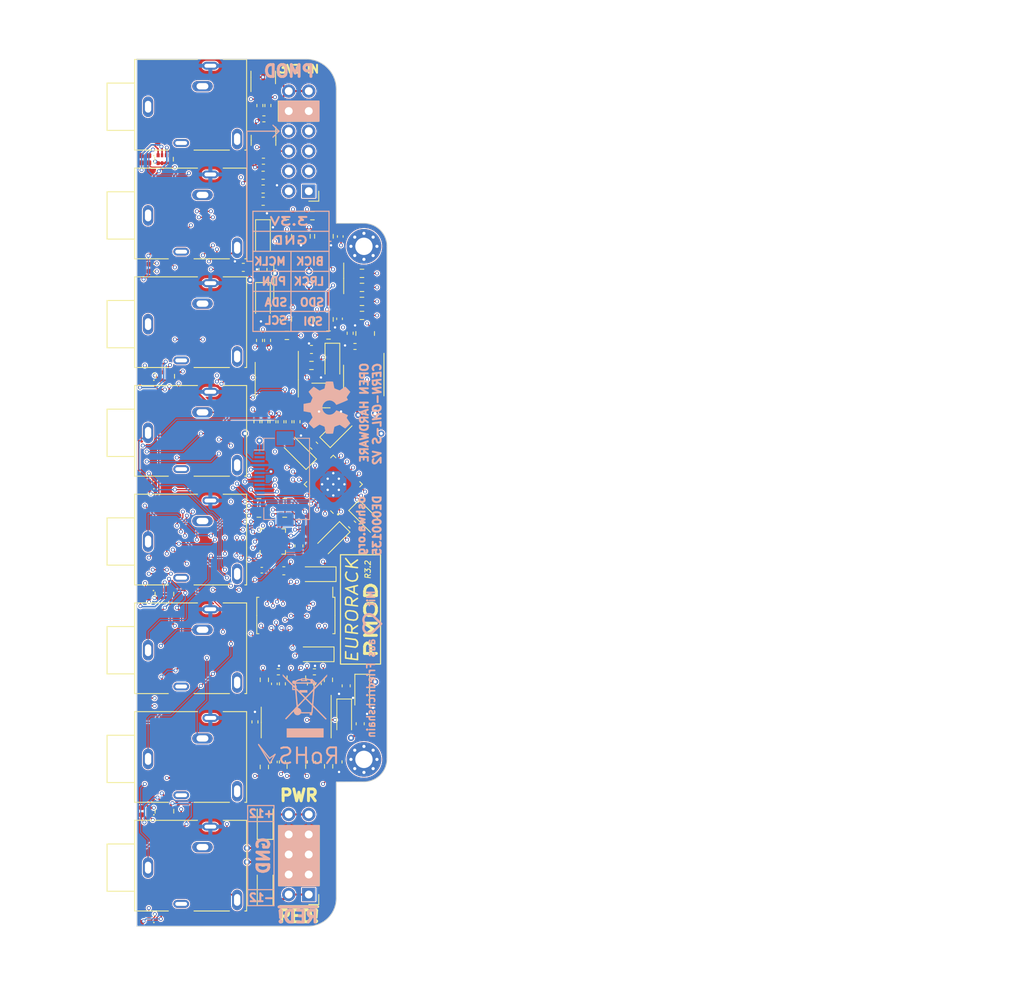
<source format=kicad_pcb>
(kicad_pcb (version 20221018) (generator pcbnew)
  (layers (0 "F.Cu" signal) (1 "In1.Cu" signal) (2 "In2.Cu" signal) (31 "B.Cu" signal) (34 "B.Paste" user) (35 "F.Paste" user) (36 "B.SilkS" user "B.Silkscreen") (37 "F.SilkS" user "F.Silkscreen") (38 "B.Mask" user) (39 "F.Mask" user) (44 "Edge.Cuts" user))
  (net 0 "")
  (net 1 "Net-(U1-AVDRV)")
  (net 2 "GND")
  (net 3 "+3.3VA")
  (net 4 "VDD")
  (net 5 "Net-(U1-VCOM)")
  (net 6 "Net-(RN1B-R2.2)")
  (net 7 "+12V")
  (net 8 "-12V")
  (net 9 "Net-(RN1A-R1.1)")
  (net 10 "Net-(RN2B-R2.2)")
  (net 11 "Net-(C23-Pad2)")
  (net 12 "Net-(RN2A-R1.1)")
  (net 13 "/SDIN1")
  (net 14 "/SCL")
  (net 15 "/SDOUT1")
  (net 16 "/SDA")
  (net 17 "/LRCK")
  (net 18 "/PDN")
  (net 19 "/BICK")
  (net 20 "/MCLK")
  (net 21 "Net-(RN3B-R2.2)")
  (net 22 "Net-(C25-Pad2)")
  (net 23 "Net-(RN3A-R1.1)")
  (net 24 "Net-(RN4B-R2.2)")
  (net 25 "/-VCOM")
  (net 26 "/dual_mono_inputs1/IN1_3V")
  (net 27 "Net-(RN4A-R1.1)")
  (net 28 "Net-(U2A--)")
  (net 29 "/dual_mono_inputs1/IN2_3V")
  (net 30 "/vref/+3V0_AREF")
  (net 31 "/dual_mono_inputs2/IN1_3V")
  (net 32 "Net-(U2B--)")
  (net 33 "Net-(U2C--)")
  (net 34 "Net-(U2D--)")
  (net 35 "/dual_mono_inputs2/IN2_3V")
  (net 36 "/dual_mono_outputs1/OUT1")
  (net 37 "Net-(U6-CMOD)")
  (net 38 "Net-(U6-VCC)")
  (net 39 "/dual_mono_outputs1/OUT2")
  (net 40 "Net-(D1-A)")
  (net 41 "Net-(D1-K)")
  (net 42 "/dual_mono_outputs2/OUT1")
  (net 43 "Net-(D2-A)")
  (net 44 "/dual_mono_outputs2/OUT2")
  (net 45 "Net-(D2-K)")
  (net 46 "Net-(D3-A)")
  (net 47 "Net-(C22-Pad2)")
  (net 48 "Net-(D3-K)")
  (net 49 "Net-(D4-A)")
  (net 50 "Net-(D4-K)")
  (net 51 "Net-(C24-Pad2)")
  (net 52 "Net-(D5-A)")
  (net 53 "Net-(D5-K)")
  (net 54 "Net-(D6-A)")
  (net 55 "GNDD")
  (net 56 "Net-(D6-K)")
  (net 57 "Net-(J4-PadT)")
  (net 58 "Net-(J5-PadT)")
  (net 59 "Net-(J6-PadT)")
  (net 60 "Net-(J7-PadT)")
  (net 61 "Net-(J8-PadT)")
  (net 62 "Net-(J9-PadT)")
  (net 63 "Net-(D7-A)")
  (net 64 "Net-(D7-K)")
  (net 65 "Net-(D8-A)")
  (net 66 "Net-(D8-K)")
  (net 67 "Net-(D9-A)")
  (net 68 "Net-(D9-K)")
  (net 69 "Net-(D10-A)")
  (net 70 "Net-(D10-K)")
  (net 71 "Net-(D11-A)")
  (net 72 "Net-(D11-K)")
  (net 73 "Net-(D12-A)")
  (net 74 "Net-(D12-K)")
  (net 75 "Net-(D13-A)")
  (net 76 "Net-(D13-K)")
  (net 77 "Net-(D14-A)")
  (net 78 "Net-(D14-K)")
  (net 79 "Net-(D15-A)")
  (net 80 "Net-(J10-PadT)")
  (net 81 "Net-(D15-K)")
  (net 82 "Net-(D16-A)")
  (net 83 "Net-(D16-K)")
  (net 84 "Net-(D17-A)")
  (net 85 "Net-(D17-K)")
  (net 86 "Net-(D18-A)")
  (net 87 "Net-(D18-K)")
  (net 88 "/CAP_SENSE_IN1")
  (net 89 "/CAP_SENSE_IN2")
  (net 90 "/CAP_SENSE_IN3")
  (net 91 "/JACK_DETECT_IN1")
  (net 92 "/JACK_DETECT_IN2")
  (net 93 "/JACK_DETECT_IN3")
  (net 94 "/JACK_DETECT_IN4")
  (net 95 "/JACK_DETECT_OUT1")
  (net 96 "/JACK_DETECT_OUT2")
  (net 97 "/JACK_DETECT_OUT3")
  (net 98 "/JACK_DETECT_OUT4")
  (net 99 "Net-(J11-PadT)")
  (net 100 "/~{PDN}")
  (net 101 "/CAP_SENSE_IN4")
  (net 102 "/CAP_SENSE_OUT1")
  (net 103 "/CAP_SENSE_OUT2")
  (net 104 "/CAP_SENSE_OUT3")
  (net 105 "/CAP_SENSE_OUT4")
  (net 106 "Net-(RN1C-R3.2)")
  (net 107 "Net-(RN2C-R3.2)")
  (net 108 "Net-(RN3C-R3.2)")
  (net 109 "Net-(RN4C-R3.2)")
  (net 110 "Net-(RN5A-R1.2)")
  (net 111 "Net-(RN5C-R3.2)")
  (net 112 "Net-(RN6A-R1.2)")
  (net 113 "Net-(RN6C-R3.2)")
  (net 114 "Net-(RN7C-R3.2)")
  (net 115 "Net-(RN7C-R3.1)")
  (net 116 "Net-(RN7A-R1.1)")
  (net 117 "Net-(RN12A-R1.1)")
  (net 118 "Net-(RN12B-R2.1)")
  (net 119 "Net-(RN12C-R3.1)")
  (net 120 "Net-(RN12D-R4.1)")
  (net 121 "Net-(RN13A-R1.1)")
  (net 122 "Net-(RN13B-R2.1)")
  (net 123 "Net-(RN13C-R3.1)")
  (net 124 "Net-(RN13D-R4.1)")
  (net 131 "/LOOP_IN1")
  (net 132 "/LOOP_IN2")
  (net 133 "/LOOP_IN3")
  (net 134 "/LOOP_IN4")
  (footprint "LED_SMD:LED_0402_1005Metric" (layer "F.Cu") (at -18.739 39.8272 180)
    (fp_text reference "D7" hide)
    (fp_text value "LED 0402 GREEN")
  )
  (footprint "Resistor_SMD:R_0603_1608Metric" (layer "F.Cu") (at 4.509 35.0012)
    (fp_text reference "R9" hide)
    (fp_text value "100K")
  )
  (footprint "Package_SO:SOIC-8_3.9x4.9mm_P1.27mm" (layer "F.Cu") (at 8.9784 40.767 -90)
    (fp_text reference "U9" hide)
    (fp_text value "TL072 OP AMP")
  )
  (footprint "Capacitor_SMD:C_0402_1005Metric" (layer "F.Cu") (at -1.27 33.02 90)
    (fp_text reference "C18" hide)
    (fp_text value "220pF")
  )
  (footprint "Package_SO:SOIC-14_3.9x8.7mm_P1.27mm" (layer "F.Cu") (at 0.4064 84.1502 -90)
    (fp_text reference "U2" hide)
    (fp_text value "TL074 OP AMP")
  )
  (footprint "LED_SMD:LED_0402_1005Metric" (layer "F.Cu") (at -18.739 109.5248 180)
    (fp_text reference "D18" hide)
    (fp_text value "LED 0402 RED")
  )
  (footprint "Resistor_SMD:R_Array_Convex_4x0402" (layer "F.Cu") (at -16.3068 95.4024 90)
    (fp_text reference "RN11" hide)
    (fp_text value "120R")
  )
  (footprint "Resistor_SMD:R_0603_1608Metric" (layer "F.Cu") (at 4.4958 78.74 90)
    (fp_text reference "R18" hide)
    (fp_text value "1K")
  )
  (footprint "Resistor_SMD:R_0603_1608Metric" (layer "F.Cu") (at 8.75 27.178)
    (fp_text reference "R13" hide)
    (fp_text value "1K")
  )
  (footprint "Capacitor_SMD:C_0603_1608Metric" (layer "F.Cu") (at 7.500831 59.040206 -45)
    (fp_text reference "C17" hide)
    (fp_text value "100nF")
  )
  (footprint "Capacitor_Tantalum_SMD:CP_EIA-3216-10_Kemet-I" (layer "F.Cu") (at 6.496 83.484 -90)
    (fp_text reference "C4" hide)
    (fp_text value "22.0uF")
  )
  (footprint "LED_SMD:LED_0402_1005Metric" (layer "F.Cu") (at -18.7898 67.4116 180)
    (fp_text reference "D11" hide)
    (fp_text value "LED 0402 GREEN")
  )
  (footprint "LED_SMD:LED_0402_1005Metric" (layer "F.Cu") (at -18.739 26.0096 180)
    (fp_text reference "D5" hide)
    (fp_text value "LED 0402 GREEN")
  )
  (footprint "Resistor_SMD:R_0402_1005Metric" (layer "F.Cu") (at -3.184 5.89 -90)
    (fp_text reference "R2" hide)
    (fp_text value "4K7")
  )
  (footprint "AudioJacksFixed:pj324m" (layer "F.Cu") (at -12.982 88.772626 90)
    (fp_text reference "J10" hide)
    (fp_text value "AUDIO JACK PJ-324M0")
  )
  (footprint "Diode_SMD:D_SOD-123F" (layer "F.Cu") (at -3.5335 105.156 90)
    (fp_text reference "D2" hide)
    (fp_text value "1N4007FL")
  )
  (footprint "Resistor_SMD:R_0402_1005Metric" (layer "F.Cu") (at -4.2418 35.6876 90)
    (fp_text reference "R8" hide)
    (fp_text value "4K7")
  )
  (footprint "Capacitor_SMD:C_0603_1608Metric" (layer "F.Cu") (at 2.3434 36.83 180)
    (fp_text reference "C27" hide)
    (fp_text value "100nF")
  )
  (footprint "Resistor_SMD:R_0603_1608Metric" (layer "F.Cu") (at 8.75 32.512)
    (fp_text reference "R10" hide)
    (fp_text value "1K")
  )
  (footprint "AudioJacksFixed:pj324m" (layer "F.Cu") (at -12.982 19.829771 90)
    (fp_text reference "J5" hide)
    (fp_text value "AUDIO JACK PJ-324M0")
  )
  (footprint "Capacitor_Tantalum_SMD:CP_EIA-3216-10_Kemet-I" (layer "F.Cu") (at 5.693429 46.99 45)
    (fp_text reference "C12" hide)
    (fp_text value "2.2uF")
  )
  (footprint "Resistor_SMD:R_0402_1005Metric" (layer "F.Cu") (at -3.69 7.575)
    (fp_text reference "R4" hide)
    (fp_text value "4K7")
  )
  (footprint "Capacitor_SMD:C_0402_1005Metric" (layer "F.Cu") (at 3.2258 89.154 -90)
    (fp_text reference "C25" hide)
    (fp_text value "56p")
  )
  (footprint "Capacitor_SMD:C_0402_1005Metric" (layer "F.Cu") (at 5.906 32.9438 90)
    (fp_text reference "C19" hide)
    (fp_text value "220pF")
  )
  (footprint "Resistor_SMD:R_Array_Convex_4x0402" (layer "F.Cu") (at 0.4318 89.7382 90)
    (fp_text reference "RN6" hide)
    (fp_text value "100K")
  )
  (footprint "Resistor_SMD:R_Array_Convex_4x0402" (layer "F.Cu") (at 9.156 34.806 90)
    (fp_text reference "RN7" hide)
    (fp_text value "100K")
  )
  (footprint "MountingHole:MountingHole_2.2mm_M2_Pad_Via" (layer "F.Cu") (at 9 88.833274)
    (fp_text reference "REF**" hide)
    (fp_text value "MountingHole_2.2mm_M2_Pad_Via")
  )
  (footprint "Resistor_SMD:R_0603_1608Metric" (layer "F.Cu") (at -3.6322 89.789 -90)
    (fp_text reference "R26" hide)
    (fp_text value "1K")
  )
  (footprint "Package_DFN_QFN:QFN-32-1EP_5x5mm_P0.5mm_EP3.7x3.7mm_ThermalVias" (layer "F.Cu") (at 5.111181 53.936575 135)
    (fp_text reference "U1" hide)
    (fp_text value "AK4619VN AUDIO CODEC")
  )
  (footprint "Capacitor_Tantalum_SMD:CP_EIA-3216-10_Kemet-I" (layer "F.Cu") (at -3.81 22.686 -90)
    (fp_text reference "C9" hide)
    (fp_text value "22.0uF")
  )
  (footprint "Inductor_SMD:L_0603_1608Metric" (layer "F.Cu") (at -3.7845 18.034 180)
    (fp_text reference "L5" hide)
    (fp_text value "FERRITE")
  )
  (footprint "Resistor_SMD:R_0402_1005Metric" (layer "F.Cu") (at -1.3462 79.248 -90)
    (fp_text reference "R24" hide)
    (fp_text value "4K7")
  )
  (footprint "LED_SMD:LED_0402_1005Metric" (layer "F.Cu") (at -18.739 94.9452 180)
    (fp_text reference "D15" hide)
    (fp_text value "LED 0402 GREEN")
  )
  (footprint "Resistor_SMD:R_0603_1608Metric" (layer "F.Cu") (at 2.3434 38.862)
    (fp_text reference "R33" hide)
    (fp_text value "330R")
  )
  (footprint "Resistor_SMD:R_Array_Convex_4x0402" (layer "F.Cu") (at -16.3576 12.7 90)
    (fp_text reference "RN8" hide)
    (fp_text value "120R")
  )
  (footprint "LED_SMD:LED_0402_1005Metric" (layer "F.Cu") (at -18.7549 53.594 180)
    (fp_text reference "D9" hide)
    (fp_text value "LED 0402 GREEN")
  )
  (footprint "Capacitor_Tantalum_SMD:CP_EIA-3216-10_Kemet-I" (layer "F.Cu") (at 8.782 80.342 -90)
    (fp_text reference "C5" hide)
    (fp_text value "22.0uF")
  )
  (footprint "Capacitor_SMD:C_0402_1005Metric" (layer "F.Cu") (at -3.9574 64.832 180)
    (fp_text reference "C30" hide)
    (fp_text value "2.2nF")
  )
  (footprint "Package_DFN_QFN:QFN-16-1EP_3x3mm_P0.5mm_EP1.75x1.75mm" (layer "F.Cu") (at -2.56 61.19 90)
    (fp_text reference "U6" hide)
    (fp_text value "CY8CMBR3108")
  )
  (footprint "MountingHole:MountingHole_2.2mm_M2_Pad_Via" (layer "F.Cu") (at 9 23.75)
    (fp_text reference "REF**" hide)
    (fp_text value "MountingHole_2.2mm_M2_Pad_Via")
  )
  (footprint "Resistor_SMD:R_Array_Convex_4x0402" (layer "F.Cu") (at -16.3068 67.8688 90)
    (fp_text reference "RN10" hide)
    (fp_text value "120R")
  )
  (footprint "Package_TO_SOT_SMD:SOT-23" (layer "F.Cu") (at 4.0625 42.672)
    (fp_text reference "U8" hide)
    (fp_text value "LM4040DBZ-3 VREF")
  )
  (footprint "Connector_PinHeader_2.54mm:PinHeader_2x05_P2.54mm_Horizontal" (layer "F.Cu") (at 2 105.975 180)
    (fp_text reference "J1" hide)
    (fp_text value "CONN 2x5 P=2.54mm")
  )
  (footprint "Resistor_SMD:R_Array_Convex_4x0402" (layer "F.Cu") (at 3.9248 22.479 90)
    (fp_text reference "RN3" hide)
    (fp_text value "14.3K")
  )
  (footprint "Resistor_SMD:R_0603_1608Metric" (layer "F.Cu") (at -0.7742 19.8374 180)
    (fp_text reference "R15" hide)
    (fp_text value "100K")
  )
  (footprint "Resistor_SMD:R_0603_1608Metric" (layer "F.Cu") (at -0.7742 35.052 180)
    (fp_text reference "R6" hide)
    (fp_text value "100K")
  )
  (footprint "Resistor_SMD:R_0603_1608Metric" (layer "F.Cu") (at 4.5212 89.7128 -90)
    (fp_text reference "R30" hide)
    (fp_text value "1K")
  )
  (footprint "Resistor_SMD:R_0402_1005Metric" (layer "F.Cu") (at -1.8542 77.724)
    (fp_text reference "R23" hide)
    (fp_text value "56K")
  )
  (footprint "Resistor_SMD:R_Array_Convex_4x0402" (layer "F.Cu") (at 1.0038 33.02 90)
    (fp_text reference "RN1" hide)
    (fp_text value "14.3K")
  )
  (footprint "Resistor_SMD:R_0402_1005Metric" (layer "F.Cu") (at -0.508 46 -90)
    (fp_text reference "R25" hide)
    (fp_text value "4K7")
  )
  (footprint "Capacitor_Tantalum_SMD:CP_EIA-3216-10_Kemet-I" (layer "F.Cu") (at 5 38.354 -90)
    (fp_text reference "C26" hide)
    (fp_text value "22.0uF")
  )
  (footprint "Package_SO:TSSOP-16_4.4x5mm_P0.65mm" (layer "F.Cu") (at -2.0574 40.666 -90)
    (fp_text reference "U4" hide)
    (fp_text value "PCA9557PW IO EXPANDER")
  )
  (footprint "Capacitor_Tantalum_SMD:CP_EIA-3216-10_Kemet-I" (layer "F.Cu") (at 3.1546 65.34 180)
    (fp_text reference "C3" hide)
    (fp_text value "100.0uF")
  )
  (footprint "Diode_SMD:D_SOD-123F" (layer "F.Cu") (at -3.5335 96.774 90)
    (fp_text reference "D1" hide)
    (fp_text value "1N4007FL")
  )
  (footprint "LED_SMD:LED_0402_1005Metric" (layer "F.Cu") (at -18.739 26.924 180)
    (fp_text reference "D6" hide)
    (fp_text value "LED 0402 RED")
  )
  (footprint "Resistor_SMD:R_0402_1005Metric" (layer "F.Cu") (at -4.572 46 -90)
    (fp_text reference "R11" hide)
    (fp_text value "4K7")
  )
  (footprint "Capacitor_SMD:C_0603_1608Metric" (layer "F.Cu") (at -6.2992 26.416 180)
    (fp_text reference "C8" hide)
    (fp_text value "100nF")
  )
  (footprint "Capacitor_Tantalum_SMD:CP_EIA-3216-10_Kemet-I" (layer "F.Cu") (at 2.9 75.5 180)
    (fp_text reference "C28" hide)
    (fp_text value "100.0uF")
  )
  (footprint "Capacitor_Tantalum_SMD:CP_EIA-3216-10_Kemet-I" (layer "F.Cu") (at 4.931429 60.96 -135)
    (fp_text reference "C16" hide)
    (fp_text value "100.0uF")
  )
  (footprint "Capacitor_SMD:C_0603_1608Metric" (layer "F.Cu") (at 2.679574 49.030745 135)
    (fp_text reference "C14" hide)
    (fp_text value "100nF")
  )
  (footprint "AudioJacksFixed:pj324m" (layer "F.Cu") (at -12.982 74.984055 90)
    (fp_text reference "J9" hide)
    (fp_text value "AUDIO JACK PJ-324M0")
  )
  (footprint "Capacitor_Tantalum_SMD:CP_EIA-3216-10_Kemet-I" (layer "F.Cu") (at 0.687582 49.760353 135)
    (fp_text reference "C10" hide)
    (fp_text value "100.0uF")
  )
  (footprint "Resistor_SMD:R_0402_1005Metric" (layer "F.Cu") (at -1.3462 89.154 90)
    (fp_text reference "R27" hide)
    (fp_text value "56K")
  )
  (footprint "Capacitor_SMD:C_0402_1005Metric" (layer "F.Cu") (at -2.3622 79.248 90)
    (fp_text reference "C23" hide)
    (fp_text value "56p")
  )
  (footprint "Capacitor_SMD:C_0603_1608Metric" (layer "F.Cu") (at 8.528 84.313 -90)
    (fp_text reference "C13" hide)
    (fp_text value "100nF")
  )
  (footprint "Resistor_SMD:R_Array_Convex_4x0402" (layer "F.Cu") (at 3.9248 33.02 90)
    (fp_text reference "RN2" hide)
    (fp_text value "14.3K")
  )
  (footprint "Inductor_SMD:L_0603_1608Metric" (layer "F.Cu") (at -3.7845 14.732)
    (fp_text reference "L4" hide)
    (fp_text value "FERRITE")
  )
  (footprint "Inductor_SMD:L_0603_1608Metric" (layer "F.Cu") (at -3.7875 101.854)
    (fp_text reference "L2" hide)
    (fp_text value "FERRITE")
  )
  (footprint "Capacitor_SMD:C_0402_1005Metric" (layer "F.Cu") (at 3.2258 79.248 90)
    (fp_text reference "C22" hide)
    (fp_text value "56p")
  )
  (footprint "Resistor_SMD:R_0402_1005Metric" (layer "F.Cu") (at 2.2098 89.152 90)
    (fp_text reference "R31" hide)
    (fp_text value "56K")
  )
  (footprint "LED_SMD:LED_0402_1005Metric" (layer "F.Cu") (at -18.7898 68.326 180)
    (fp_text reference "D12" hide)
    (fp_text value "LED 0402 RED")
  )
  (footprint "Capacitor_Tantalum_SMD:CP_EIA-3216-10_Kemet-I" (layer "F.Cu") (at -3.81 30.654 -90)
    (fp_text reference "C11" hide)
    (fp_text value "22.0uF")
  )
  (footprint "Resistor_SMD:R_0402_1005Metric" (layer "F.Cu") (at 2.2098 79.248 -90)
    (fp_text reference "R20" hide)
    (fp_text value "4K7")
  )
  (footprint "Resistor_SMD:R_0603_1608Metric" (layer "F.Cu") (at -3.6322 78.74 90)
    (fp_text reference "R22" hide)
    (fp_text value "1K")
  )
  (footprint "LED_SMD:LED_0402_1005Metric" (layer "F.Cu") (at -18.7549 13.1572 180)
    (fp_text reference "D4" hide)
    (fp_text value "LED 0402 RED")
  )
  (footprint "Resistor_SMD:R_0402_1005Metric" (layer "F.Cu") (at 7.8646 36.449)
    (fp_text reference "R42" hide)
    (fp_text value "X.X")
  )
  (footprint "Resistor_SMD:R_0603_1608Metric" (layer "F.Cu") (at 8.75 28.956)
    (fp_text reference "R16" hide)
    (fp_text value "1K")
  )
  (footprint "Resistor_SMD:R_0402_1005Metric" (layer "F.Cu") (at 0.508 46 -90)
    (fp_text reference "R29" hide)
    (fp_text value "4K7")
  )
  (footprint "LED_SMD:LED_0402_1005Metric" (layer "F.Cu") (at -18.739 95.8596 180)
    (fp_text reference "D16" hide)
    (fp_text value "LED 0402 RED")
  )
  (footprint "Capacitor_SMD:C_0603_1608Metric" (layer "F.Cu") (at -1.164 64.9081 180)
    (fp_text reference "C29" hide)
    (fp_text value "100nF")
  )
  (footprint "Inductor_SMD:L_0603_1608Metric" (layer "F.Cu") (at -3.7875 100.076)
    (fp_text reference "L1" hide)
    (fp_text value "FERRITE")
  )
  (footprint "LED_SMD:LED_0402_1005Metric" (layer "F.Cu") (at -18.739 108.6104 180)
    (fp_text reference "D17" hide)
    (fp_text value "LED 0402 GREEN")
  )
  (footprint "Inductor_SMD:L_0603_1608Metric" (layer "F.Cu") (at -3.7844 16.4846 180)
    (fp_text reference "L3" hide)
    (fp_text value "FERRITE")
  )
  (footprint "Resistor_SMD:R_0402_1005Metric" (layer "F.Cu") (at -3.75 12.95 180)
    (fp_text reference "R3" hide)
    (fp_text value "4K7")
  )
  (footprint "Package_TO_SOT_SMD:SOT-23" (layer "F.Cu") (at -3.74 10.3 -90)
    (fp_text reference "Q1" hide)
    (fp_text value "2N7002E")
  )
  (footprint "Resistor_SMD:R_0603_1608Metric" (layer "F.Cu") (at 2.4638 19.8628)
    (fp_text reference "R12" hide)
    (fp_text value "100K")
  )
  (footprint "Resistor_SMD:R_0603_1608Metric" (layer "F.Cu") (at 8.75 30.734)
    (fp_text reference "R7" hide)
    (fp_text value "1K")
  )
  (footprint "Resistor_SMD:R_0402_1005Metric" (layer "F.Cu") (at -3.2258 35.6876 90)
    (fp_text reference "R5" hide)
    (fp_text value "4K7")
  )
  (footprint "Capacitor_SMD:C_0603_1608Metric" (layer "F.Cu") (at 0.75 61.75 90)
    (fp_text reference "C31" hide)
    (fp_text value "100nF")
  )
  (footprint "AudioJacksFixed:pj324m" (layer "F.Cu") (at -12.982 102.5612 90)
    (fp_text reference "J11" hide)
    (fp_text value "AUDIO JACK PJ-324M0")
  )
  (footprint "Resistor_SMD:R_Array_Convex_4x0402" (layer "F.Cu") (at -4.318 56.9335 180)
    (fp_text reference "RN12" hide)
    (fp_text value "560R")
  )
  (footprint "Resistor_SMD:R_Array_Convex_4x0402" (layer "F.Cu") (at -16.2052 40.2336 90)
    (fp_text reference "RN9" hide)
    (fp_text value "120R")
  )
  (footprint "Resistor_SMD:R_0402_1005Metric" (layer "F.Cu") (at 2.7178 77.724 180)
    (fp_text reference "R19" hide)
    (fp_text value "56K")
  )
  (footprint "Resistor_SMD:R_0402_1005Metric" (layer "F.Cu") (at -4.826 84.076 -90)
    (fp_text reference "R28" hide)
    (fp_text value "4K7")
  )
  (footprint "LED_SMD:LED_0402_1005Metric" (layer "F.Cu") (at -18.739 82.0928 180)
    (fp_text reference "D14" hide)
    (fp_text value "LED 0402 RED")
  )
  (footprint "LED_SMD:LED_0402_1005Metric" (layer "F.Cu") (at -18.739 40.7416 180)
    (fp_text reference "D8" hide)
    (fp_text value "LED 0402 RED")
  )
  (footprint "Resistor_SMD:R_Array_Convex_4x0402" (layer "F.Cu") (at 1.0038 22.479 90)
    (fp_text reference "RN4" hide)
    (fp_text value "14.3K")
  )
  (footprint "Capacitor_SMD:C_0402_1005Metric" (layer "F.Cu") (at 6 22.5 90)
    (fp_text reference "C20" hide)
    (fp_text value "220pF")
  )
  (footprint "Capacitor_SMD:C_0402_1005Metric" (layer "F.Cu") (at -2.3622 89.154 -90)
    (fp_text reference "C24" hide)
    (fp_text value "56p")
  )
  (footprint "Resistor_SMD:R_0402_1005Metric" (layer "F.Cu") (at -4.2 5.89 -90)
    (fp_text reference "R1" hide)
    (fp_text value "4K7")
  )
  (footprint "Resistor_SMD:R_0402_1005Metric" (layer "F.Cu") (at -3.556 46 -90)
    (fp_text reference "R14" hide)
    (fp_text value "4K7")
  )
  (footprint "Resistor_SMD:R_0402_1005Metric" (layer "F.Cu") (at -2.54 46 -90)
    (fp_text reference "R17" hide)
    (fp_text value "4K7")
  )
  (footprint "Package_SO:SOIC-14_3.9x8.7mm_P1.27mm" (layer "F.Cu") (at 2 27.813 90)
    (fp_text reference "U3" hide)
    (fp_text value "TL074 OP AMP")
  )
  (footprint "AudioJacksFixed:pj324m" (layer "F.Cu") (at -12.982 47.406913 90)
    (fp_text reference "J7" hide)
    (fp_text value "AUDIO JACK PJ-324M0")
  )
  (footprint "Resistor_SMD:R_Array_Convex_4x0402" (layer "F.Cu") (at 0.4318 78.486 -90)
    (fp_text reference "RN5" hide)
    (fp_text value "100K")
  )
  (footprint "Resistor_SMD:R_Array_Convex_4x0402" (layer "F.Cu") (at -1.048 56.9335 180)
    (fp_text reference "RN13" hide)
    (fp_text value "560R")
  )
  (footprint "Resistor_SMD:R_0402_1005Metric" (layer "F.Cu") (at -1.524 46 -90)
    (fp_text reference "R21" hide)
    (fp_text value "4K7")
  )
  (footprint "Resistor_SMD:R_0402_1005Metric" (layer "F.Cu") (at 5.842 89.152 90)
    (fp_text reference "R32" hide)
    (fp_text value "4K7")
  )
  (footprint "Package_SO:TSSOP-28_4.4x9.7mm_P0.65mm" (layer "F.Cu") (at 0.364 70.578 -90)
    (fp_text reference "U10" hide)
    (fp_text value "PCA9635 LED DRIVER")
  )
  (footprint "Capacitor_SMD:C_0603_1608Metric" (layer "F.Cu") (at 6.75 79.5 -90)
    (fp_text reference "C15" hide)
    (fp_text value "100nF")
  )
  (footprint "Capacitor_SMD:C_0402_1005Metric" (layer "F.Cu") (at -1.27 22.578 90)
    (fp_text reference "C21" hide)
    (fp_text value "220pF")
  )
  (footprint "LED_SMD:LED_0402_1005Metric" (layer "F.Cu") (at -18.7549 12.2428 180)
    (fp_text reference "D3" hide)
    (fp_text value "LED 0402 GREEN")
  )
  (footprint "AudioJacksFixed:pj324m" (layer "F.Cu") (at -12.982 6.0412 90)
    (fp_text reference "J4" hide)
    (fp_text value "AUDIO JACK PJ-324M0")
  )
  (footprint "AudioJacksFixed:pj324m" (layer "F.Cu") (at -12.982 33.618342 90)
    (fp_text reference "J6" hide)
    (fp_text value "AUDIO JACK PJ-324M0")
  )
  (footprint "AudioJacksFixed:pj324m" (layer "F.Cu") (at -12.982 61.195484 90)
    (fp_text reference "J8" hide)
    (fp_text value "AUDIO JACK PJ-324M0")
  )
  (footprint "LED_SMD:LED_0402_1005Metric" (layer "F.Cu") (at -18.739 81.1784 180)
    (fp_text reference "D13" hide)
    (fp_text value "LED 0402 GREEN")
  )
  (footprint "Package_TO_SOT_SMD:SOT-23-6" (layer "F.Cu") (at -3.775 2.325 90)
    (fp_text reference "U5" hide)
    (fp_text value "24AA025UIDT EEPROM")
  )
  (footprint "Capacitor_Tantalum_SMD:CP_EIA-3216-10_Kemet-I" (layer "F.Cu") (at 9.36787 58.229453 -45)
    (fp_text reference "C7" hide)
    (fp_text value "2.2uF")
  )
  (footprint "Connector_PinHeader_2.54mm:PinHeader_2x06_P2.54mm_Horizontal" (layer "F.Cu") (at 2 16.75 180)
    (fp_text reference "J2" hide)
    (fp_text value "CONN 2x6 P=2.54mm")
  )
  (footprint "Resistor_SMD:R_0402_1005Metric" (layer "F.Cu") (at 7.255 34.7726 90)
    (fp_text reference "R43" hide)
    (fp_text value "402K")
  )
  (footprint "LED_SMD:LED_0402_1005Metric" (layer "F.Cu") (at -18.739 54.5084 180)
    (fp_text reference "D10" hide)
    (fp_text value "LED 0402 RED")
  )
  (footprint "Capacitor_SMD:C_0603_1608Metric" (layer "F.Cu") (at -3.81 26.67 90)
    (fp_text reference "C6" hide)
    (fp_text value "100nF")
  )
  (footprint "Symbol:OSHW-Symbol_6.7x6mm_SilkScreen" (layer "B.Cu") (at 4.318 44.196 -90)
    (fp_text reference "REF**" hide)
    (fp_text value "OSHW-Symbol_6.7x6mm_SilkScreen" hide)
  )
  (footprint "Connector_FFC-FPC:Hirose_FH12-14S-0.5SH_1x14-1MP_P0.50mm_Horizontal" (layer "B.Cu") (at -2.4 53.25 -90)
    (fp_text reference "J3" hide)
    (fp_text value "Conn_01x14_Socket")
  )
  (footprint "Symbol:WEEE-Logo_5.6x8mm_SilkScreen" (layer "B.Cu") (at 1.524 82.042 180)
    (fp_text reference "REF**" hide)
    (fp_text value "WEEE-Logo_5.6x8mm_SilkScreen" hide)
  )
  (gr_line (start -2.854 0.268) (end -2.854 0.768) (stroke (width 0.152)) (layer "F.Cu"))
  (gr_line (start -2.40875 107.385) (end -5.75 107.385) (stroke (width 0.15)) (layer "B.SilkS"))
  (gr_rect (start -1.778 5.334) (end 3.302 7.874) (stroke (width 0.15)) (fill solid) (layer "B.SilkS"))
  (gr_line (start -1.778 9.144) (end -2.54 8.382) (stroke (width 0.15)) (layer "B.SilkS"))
  (gr_line (start 4.572 26.924) (end -5.08 26.924) (stroke (width 0.15)) (layer "B.SilkS"))
  (gr_line (start -5.08 25.654) (end -5.842 25.654) (stroke (width 0.15)) (layer "B.SilkS"))
  (gr_line (start -5.75 107.385) (end -5.75 94.685) (stroke (width 0.15)) (layer "B.SilkS"))
  (gr_line (start -5.08 24.384) (end 4.572 24.384) (stroke (width 0.15)) (layer "B.SilkS"))
  (gr_line (start -5.842 9.144) (end -1.778 9.144) (stroke (width 0.15)) (layer "B.SilkS"))
  (gr_line (start 4.572 21.844) (end 4.572 19.304) (stroke (width 0.15)) (layer "B.SilkS"))
  (gr_line (start -0.254 24.384) (end -0.254 34.544) (stroke (width 0.15)) (layer "B.SilkS"))
  (gr_line (start 4.572 21.844) (end -5.08 21.844) (stroke (width 0.15)) (layer "B.SilkS"))
  (gr_line (start 4.572 23.114) (end 4.826 23.114) (stroke (width 0.15)) (layer "B.SilkS"))
  (gr_line (start 4.572 32.004) (end -5.08 32.004) (stroke (width 0.15)) (layer "B.SilkS"))
  (gr_line (start -2.40875 105.353) (end -5.75 105.353) (stroke (width 0.15)) (layer "B.SilkS"))
  (gr_line (start 4.572 19.304) (end -5.08 19.304) (stroke (width 0.15)) (layer "B.SilkS"))
  (gr_line (start 11.176 71.628) (end 10.16 72.644) (stroke (width 0.3)) (layer "B.SilkS"))
  (gr_line (start -2.40875 96.717) (end -5.75 96.717) (stroke (width 0.15)) (layer "B.SilkS"))
  (gr_line (start -4.368 86.942) (end -2.968 88.692) (stroke (width 0.15)) (layer "B.SilkS"))
  (gr_line (start 4.572 29.464) (end -5.08 29.464) (stroke (width 0.15)) (layer "B.SilkS"))
  (gr_arc (start 10.16 72.644) (mid 9.144 72.644) (end 9.144 71.628) (stroke (width 0.3)) (layer "B.SilkS"))
  (gr_line (start -2.968 88.692) (end -2.268 88.192) (stroke (width 0.15)) (layer "B.SilkS"))
  (gr_line (start -5.75 94.685) (end -2.40875 94.685) (stroke (width 0.15)) (layer "B.SilkS"))
  (gr_line (start 4.572 34.544) (end -5.08 34.544) (stroke (width 0.15)) (layer "B.SilkS"))
  (gr_line (start -2.918 89.342) (end -4.368 86.942) (stroke (width 0.15)) (layer "B.SilkS"))
  (gr_line (start -1.778 9.144) (end -2.54 9.906) (stroke (width 0.15)) (layer "B.SilkS"))
  (gr_line (start -5.08 19.304) (end -5.08 21.844) (stroke (width 0.15)) (layer "B.SilkS"))
  (gr_line (start -2.40875 94.685) (end -2.40875 107.385) (stroke (width 0.15)) (layer "B.SilkS"))
  (gr_line (start 10.16 70.612) (end 11.176 71.628) (stroke (width 0.3)) (layer "B.SilkS"))
  (gr_line (start -5.08 34.544) (end -5.08 24.384) (stroke (width 0.15)) (layer "B.SilkS"))
  (gr_line (start -5.842 25.654) (end -5.842 9.144) (stroke (width 0.15)) (layer "B.SilkS"))
  (gr_arc (start 9.144 71.628) (mid 9.144 70.612) (end 10.16 70.612) (stroke (width 0.3)) (layer "B.SilkS"))
  (gr_line (start 4.572 24.384) (end 4.572 21.844) (stroke (width 0.15)) (layer "B.SilkS"))
  (gr_line (start -2.268 88.192) (end -2.918 89.342) (stroke (width 0.15)) (layer "B.SilkS"))
  (gr_rect (start -1.80625 97.225) (end 3.30625 104.8654) (stroke (width 0.15)) (fill solid) (layer "B.SilkS"))
  (gr_line (start -5.08 21.844) (end -5.08 24.384) (stroke (width 0.15)) (layer "B.SilkS"))
  (gr_line (start 4.572 24.384) (end 4.572 34.544) (stroke (width 0.15)) (layer "B.SilkS"))
  (gr_rect (start -1.852577 5.334) (end 3.227423 7.874) (stroke (width 0.15)) (fill solid) (layer "F.SilkS"))
  (gr_rect (start -1.821 97.2248) (end 3.324 104.8398) (stroke (width 0.15)) (fill solid) (layer "F.SilkS"))
  (gr_rect (start 6.0268 62.8736) (end 11.1068 76.742) (stroke (width 0.15)) (fill none) (layer "F.SilkS"))
  (gr_line (start 9 20.824236) (end 5.5 20.828) (stroke (width 0.1)) (layer "Edge.Cuts"))
  (gr_arc (start 9 20.824236) (mid 11.068828 21.681172) (end 11.925764 23.75) (stroke (width 0.1)) (layer "Edge.Cuts"))
  (gr_line (start 5.5 91.694) (end 5.5 106.426) (stroke (width 0.1)) (layer "Edge.Cuts"))
  (gr_arc (start 5.5 106.426) (mid 4.454371 108.950371) (end 1.93 109.996) (stroke (width 0.1)) (layer "Edge.Cuts"))
  (gr_line (start 5.5 3.81) (end 5.5 20.828) (stroke (width 0.1)) (layer "Edge.Cuts"))
  (gr_line (start -19.8 0) (end -19.8 110) (stroke (width 0.1)) (layer "Edge.Cuts"))
  (gr_arc (start 11.925763 88.749999) (mid 11.068827 90.818827) (end 8.999999 91.675763) (stroke (width 0.1)) (layer "Edge.Cuts"))
  (gr_line (start 11.925764 23.75) (end 11.925763 88.749999) (stroke (width 0.1)) (layer "Edge.Cuts"))
  (gr_line (start 1.93 109.996) (end -19.8 110) (stroke (width 0.1)) (layer "Edge.Cuts"))
  (gr_line (start 5.5 91.694) (end 8.999999 91.675763) (stroke (width 0.1)) (layer "Edge.Cuts"))
  (gr_line (start 1.69 0) (end -19.8 0) (stroke (width 0.1)) (layer "Edge.Cuts"))
  (gr_arc (start 1.69 0) (mid 4.384077 1.115923) (end 5.5 3.81) (stroke (width 0.1)) (layer "Edge.Cuts"))
  (gr_text "oshwa.org" (at 8.636 59.182 90) (layer "B.SilkS") (effects (font (size 1 1) (thickness 0.25)) (justify mirror)))
  (gr_text "PDN" (at -2.413 28.194) (layer "B.SilkS") (effects (font (size 1 1) (thickness 0.25)) (justify mirror)))
  (gr_text "BICK" (at 2.159 25.654) (layer "B.SilkS") (effects (font (size 1 1) (thickness 0.25)) (justify mirror)))
  (gr_text "DE000135" (at 10.668 59.182 90) (layer "B.SilkS") (effects (font (size 1 1) (thickness 0.25)) (justify mirror)))
  (gr_text "RoHS" (at 2.032 88.392) (layer "B.SilkS") (effects (font (size 2 2) (thickness 0.25)) (justify mirror)))
  (gr_text "Mit      aus Friedrichshain" (at 9.906 76.7588 90) (layer "B.SilkS") (effects (font (size 1 0.9) (thickness 0.2)) (justify mirror)))
  (gr_text "-12" (at -4 106.369) (layer "B.SilkS") (effects (font (size 1 1) (thickness 0.25)) (justify mirror)))
  (gr_text "OPEN HARDWARE" (at 9.0424 44.8564 90) (layer "B.SilkS") (effects (font (size 1 1) (thickness 0.25)) (justify mirror)))
  (gr_text "SDA" (at -2.159 30.861) (layer "B.SilkS") (effects (font (size 1 1) (thickness 0.25)) (justify mirror)))
  (gr_text "GND\n" (at -3.75 101.035 90) (layer "B.SilkS") (effects (font (size 1.5 1.5) (thickness 0.375)) (justify mirror)))
  (gr_text "3.3V" (at -0.508 20.574) (layer "B.SilkS") (effects (font (size 1 1.5) (thickness 0.25)) (justify mirror)))
  (gr_text "CERN-OHL-S V2" (at 10.668 44.958 90) (layer "B.SilkS") (effects (font (size 1 1) (thickness 0.25) italic) (justify mirror)))
  (gr_text "~{RED!}" (at 0.61385 108.789) (layer "B.SilkS") (effects (font (size 1.5 1.5) (thickness 0.375)) (justify mirror)))
  (gr_text "SDI" (at 2.54 33.274) (layer "B.SilkS") (effects (font (size 1 1) (thickness 0.25)) (justify mirror)))
  (gr_text "SDO" (at 2.413 30.861) (layer "B.SilkS") (effects (font (size 1 1) (thickness 0.25)) (justify mirror)))
  (gr_text "LRCK\n" (at 2.032 28.194) (layer "B.SilkS") (effects (font (size 1 1) (thickness 0.25)) (justify mirror)))
  (gr_text "PMOD" (at -0.508 1.524) (layer "B.SilkS") (effects (font (size 1.5 1.5) (thickness 0.375)) (justify mirror)))
  (gr_text "MCLK" (at -2.921 25.654) (layer "B.SilkS") (effects (font (size 1 1) (thickness 0.25)) (justify mirror)))
  (gr_text "GND" (at -0.381 22.987) (layer "B.SilkS") (effects (font (size 1 1.5) (thickness 0.25)) (justify mirror)))
  (gr_text "SCL" (at -2.159 33.147) (layer "B.SilkS") (effects (font (size 1 1) (thickness 0.25)) (justify mirror)))
  (gr_text "+12" (at -4 95.701) (layer "B.SilkS") (effects (font (size 1 1) (thickness 0.25)) (justify mirror)))
  (gr_text "~{RED!}" (at 0.75 108.75) (layer "F.SilkS") (effects (font (size 1.5 1.5) (thickness 0.375))))
  (gr_text "PWR" (at 0.75 93.4) (layer "F.SilkS") (effects (font (size 1.5 1.5) (thickness 0.375))))
  (gr_text "PMOD" (at 9.906 71.12 -270) (layer "F.SilkS") (effects (font (size 1.5 2.3) (thickness 0.375))))
  (gr_text "EURORACK" (at 7.5 69.884 -270) (layer "F.SilkS") (effects (font (size 1.5 1.7) (thickness 0.2) italic)))
  (gr_text "3V3 IN" (at 0.762 1.27) (layer "F.SilkS") (effects (font (size 1 1) (thickness 0.25))))
  (gr_text "R3.2" (at 9.5 64.77 90) (layer "F.SilkS") (effects (font (size 0.7 0.7) (thickness 0.125) italic)))
  (segment (start -4.0175 0.268) (end -2.854 0.268) (width 0.1524) (layer "F.Cu") (net 0))
  (segment (start -4.725 0.9755) (end -4.0175 0.268) (width 0.1524) (layer "F.Cu") (net 0))
  (segment (start -4.725 1.1875) (end -4.725 0.9755) (width 0.1524) (layer "F.Cu") (net 0))
  (segment (start 8.413276 56.885117) (end 8.413276 57.274859) (width 0.1524) (layer "F.Cu") (net 1))
  (segment (start 7.020369 55.49221) (end 8.413276 56.885117) (width 0.1524) (layer "F.Cu") (net 1))
  (segment (start -3.81 27.445) (end -3.81 27.432) (width 0.254) (layer "F.Cu") (net 2))
  (segment (start -0.037759 48.805759) (end 1.016 47.752) (width 0.1524) (layer "F.Cu") (net 2))
  (segment (start 4.6748 22.979) (end 4.6748 23.4708) (width 0.1524) (layer "F.Cu") (net 2))
  (segment (start -2.9969 16.4846) (end -2.5146 16.4846) (width 0.254) (layer "F.Cu") (net 2))
  (segment (start -2.5146 16.4846) (end -2.032 16.002) (width 0.254) (layer "F.Cu") (net 2))
  (segment (start 3.555546 52.027387) (end 5.111181 53.583022) (width 0.1524) (layer "F.Cu") (net 2))
  (segment (start 5 39.704) (end 4.318 40.386) (width 0.1524) (layer "F.Cu") (net 2))
  (segment (start 8.918 83.538) (end 9.398 83.058) (width 0.1524) (layer "F.Cu") (net 2))
  (segment (start -4.572 26.215792) (end -5.133792 25.654) (width 0.254) (layer "F.Cu") (net 2))
  (segment (start 4.1748 22.979) (end 4.6748 22.979) (width 0.1524) (layer "F.Cu") (net 2))
  (segment (start 4.318 40.386) (end 3.556 40.386) (width 0.1524) (layer "F.Cu") (net 2))
  (segment (start 1.2538 23.3814) (end 1.0132 23.622) (width 0.1524) (layer "F.Cu") (net 2))
  (segment (start 3.125 44.527) (end 3.302 44.704) (width 0.1524) (layer "F.Cu") (net 2))
  (segment (start 6.648023 46.035406) (end 6.648023 45.256023) (width 0.1524) (layer "F.Cu") (net 2))
  (segment (start -7.0742 25.9458) (end -7.366 25.654) (width 0.254) (layer "F.Cu") (net 2))
  (segment (start -0.267012 48.805759) (end -0.037759 48.805759) (width 0.1524) (layer "F.Cu") (net 2))
  (segment (start -5.133792 25.654) (end -7.366 25.654) (width 0.254) (layer "F.Cu") (net 2))
  (segment (start -1.8174 77.0014) (end -1.778 76.962) (width 0.1524) (layer "F.Cu") (net 2))
  (segment (start 6.096 44.2194) (end 6.096 44.704) (width 0.1524) (layer "F.Cu") (net 2))
  (segment (start 1.7538 33.52) (end 2.278 33.52) (width 0.1524) (layer "F.Cu") (net 2))
  (segment (start 6.496 82.134) (end 7.604 81.026) (width 0.1524) (layer "F.Cu") (net 2))
  (segment (start -2.9969 18.0339) (end -2.997 18.034) (width 0.254) (layer "F.Cu") (net 2))
  (segment (start -2.9969 16.4846) (end -2.9969 18.0339) (width 0.254) (layer "F.Cu") (net 2))
  (segment (start 8.906 34.306) (end 8.906 33.9036) (width 0.1524) (layer "F.Cu") (net 2))
  (segment (start 4.1748 33.52) (end 4.6748 33.52) (width 0.1524) (layer "F.Cu") (net 2))
  (segment (start 6.648023 45.256023) (end 6.096 44.704) (width 0.1524) (layer "F.Cu") (net 2))
  (segment (start 1.5684 36.83) (end 1.5684 36.5316) (width 0.1524) (layer "F.Cu") (net 2))
  (segment (start 4.6748 33.52) (end 4.818 33.52) (width 0.1524) (layer "F.Cu") (net 2))
  (segment (start 6.75 80.275) (end 6.085 80.275) (width 0.1524) (layer "F.Cu") (net 2))
  (segment (start 6.085 80.275) (end 5.842 80.518) (width 0.1524) (layer "F.Cu") (net 2))
  (segment (start 8.906 33.9036) (end 8.7844 33.782) (width 0.1524) (layer "F.Cu") (net 2))
  (segment (start -3.81 21.336) (end -2.54 21.336) (width 0.1524) (layer "F.Cu") (net 2))
  (segment (start 7.3546 36.449) (end 6.731 36.449) (width 0.1524) (layer "F.Cu") (net 2))
  (segment (start 1.5684 36.5316) (end 2.032 36.068) (width 0.1524) (layer "F.Cu") (net 2))
  (segment (start 9.386 82.296) (end 10.16 82.296) (width 0.1524) (layer "F.Cu") (net 2))
  (segment (start 6.731 36.449) (end 6.604 36.322) (width 0.1524) (layer "F.Cu") (net 2))
  (segment (start -7.0742 26.416) (end -7.0742 25.9458) (width 0.254) (layer "F.Cu") (net 2))
  (segment (start -3.81 32.004) (end -3.81 33.02) (width 0.254) (layer "F.Cu") (net 2))
  (segment (start 2.131566 48.482737) (end 1.746737 48.482737) (width 0.1524) (layer "F.Cu") (net 2))
  (segment (start 4.818 33.52) (end 5.334 34.036) (width 0.1524) (layer "F.Cu") (net 2))
  (segment (start 8.528 83.538) (end 8.918 83.538) (width 0.1524) (layer "F.Cu") (net 2))
  (segment (start 1.2538 22.979) (end 1.7538 22.979) (width 0.1524) (layer "F.Cu") (net 2))
  (segment (start -1.3462 78.738) (end -1.8174 78.2668) (width 0.1524) (layer "F.Cu") (net 2))
  (segment (start 5.842 89.662) (end 5.842 90.424) (width 0.1524) (layer "F.Cu") (net 2))
  (segment (start 3.909099 51.673833) (end 3.909099 51.673834) (width 0.1524) (layer "F.Cu") (net 2))
  (segment (start -2.997 18.034) (end -2.997 19.253) (width 0.254) (layer "F.Cu") (net 2))
  (segment (start -4.826 83.566) (end -4.826 82.804) (width 0.254) (layer "F.Cu") (net 2))
  (segment (start 2.7546 77.0014) (end 2.794 76.962) (width 0.1524) (layer "F.Cu") (net 2))
  (segment (start -4.572 26.67) (end -4.572 26.215792) (width 0.254) (layer "F.Cu") (net 2))
  (segment (start 2.7546 78.0174) (end 2.7546 77.0014) (width 0.1524) (layer "F.Cu") (net 2))
  (segment (start 4.6748 23.4708) (end 4.826 23.622) (width 0.1524) (layer "F.Cu") (net 2))
  (segment (start 7.604 81.026) (end 7.62 81.026) (width 0.1524) (layer "F.Cu") (net 2))
  (segment (start 8.7844 33.782) (end 7.874 33.782) (width 0.1524) (layer "F.Cu") (net 2))
  (segment (start 1.2538 22.979) (end 1.2538 23.3814) (width 0.1524) (layer "F.Cu") (net 2))
  (segment (start -1.8174 78.2668) (end -1.8174 77.0014) (width 0.1524) (layer "F.Cu") (net 2))
  (segment (start 1.2538 33.52) (end 1.7538 33.52) (width 0.1524) (layer "F.Cu") (net 2))
  (segment (start 3.125 43.622) (end 3.125 44.527) (width 0.1524) (layer "F.Cu") (net 2))
  (segment (start 7.0734 43.242) (end 6.096 44.2194) (width 0.1524) (layer "F.Cu") (net 2))
  (segment (start -3.81 33.02) (end -4.064 33.274) (width 0.254) (layer "F.Cu") (net 2))
  (segment (start -3.81 27.432) (end -4.572 26.67) (width 0.254) (layer "F.Cu") (net 2))
  (segment (start 5.111181 52.875915) (end 5.111181 53.936575) (width 0.1524) (layer "F.Cu") (net 2))
  (segment (start 3.909099 51.673833) (end 5.111181 52.875915) (width 0.1524) (layer "F.Cu") (net 2))
  (segment (start 2.2098 78.738) (end 2.2098 78.5622) (width 0.1524) (layer "F.Cu") (net 2))
  (segment (start 8.782 81.692) (end 9.386 82.296) (width 0.1524) (layer "F.Cu") (net 2))
  (segment (start 2.278 33.52) (end 2.54 33.782) (width 0.1524) (layer "F.Cu") (net 2))
  (segment (start 3.909099 51.673834) (end 3.555546 52.027387) (width 0.1524) (layer "F.Cu") (net 2))
  (segment (start 5.111181 53.583022) (end 5.111181 53.936575) (width 0.1524) (layer "F.Cu") (net 2))
  (segment (start -2.997 19.253) (end -3.302 19.558) (width 0.254) (layer "F.Cu") (net 2))
  (segment (start 1.746737 48.482737) (end 1.016 47.752) (width 0.1524) (layer "F.Cu") (net 2))
  (segment (start 2.2098 78.5622) (end 2.7546 78.0174) (width 0.1524) (layer "F.Cu") (net 2))
  (via (at -4.064 33.274) (size 0.5) (drill 0.3) (layers "F.Cu" "B.Cu") (net 2))
  (via (at 5.842 80.518) (size 0.5) (drill 0.3) (layers "F.Cu" "B.Cu") (net 2))
  (via (at 6.604 36.322) (size 0.5) (drill 0.3) (layers "F.Cu" "B.Cu") (net 2))
  (via (at 2.54 33.782) (size 0.5) (drill 0.3) (layers "F.Cu" "B.Cu") (net 2))
  (via (at 3.556 40.386) (size 0.5) (drill 0.3) (layers "F.Cu" "B.Cu") (net 2))
  (via (at 4.826 23.622) (size 0.5) (drill 0.3) (layers "F.Cu" "B.Cu") (net 2))
  (via (at 7.874 33.782) (size 0.5) (drill 0.3) (layers "F.Cu" "B.Cu") (net 2))
  (via (at 10.16 82.296) (size 0.5) (drill 0.3) (layers "F.Cu" "B.Cu") (net 2))
  (via (at 1.016 23.622) (size 0.5) (drill 0.3) (layers "F.Cu" "B.Cu") (net 2))
  (via (at 3.302 44.704) (size 0.5) (drill 0.3) (layers "F.Cu" "B.Cu") (net 2))
  (via (at -2.54 21.336) (size 0.5) (drill 0.3) (layers "F.Cu" "B.Cu") (net 2))
  (via (at -7.366 25.654) (size 0.5) (drill 0.3) (layers "F.Cu" "B.Cu") (net 2))
  (via (at 5.334 34.036) (size 0.5) (drill 0.3) (layers "F.Cu" "B.Cu") (net 2))
  (via (at 5.842 90.424) (size 0.5) (drill 0.3) (layers "F.Cu" "B.Cu") (net 2))
  (via (at 2.032 36.068) (size 0.5) (drill 0.3) (layers "F.Cu" "B.Cu") (net 2))
  (via (at 9.398 83.058) (size 0.5) (drill 0.3) (layers "F.Cu" "B.Cu") (net 2))
  (via (at 7.62 81.026) (size 0.5) (drill 0.3) (layers "F.Cu" "B.Cu") (net 2))
  (via (at -3.302 19.558) (size 0.5) (drill 0.3) (layers "F.Cu" "B.Cu") (net 2))
  (via (at -1.778 76.962) (size 0.5) (drill 0.3) (layers "F.Cu" "B.Cu") (net 2))
  (via (at -4.826 82.804) (size 0.5) (drill 0.3) (layers "F.Cu" "B.Cu") (net 2))
  (via (at 2.794 76.962) (size 0.5) (drill 0.3) (layers "F.Cu" "B.Cu") (net 2))
  (via (at -2.032 16.002) (size 0.5) (drill 0.3) (layers "F.Cu" "B.Cu") (net 2))
  (via (at 1.016 47.752) (size 0.5) (drill 0.3) (layers "F.Cu" "B.Cu") (net 2))
  (via (at 6.096 44.704) (size 0.5) (drill 0.3) (layers "F.Cu" "B.Cu") (net 2))
  (via (at -4.572 26.67) (size 0.5) (drill 0.3) (layers "F.Cu" "B.Cu") (net 2))
  (segment (start -4.2418 35.1776) (end -3.2258 35.1776) (width 0.1524) (layer "F.Cu") (net 3))
  (segment (start 2.117053 50.714947) (end 1.642176 50.714947) (width 0.254) (layer "F.Cu") (net 3))
  (segment (start 1.161791 46.482) (end 3.227582 48.547791) (width 0.254) (layer "F.Cu") (net 3))
  (segment (start 1.642176 50.714947) (end 2.091388 50.714947) (width 0.1524) (layer "F.Cu") (net 3))
  (segment (start 3.227582 48.547791) (end 3.227582 49.578753) (width 0.254) (layer "F.Cu") (net 3))
  (segment (start 1.016 46.482) (end 1.161791 46.482) (width 0.254) (layer "F.Cu") (net 3))
  (segment (start 0.536 46.482) (end 0.508 46.51) (width 0.254) (layer "F.Cu") (net 3))
  (segment (start 3.227582 50.285209) (end 3.227582 49.578753) (width 0.254) (layer "F.Cu") (net 3))
  (segment (start 1.016 46.482) (end 0.536 46.482) (width 0.254) (layer "F.Cu") (net 3))
  (segment (start -4.572 14.732) (end -5.334 14.732) (width 0.254) (layer "F.Cu") (net 3))
  (segment (start 4.262653 51.32028) (end 3.227582 50.285209) (width 0.254) (layer "F.Cu") (net 3))
  (segment (start 3.1684 38.4876) (end 3.81 37.846) (width 0.254) (layer "F.Cu") (net 3))
  (segment (start -4.572 46.51) (end 0.508 46.51) (width 0.1524) (layer "F.Cu") (net 3))
  (segment (start -3.81 34.29) (end -3.81 34.7458) (width 0.254) (layer "F.Cu") (net 3))
  (segment (start -5.334 14.732) (end -6.35 15.748) (width 0.254) (layer "F.Cu") (net 3))
  (segment (start 1.524 46.482) (end 1.016 46.482) (width 0.254) (layer "F.Cu") (net 3))
  (segment (start 3.227582 49.604418) (end 2.117053 50.714947) (width 0.254) (layer "F.Cu") (net 3))
  (segment (start -3.81 34.7458) (end -4.2418 35.1776) (width 0.254) (layer "F.Cu") (net 3))
  (segment (start 3.1684 38.862) (end 3.1684 38.4876) (width 0.254) (layer "F.Cu") (net 3))
  (segment (start 3.227582 49.578753) (end 3.227582 49.604418) (width 0.254) (layer "F.Cu") (net 3))
  (via (at 3.81 37.846) (size 0.5) (drill 0.3) (layers "F.Cu" "B.Cu") (net 3))
  (via (at -3.81 34.29) (size 0.5) (drill 0.3) (layers "F.Cu" "B.Cu") (net 3))
  (via (at 1.524 46.482) (size 0.5) (drill 0.3) (layers "F.Cu" "B.Cu") (net 3))
  (via (at -6.35 15.748) (size 0.5) (drill 0.3) (layers "F.Cu" "B.Cu") (net 3))
  (segment (start -3.184 6.4) (end -2.89 6.4) (width 0.254) (layer "F.Cu") (net 4))
  (segment (start -0.54 4.05) (end 2 4.05) (width 0.254) (layer "F.Cu") (net 4))
  (segment (start -4.2 6.4) (end -5.244 7.444) (width 0.254) (layer "F.Cu") (net 4))
  (segment (start -2.89 6.4) (end -0.54 4.05) (width 0.254) (layer "F.Cu") (net 4))
  (segment (start 4.25 75.5) (end 4.589 75.161) (width 0.254) (layer "F.Cu") (net 4))
  (segment (start 4.591 67.7175) (end 4.591 73.4385) (width 0.254) (layer "F.Cu") (net 4))
  (segment (start -0.270709 41.148) (end -6.604 41.148) (width 0.254) (layer "F.Cu") (net 4))
  (segment (start 5.886023 60.005406) (end 5.886023 59.558998) (width 0.254) (layer "F.Cu") (net 4))
  (segment (start -17.5532 68.3688) (end -17.554 68.368) (width 0.254) (layer "F.Cu") (net 4))
  (segment (start -16.4552 40.7336) (end -15.9552 40.7336) (width 0.2) (layer "F.Cu") (net 4))
  (segment (start 4.5046 67.6311) (end 4.589 67.7155) (width 0.254) (layer "F.Cu") (net 4))
  (segment (start -1.0975 61.44) (end -0.536 61.44) (width 0.254) (layer "F.Cu") (net 4))
  (segment (start -14.829018 40.107418) (end -15.4552 40.7336) (width 0.254) (layer "F.Cu") (net 4))
  (segment (start -14.406 94.468) (end -13.254 94.468) (width 0.254) (layer "F.Cu") (net 4))
  (segment (start -17.526 40.1628) (end -16.9552 40.7336) (width 0.254) (layer "F.Cu") (net 4))
  (segment (start -15.6076 13.2) (end -17.1076 13.2) (width 0.254) (layer "F.Cu") (net 4))
  (segment (start 4.5046 65.34) (end 4.5046 67.6311) (width 0.254) (layer "F.Cu") (net 4))
  (segment (start 5.886023 59.558998) (end 6.952823 58.492198) (width 0.254) (layer "F.Cu") (net 4))
  (segment (start 0.2176 43.5285) (end 0.527 43.2191) (width 0.254) (layer "F.Cu") (net 4))
  (segment (start 4.589 67.7155) (end 4.591 67.7175) (width 0.254) (layer "F.Cu") (net 4))
  (segment (start 4.5046 65.34) (end 3.289 66.5556) (width 0.254) (layer "F.Cu") (net 4))
  (segment (start -12.754 93.968) (end -12.754 92.568) (width 0.254) (layer "F.Cu") (net 4))
  (segment (start -15.4552 40.7336) (end -15.9552 40.7336) (width 0.2) (layer "F.Cu") (net 4))
  (segment (start 4.589 75.161) (end 4.589 73.4405) (width 0.254) (layer "F.Cu") (net 4))
  (segment (start 5.886023 60.005406) (end 5.903406 60.005406) (width 0.254) (layer "F.Cu") (net 4))
  (segment (start 4.5046 64.4486) (end 3.81 63.754) (width 0.254) (layer "F.Cu") (net 4))
  (segment (start -1.0975 61.94) (end -0.472 61.94) (width 0.254) (layer "F.Cu") (net 4))
  (segment (start -17.1076 13.2) (end -17.310592 12.997008) (width 0.254) (layer "F.Cu") (net 4))
  (segment (start -14.986 71.882) (end -15.5568 71.3112) (width 0.254) (layer "F.Cu") (net 4))
  (segment (start 4.5046 65.34) (end 4.5046 64.4486) (width 0.254) (layer "F.Cu") (net 4))
  (segment (start -4.826 13.716) (end -4.826 13.516) (width 0.254) (layer "F.Cu") (net 4))
  (segment (start -17.526 40.132) (end -17.526 40.1628) (width 0.254) (layer "F.Cu") (net 4))
  (segment (start -0.536 61.44) (end -0.254 61.722) (width 0.254) (layer "F.Cu") (net 4))
  (segment (start -10.955017 43.434) (end -14.281599 40.107418) (width 0.254) (layer "F.Cu") (net 4))
  (segment (start 3.289 66.5556) (end 3.289 67.7155) (width 0.254) (layer "F.Cu") (net 4))
  (segment (start -0.472 61.94) (end -0.254 61.722) (width 0.254) (layer "F.Cu") (net 4))
  (segment (start -2.825 1.765) (end -2.825 1.1875) (width 0.254) (layer "F.Cu") (net 4))
  (segment (start -0.389 64.9081) (end -0.389 63.889) (width 0.254) (layer "F.Cu") (net 4))
  (segment (start -17.0568 68.3688) (end -15.5568 68.3688) (width 0.254) (layer "F.Cu") (net 4))
  (segment (start -12.754 92.568) (end -14.136 91.186) (width 0.254) (layer "F.Cu") (net 4))
  (segment (start 5.903406 60.005406) (end 6.858 60.96) (width 0.254) (layer "F.Cu") (net 4))
  (segment (start 6.952823 56.838877) (end 6.313263 56.199317) (width 0.254) (layer "F.Cu") (net 4))
  (segment (start -4.2 6.4) (end -3.184 6.4) (width 0.254) (layer "F.Cu") (net 4))
  (segment (start 4.591 73.4385) (end 4.589 73.4405) (width 0.254) (layer "F.Cu") (net 4))
  (segment (start -14.7638 95.1094) (end -14.7638 94.8258) (width 0.254) (layer "F.Cu") (net 4))
  (segment (start 0.527 41.945709) (end -0.270709 41.148) (width 0.254) (layer "F.Cu") (net 4))
  (segment (start -17.310592 12.997008) (end -17.482992 12.997008) (width 0.254) (layer "F.Cu") (net 4))
  (segment (start -8.89 43.434) (end -10.955017 43.434) (width 0.254) (layer "F.Cu") (net 4))
  (segment (start -4.826 13.516) (end -4.26 12.95) (width 0.254) (layer "F.Cu") (net 4))
  (segment (start -0.54 4.05) (end -2.825 1.765) (width 0.254) (layer "F.Cu") (net 4))
  (segment (start -0.389 63.889) (end -0.254 63.754) (width 0.254) (layer "F.Cu") (net 4))
  (segment (start -6.604 41.148) (end -8.89 43.434) (width 0.254) (layer "F.Cu") (net 4))
  (segment (start -15.5568 71.3112) (end -15.5568 68.3688) (width 0.254) (layer "F.Cu") (net 4))
  (segment (start -16.9552 40.7336) (end -16.4552 40.7336) (width 0.2) (layer "F.Cu") (net 4))
  (segment (start -14.7638 94.8258) (end -14.406 94.468) (width 0.254) (layer "F.Cu") (net 4))
  (segment (start -13.254 94.468) (end -12.754 93.968) (width 0.254) (layer "F.Cu") (net 4))
  (segment (start -15.5568 95.9024) (end -14.7638 95.1094) (width 0.254) (layer "F.Cu") (net 4))
  (segment (start -5.244 13.298) (end -4.826 13.716) (width 0.254) (layer "F.Cu") (net 4))
  (segment (start 6.952823 58.492198) (end 6.952823 56.838877) (width 0.254) (layer "F.Cu") (net 4))
  (segment (start -14.281599 40.107418) (end -14.829018 40.107418) (width 0.254) (layer "F.Cu") (net 4))
  (segment (start 0.527 43.2191) (end 0.527 41.945709) (width 0.254) (layer "F.Cu") (net 4))
  (segment (start -14.136 91.186) (end -16.002 91.186) (width 0.254) (layer "F.Cu") (net 4))
  (segment (start -4.013 13.716) (end -4.826 13.716) (width 0.254) (layer "F.Cu") (net 4))
  (segment (start -2.997 14.732) (end -4.013 13.716) (width 0.254) (layer "F.Cu") (net 4))
  (segment (start -17.0568 68.3688) (end -17.5532 68.3688) (width 0.254) (layer "F.Cu") (net 4))
  (segment (start -5.244 7.444) (end -5.244 13.298) (width 0.254) (layer "F.Cu") (net 4))
  (segment (start -17.0568 95.9024) (end -15.5568 95.9024) (width 0.254) (layer "F.Cu") (net 4))
  (via (at -4.826 13.716) (size 0.5) (drill 0.3) (layers "F.Cu" "B.Cu") (net 4))
  (via (at 3.81 63.754) (size 0.5) (drill 0.3) (layers "F.Cu" "B.Cu") (net 4))
  (via (at 6.858 60.96) (size 0.5) (drill 0.3) (layers "F.Cu" "B.Cu") (net 4))
  (via (at -0.254 61.722) (size 0.5) (drill 0.3) (layers "F.Cu" "B.Cu") (net 4))
  (via (at -17.482992 12.997008) (size 0.5) (drill 0.3) (layers "F.Cu" "B.Cu") (net 4))
  (via (at -5.334 52.07) (size 0.5) (drill 0.3) (layers "F.Cu" "B.Cu") (net 4))
  (via (at -7.874 56.134) (size 0.5) (drill 0.3) (layers "F.Cu" "B.Cu") (net 4))
  (via (at -16.002 91.186) (size 0.5) (drill 0.3) (layers "F.Cu" "B.Cu") (net 4))
  (via (at -14.986 71.882) (size 0.5) (drill 0.3) (layers "F.Cu" "B.Cu") (net 4))
  (via (at -17.526 40.132) (size 0.5) (drill 0.3) (layers "F.Cu" "B.Cu") (net 4))
  (via (at -0.254 63.754) (size 0.5) (drill 0.3) (layers "F.Cu" "B.Cu") (net 4))
  (via (at -17.554 68.368) (size 0.5) (drill 0.3) (layers "F.Cu" "B.Cu") (net 4))
  (segment (start -5.264 52) (end -5.334 52.07) (width 0.254) (layer "B.Cu") (net 4))
  (segment (start -4.25 52) (end -5.264 52) (width 0.254) (layer "B.Cu") (net 4))
  (segment (start 4.616206 48.067223) (end 4.738835 47.944594) (width 0.254) (layer "F.Cu") (net 5))
  (segment (start 4.616206 50.966727) (end 4.616206 48.067223) (width 0.254) (layer "F.Cu") (net 5))
  (segment (start -0.734 32.004) (end -1.27 32.54) (width 0.1524) (layer "F.Cu") (net 6))
  (segment (start 0.6402 32.004) (end -0.734 32.004) (width 0.1524) (layer "F.Cu") (net 6))
  (segment (start -1.81 30.288) (end -1.81 30.0835) (width 0.1524) (layer "F.Cu") (net 6))
  (segment (start 0.7538 32.1176) (end 0.6402 32.004) (width 0.1524) (layer "F.Cu") (net 6))
  (segment (start 5.7468 28.0988) (end 7.925 30.277) (width 0.1524) (layer "F.Cu") (net 6))
  (segment (start -1.81 30.288) (end -1.81 32) (width 0.1524) (layer "F.Cu") (net 6))
  (segment (start 0.7538 32.52) (end 0.7538 32.1176) (width 0.1524) (layer "F.Cu") (net 6))
  (segment (start 0.1747 28.0988) (end 5.7468 28.0988) (width 0.1524) (layer "F.Cu") (net 6))
  (segment (start -1.81 30.0835) (end 0.1747 28.0988) (width 0.1524) (layer "F.Cu") (net 6))
  (segment (start 7.925 30.277) (end 7.925 30.734) (width 0.1524) (layer "F.Cu") (net 6))
  (segment (start -1.81 32) (end -1.27 32.54) (width 0.1524) (layer "F.Cu") (net 6))
  (segment (start 0.4064 81.6752) (end 0.4064 81.951542) (width 0.254) (layer "F.Cu") (net 7))
  (segment (start -3.81 29.304) (end -4.141507 29.304) (width 0.254) (layer "F.Cu") (net 7))
  (segment (start 6.75 78.725) (end 8.515 78.725) (width 0.254) (layer "F.Cu") (net 7))
  (segment (start -5.5242 27.921307) (end -5.431076 28.014431) (width 0.254) (layer "F.Cu") (net 7))
  (segment (start -4.575 100.076) (end -5.842 100.076) (width 0.254) (layer "F.Cu") (net 7))
  (segment (start 5.08 82.804) (end 5.08 80.395) (width 0.254) (layer "F.Cu") (net 7))
  (segment (start 10.8834 44.488592) (end 10.413992 44.958) (width 0.254) (layer "F.Cu") (net 7))
  (segment (start 2.032 28.702) (end 2.032 30.256) (width 0.254) (layer "F.Cu") (net 7))
  (segment (start -5.5242 26.416) (end -5.5242 27.921307) (width 0.254) (layer "F.Cu") (net 7))
  (segment (start 0.4064 81.951542) (end 1.359058 82.9042) (width 0.254) (layer "F.Cu") (net 7))
  (segment (start 8.515 78.725) (end 8.782 78.992) (width 0.254) (layer "F.Cu") (net 7))
  (segment (start 8.782 78.992) (end 10.412 78.992) (width 0.254) (layer "F.Cu") (net 7))
  (segment (start 10.412 78.992) (end 10.414 78.994) (width 0.254) (layer "F.Cu") (net 7))
  (segment (start 2.032 30.256) (end 2 30.288) (width 0.254) (layer "F.Cu") (net 7))
  (segment (start 10.8834 43.242) (end 10.8834 44.488592) (width 0.254) (layer "F.Cu") (net 7))
  (segment (start 1.359058 82.9042) (end 4.9798 82.9042) (width 0.254) (layer "F.Cu") (net 7))
  (segment (start -4.141507 29.304) (end -5.431076 28.014431) (width 0.254) (layer "F.Cu") (net 7))
  (segment (start 4.9798 82.9042) (end 5.08 82.804) (width 0.254) (layer "F.Cu") (net 7))
  (segment (start 5.08 80.395) (end 6.75 78.725) (width 0.254) (layer "F.Cu") (net 7))
  (via (at 10.414 78.994) (size 0.8) (drill 0.4) (layers "F.Cu" "B.Cu") (net 7))
  (via (at 10.413992 44.958) (size 0.8) (drill 0.4) (layers "F.Cu" "B.Cu") (net 7))
  (via (at -5.431076 28.014431) (size 0.8) (drill 0.4) (layers "F.Cu" "B.Cu") (net 7))
  (via (at 2.032 28.702) (size 0.8) (drill 0.4) (layers "F.Cu" "B.Cu") (net 7))
  (via (at -5.842 100.076) (size 0.8) (drill 0.4) (layers "F.Cu" "B.Cu") (net 7))
  (via (at -6.092773 47.494773) (size 0.8) (drill 0.4) (layers "F.Cu" "B.Cu") (net 7))
  (segment (start -5.154 51) (end -6.092773 50.061227) (width 0.254) (layer "B.Cu") (net 7))
  (segment (start -4.25 51) (end -5.154 51) (width 0.254) (layer "B.Cu") (net 7))
  (segment (start -6.092773 50.061227) (end -6.092773 47.494773) (width 0.254) (layer "B.Cu") (net 7))
  (segment (start 2.032 26.924) (end 2.032 25.37) (width 0.254) (layer "F.Cu") (net 8))
  (segment (start 1.016 84.836) (end 6.494 84.836) (width 0.254) (layer "F.Cu") (net 8))
  (segment (start -3.569 25.895) (end -2.286 27.178) (width 0.254) (layer "F.Cu") (net 8))
  (segment (start -4.575 101.854) (end -5.842 101.854) (width 0.254) (layer "F.Cu") (net 8))
  (segment (start -3.81 25.895) (end -3.569 25.895) (width 0.254) (layer "F.Cu") (net 8))
  (segment (start 2.032 25.37) (end 2 25.338) (width 0.254) (layer "F.Cu") (net 8))
  (segment (start 7.6274 42.249658) (end 7.6274 44.2034) (width 0.254) (layer "F.Cu") (net 8))
  (segment (start 10.922 47.498) (end 11.195 47.498) (width 0.254) (layer "F.Cu") (net 8))
  (segment (start 7.0734 38.292) (end 7.112 38.3306) (width 0.254) (layer "F.Cu") (net 8))
  (segment (start 7.51 86.106) (end 8.528 85.088) (width 0.254) (layer "F.Cu") (net 8))
  (segment (start 7.366 86.106) (end 7.51 86.106) (width 0.254) (layer "F.Cu") (net 8))
  (segment (start 6.75 85.088) (end 6.496 84.834) (width 0.254) (layer "F.Cu") (net 8))
  (segment (start 8.528 85.088) (end 6.75 85.088) (width 0.254) (layer "F.Cu") (net 8))
  (segment (start 7.112 38.3306) (end 7.112 41.734258) (width 0.254) (layer "F.Cu") (net 8))
  (segment (start -3.81 24.036) (end -3.81 25.895) (width 0.254) (layer "F.Cu") (net 8))
  (segment (start 7.112 41.734258) (end 7.6274 42.249658) (width 0.254) (layer "F.Cu") (net 8))
  (segment (start 6.494 84.836) (end 6.496 84.834) (width 0.254) (layer "F.Cu") (net 8))
  (segment (start 0.4064 85.4456) (end 1.016 84.836) (width 0.254) (layer "F.Cu") (net 8))
  (segment (start 7.6274 44.2034) (end 10.922 47.498) (width 0.254) (layer "F.Cu") (net 8))
  (segment (start 0.4064 86.6252) (end 0.4064 85.4456) (width 0.254) (layer "F.Cu") (net 8))
  (via (at 2.032 26.924) (size 0.8) (drill 0.4) (layers "F.Cu" "B.Cu") (net 8))
  (via (at 11.195 47.498) (size 0.8) (drill 0.4) (layers "F.Cu" "B.Cu") (net 8))
  (via (at 7.366 86.106) (size 0.8) (drill 0.4) (layers "F.Cu" "B.Cu") (net 8))
  (via (at 8.2868 45.151229) (size 0.8) (drill 0.4) (layers "F.Cu" "B.Cu") (net 8))
  (via (at -2.286 27.178) (size 0.8) (drill 0.4) (layers "F.Cu" "B.Cu") (net 8))
  (via (at -4.250006 48.396935) (size 0.8) (drill 0.4) (layers "F.Cu" "B.Cu") (net 8))
  (via (at -5.842 101.854) (size 0.8) (drill 0.4) (layers "F.Cu" "B.Cu") (net 8))
  (segment (start -4.25 48.396941) (end -4.250006 48.396935) (width 0.254) (layer "B.Cu") (net 8))
  (segment (start -4.25 50) (end -4.25 48.396941) (width 0.254) (layer "B.Cu") (net 8))
  (segment (start 0 30.828) (end -0.54 30.288) (width 0.1524) (layer "F.Cu") (net 9))
  (segment (start 0.2538 33.52) (end 0.7538 33.52) (width 0.1524) (layer "F.Cu") (net 9))
  (segment (start -1.5992 33.8292) (end -1.27 33.5) (width 0.1524) (layer "F.Cu") (net 9))
  (segment (start -1.5992 35.052) (end -1.5992 33.8292) (width 0.1524) (layer "F.Cu") (net 9))
  (segment (start -1.27 33.5) (end -1.25 33.52) (width 0.1524) (layer "F.Cu") (net 9))
  (segment (start -1.27 33.5) (end -1.242 33.5) (width 0.1524) (layer "F.Cu") (net 9))
  (segment (start -1.242 33.5) (end -0.508 32.766) (width 0.1524) (layer "F.Cu") (net 9))
  (segment (start 0 31.496) (end 0 30.828) (width 0.1524) (layer "F.Cu") (net 9))
  (segment (start -1.25 33.52) (end 0.2538 33.52) (width 0.1524) (layer "F.Cu") (net 9))
  (via (at 0 31.496) (size 0.5) (drill 0.3) (layers "F.Cu" "B.Cu") (net 9))
  (via (at -0.508 32.766) (size 0.5) (drill 0.3) (layers "F.Cu" "B.Cu") (net 9))
  (segment (start 5.3966 32.9732) (end 5.906 32.4638) (width 0.1524) (layer "F.Cu") (net 10))
  (segment (start 7.925 32.512) (end 5.9542 32.512) (width 0.1524) (layer "F.Cu") (net 10))
  (segment (start 3.6748 32.52) (end 3.6748 32.9224) (width 0.1524) (layer "F.Cu") (net 10))
  (segment (start 5.81 32.3678) (end 5.906 32.4638) (width 0.1524) (layer "F.Cu") (net 10))
  (segment (start 3.7256 32.9732) (end 5.3966 32.9732) (width 0.1524) (layer "F.Cu") (net 10))
  (segment (start 3.6748 32.9224) (end 3.7256 32.9732) (width 0.1524) (layer "F.Cu") (net 10))
  (segment (start 5.9542 32.512) (end 5.906 32.4638) (width 0.1524) (layer "F.Cu") (net 10))
  (segment (start 5.81 30.288) (end 5.81 32.3678) (width 0.1524) (layer "F.Cu") (net 10))
  (segment (start -3.6322 79.565) (end -3.1592 79.565) (width 0.1524) (layer "F.Cu") (net 11))
  (segment (start -3.4036 79.7936) (end -3.6322 79.565) (width 0.1524) (layer "F.Cu") (net 11))
  (segment (start -2.3642 78.766) (end -2.3622 78.768) (width 0.1524) (layer "F.Cu") (net 11))
  (segment (start -3.4036 81.6752) (end -3.4036 79.7936) (width 0.1524) (layer "F.Cu") (net 11))
  (segment (start -3.1592 79.565) (end -2.3622 78.768) (width 0.1524) (layer "F.Cu") (net 11))
  (segment (start -2.3642 77.724) (end -2.3642 78.766) (width 0.1524) (layer "F.Cu") (net 11))
  (segment (start 7.895789 31.75) (end 8.382 31.75) (width 0.1524) (layer "F.Cu") (net 12))
  (segment (start 5.8738 33.456) (end 5.906 33.4238) (width 0.1524) (layer "F.Cu") (net 12))
  (segment (start 8.5282 33.1278) (end 8.3502 33.3058) (width 0.1524) (layer "F.Cu") (net 12))
  (segment (start 8.382 31.75) (end 8.5282 31.8962) (width 0.1524) (layer "F.Cu") (net 12))
  (segment (start 3.1748 33.52) (end 3.6748 33.52) (width 0.1524) (layer "F.Cu") (net 12))
  (segment (start 5.588 28.956) (end 6.15125 28.956) (width 0.1524) (layer "F.Cu") (net 12))
  (segment (start 3.6748 33.9224) (end 3.6748 33.52) (width 0.1524) (layer "F.Cu") (net 12))
  (segment (start 5.334 35.0012) (end 4.7536 35.0012) (width 0.1524) (layer "F.Cu") (net 12))
  (segment (start 4.7536 35.0012) (end 3.6748 33.9224) (width 0.1524) (layer "F.Cu") (net 12))
  (segment (start 7.112 29.91675) (end 7.112 30.966211) (width 0.1524) (layer "F.Cu") (net 12))
  (segment (start 4.54 30.288) (end 4.54 30.004) (width 0.1524) (layer "F.Cu") (net 12))
  (segment (start 8.5282 31.8962) (end 8.5282 33.1278) (width 0.1524) (layer "F.Cu") (net 12))
  (segment (start 8.3502 33.3058) (end 6.024 33.3058) (width 0.1524) (layer "F.Cu") (net 12))
  (segment (start 6.15125 28.956) (end 7.112 29.91675) (width 0.1524) (layer "F.Cu") (net 12))
  (segment (start 5.334 35.0012) (end 5.8738 34.4614) (width 0.1524) (layer "F.Cu") (net 12))
  (segment (start 5.8738 34.4614) (end 5.8738 33.456) (width 0.1524) (layer "F.Cu") (net 12))
  (segment (start 6.024 33.3058) (end 5.906 33.4238) (width 0.1524) (layer "F.Cu") (net 12))
  (segment (start 7.112 30.966211) (end 7.895789 31.75) (width 0.1524) (layer "F.Cu") (net 12))
  (segment (start 4.54 30.004) (end 5.588 28.956) (width 0.1524) (layer "F.Cu") (net 12))
  (segment (start 5.606156 56.914156) (end 6.096 57.404) (width 0.1524) (layer "F.Cu") (net 13))
  (segment (start 5.606156 56.906423) (end 5.606156 56.914156) (width 0.1524) (layer "F.Cu") (net 13))
  (via (at -5.588 52.832) (size 0.5) (drill 0.3) (layers "F.Cu" "B.Cu") (net 13))
  (via (at 6.096 57.404) (size 0.5) (drill 0.3) (layers "F.Cu" "B.Cu") (net 13))
  (segment (start -5.42 53) (end -5.588 52.832) (width 0.1524) (layer "B.Cu") (net 13))
  (segment (start -4.25 53) (end -5.42 53) (width 0.1524) (layer "B.Cu") (net 13))
  (segment (start 3.289 71.895) (end 3.302 71.882) (width 0.152) (layer "F.Cu") (net 14))
  (segment (start -4.0225 61.44) (end -4.378834 61.44) (width 0.152) (layer "F.Cu") (net 14))
  (segment (start 3.201993 55.49221) (end 3.18179 55.49221) (width 0.1524) (layer "F.Cu") (net 14))
  (segment (start -4.725 4.855) (end -4.2 5.38) (width 0.1524) (layer "F.Cu") (net 14))
  (segment (start -4.95 5.08) (end -4.725 4.855) (width 0.1524) (layer "F.Cu") (net 14))
  (segment (start -0.60401 39.1414) (end 0.2176 38.31979) (width 0.1524) (layer "F.Cu") (net 14))
  (segment (start -5.334 5.08) (end -4.95 5.08) (width 0.1524) (layer "F.Cu") (net 14))
  (segment (start -5.726268 39.1414) (end -0.60401 39.1414) (width 0.1524) (layer "F.Cu") (net 14))
  (segment (start 3.18179 55.49221) (end 2.286 56.388) (width 0.1524) (layer "F.Cu") (net 14))
  (segment (start -4.378834 61.44) (end -4.914834 61.976) (width 0.152) (layer "F.Cu") (net 14))
  (segment (start -4.725 3.4625) (end -4.725 4.855) (width 0.1524) (layer "F.Cu") (net 14))
  (segment (start 3.289 73.4405) (end 3.289 71.895) (width 0.152) (layer "F.Cu") (net 14))
  (segment (start -9.071068 41.184466) (end -7.510602 39.624) (width 0.1524) (layer "F.Cu") (net 14))
  (segment (start -7.510602 39.624) (end -6.208868 39.624) (width 0.1524) (layer "F.Cu") (net 14))
  (segment (start -4.914834 61.976) (end -5.08 61.976) (width 0.152) (layer "F.Cu") (net 14))
  (segment (start -6.208868 39.624) (end -5.726268 39.1414) (width 0.1524) (layer "F.Cu") (net 14))
  (segment (start 0.2176 38.31979) (end 0.2176 37.8035) (width 0.1524) (layer "F.Cu") (net 14))
  (via (at -9.071068 41.184466) (size 0.5) (drill 0.3) (layers "F.Cu" "B.Cu") (net 14))
  (via (at -7.62 54.356) (size 0.5) (drill 0.3) (layers "F.Cu" "B.Cu") (net 14))
  (via (at 3.302 71.882) (size 0.5) (drill 0.3) (layers "F.Cu" "B.Cu") (net 14))
  (via (at -5.08 61.976) (size 0.5) (drill 0.3) (layers "F.Cu" "B.Cu") (net 14))
  (via (at -5.334 5.08) (size 0.5) (drill 0.3) (layers "F.Cu" "B.Cu") (net 14))
  (via (at 2.286 56.388) (size 0.5) (drill 0.3) (layers "F.Cu" "B.Cu") (net 14))
  (via (at -4.318 59.69) (size 0.5) (drill 0.3) (layers "F.Cu" "B.Cu") (net 14))
  (segment (start -7.200551 54.356) (end -7.62 54.356) (width 0.1524) (layer "B.Cu") (net 14))
  (segment (start -3.2348 56.1912) (end 2.0892 56.1912) (width 0.1524) (layer "B.Cu") (net 14))
  (segment (start -4.25 56.5) (end -3.5436 56.5) (width 0.1524) (layer "B.Cu") (net 14))
  (segment (start -3.5436 56.5) (end -3.2348 56.1912) (width 0.1524) (layer "B.Cu") (net 14))
  (segment (start 2.0892 56.1912) (end 2.286 56.388) (width 0.1524) (layer "B.Cu") (net 14))
  (segment (start -5.056551 56.5) (end -7.200551 54.356) (width 0.1524) (layer "B.Cu") (net 14))
  (segment (start -4.25 56.5) (end -5.056551 56.5) (width 0.1524) (layer "B.Cu") (net 14))
  (segment (start 4.262653 56.55287) (end 4.064 56.751523) (width 0.1524) (layer "F.Cu") (net 15))
  (segment (start 4.064 56.751523) (end 4.064 57.658) (width 0.1524) (layer "F.Cu") (net 15))
  (via (at 4.064 57.658) (size 0.5) (drill 0.3) (layers "F.Cu" "B.Cu") (net 15))
  (via (at -6.096 53.594) (size 0.5) (drill 0.3) (layers "F.Cu" "B.Cu") (net 15))
  (segment (start -4.25 53.5) (end -6.002 53.5) (width 0.1524) (layer "B.Cu") (net 15))
  (segment (start -6.002 53.5) (end -6.096 53.594) (width 0.1524) (layer "B.Cu") (net 15))
  (segment (start -8.636 48.26) (end -7.874 49.022) (width 0.1524) (layer "F.Cu") (net 16))
  (segment (start -0.97461 38.862) (end -5.842 38.862) (width 0.1524) (layer "F.Cu") (net 16))
  (segment (start -0.4324 37.8035) (end -0.6792 38.0503) (width 0.1524) (layer "F.Cu") (net 16))
  (segment (start -8.1026 39.3446) (end -9.652 40.894) (width 0.1524) (layer "F.Cu") (net 16))
  (segment (start -4.552 60.94) (end -4.826 61.214) (width 0.152) (layer "F.Cu") (net 16))
  (segment (start 3.939 73.4405) (end 4.064 73.3155) (width 0.152) (layer "F.Cu") (net 16))
  (segment (start -9.398 48.26) (end -8.636 48.26) (width 0.1524) (layer "F.Cu") (net 16))
  (segment (start -0.6792 38.56659) (end -0.97461 38.862) (width 0.1524) (layer "F.Cu") (net 16))
  (segment (start -2.825 5.021) (end -3.184 5.38) (width 0.1524) (layer "F.Cu") (net 16))
  (segment (start -5.842 38.862) (end -6.3246 39.3446) (width 0.1524) (layer "F.Cu") (net 16))
  (segment (start -4.0225 60.94) (end -4.552 60.94) (width 0.152) (layer "F.Cu") (net 16))
  (segment (start -6.3246 39.3446) (end -8.1026 39.3446) (width 0.1524) (layer "F.Cu") (net 16))
  (segment (start -0.6792 38.0503) (end -0.6792 38.56659) (width 0.1524) (layer "F.Cu") (net 16))
  (segment (start -2.825 3.4625) (end -2.825 5.021) (width 0.1524) (layer "F.Cu") (net 16))
  (segment (start -2.286 4.826) (end -2.63 4.826) (width 0.1524) (layer "F.Cu") (net 16))
  (segment (start -2.63 4.826) (end -2.825 5.021) (width 0.1524) (layer "F.Cu") (net 16))
  (segment (start 3.909099 56.288901) (end 3.048 57.15) (width 0.1524) (layer "F.Cu") (net 16))
  (segment (start 3.909099 56.199317) (end 3.909099 56.288901) (width 0.1524) (layer "F.Cu") (net 16))
  (segment (start 4.064 73.3155) (end 4.064 71.882) (width 0.152) (layer "F.Cu") (net 16))
  (via (at -7.112 53.848) (size 0.5) (drill 0.3) (layers "F.Cu" "B.Cu") (net 16))
  (via (at -4.826 61.214) (size 0.5) (drill 0.3) (layers "F.Cu" "B.Cu") (net 16))
  (via (at -3.81 59.182) (size 0.5) (drill 0.3) (layers "F.Cu" "B.Cu") (net 16))
  (via (at -2.286 4.826) (size 0.5) (drill 0.3) (layers "F.Cu" "B.Cu") (net 16))
  (via (at -7.874 49.022) (size 0.5) (drill 0.3) (layers "F.Cu" "B.Cu") (net 16))
  (via (at 3.048 57.15) (size 0.5) (drill 0.3) (layers "F.Cu" "B.Cu") (net 16))
  (via (at 4.064 71.882) (size 0.5) (drill 0.3) (layers "F.Cu" "B.Cu") (net 16))
  (via (at -9.398 48.26) (size 0.5) (drill 0.3) (layers "F.Cu" "B.Cu") (net 16))
  (via (at -9.652 40.894) (size 0.5) (drill 0.3) (layers "F.Cu" "B.Cu") (net 16))
  (segment (start 2.5718 55.9118) (end 3.048 56.388) (width 0.1524) (layer "B.Cu") (net 16))
  (segment (start -7.059048 53.848) (end -7.112 53.848) (width 0.1524) (layer "B.Cu") (net 16))
  (segment (start -4.1618 55.9118) (end 2.5718 55.9118) (width 0.1524) (layer "B.Cu") (net 16))
  (segment (start 3.048 56.388) (end 3.048 57.15) (width 0.1524) (layer "B.Cu") (net 16))
  (segment (start -4.25 56) (end -4.907048 56) (width 0.1524) (layer "B.Cu") (net 16))
  (segment (start -4.907048 56) (end -7.059048 53.848) (width 0.1524) (layer "B.Cu") (net 16))
  (segment (start -4.25 56) (end -4.1618 55.9118) (width 0.1524) (layer "B.Cu") (net 16))
  (segment (start 7.386657 55.138657) (end 8.128 55.88) (width 0.1524) (layer "F.Cu") (net 17))
  (segment (start 7.373923 55.138657) (end 7.386657 55.138657) (width 0.1524) (layer "F.Cu") (net 17))
  (via (at 8.128 55.88) (size 0.5) (drill 0.3) (layers "F.Cu" "B.Cu") (net 17))
  (via (at -2.286 53.34) (size 0.5) (drill 0.3) (layers "F.Cu" "B.Cu") (net 17))
  (segment (start -2.946 54) (end -2.286 53.34) (width 0.1524) (layer "B.Cu") (net 17))
  (segment (start -4.25 54) (end -2.946 54) (width 0.1524) (layer "B.Cu") (net 17))
  (segment (start 2.364897 54.785103) (end 1.778 55.372) (width 0.1524) (layer "F.Cu") (net 18))
  (segment (start -2.79 9.3625) (end -2.794 9.3665) (width 0.1524) (layer "F.Cu") (net 18))
  (segment (start -3.18 8.9725) (end -2.79 9.3625) (width 0.1524) (layer "F.Cu") (net 18))
  (segment (start -0.4324 43.5285) (end -0.4324 42.5964) (width 0.1524) (layer "F.Cu") (net 18))
  (segment (start 2.494886 54.785103) (end 2.364897 54.785103) (width 0.1524) (layer "F.Cu") (net 18))
  (segment (start -0.4324 42.5964) (end 0 42.164) (width 0.1524) (layer "F.Cu") (net 18))
  (segment (start -2.794 10.922) (end -2.046 11.67) (width 0.1524) (layer "F.Cu") (net 18))
  (segment (start -3.18 7.575) (end -3.18 8.9725) (width 0.1524) (layer "F.Cu") (net 18))
  (segment (start -2.046 11.67) (end -0.54 11.67) (width 0.1524) (layer "F.Cu") (net 18))
  (segment (start -2.794 9.3665) (end -2.794 10.922) (width 0.1524) (layer "F.Cu") (net 18))
  (via (at 0 42.164) (size 0.5) (drill 0.3) (layers "F.Cu" "B.Cu") (net 18))
  (via (at -6.604 14.986) (size 0.5) (drill 0.3) (layers "F.Cu" "B.Cu") (net 18))
  (via (at -9.652 40.132) (size 0.5) (drill 0.3) (layers "F.Cu" "B.Cu") (net 18))
  (via (at 1.778 55.372) (size 0.5) (drill 0.3) (layers "F.Cu" "B.Cu") (net 18))
  (via (at -5.08 40.386) (size 0.5) (drill 0.3) (layers "F.Cu" "B.Cu") (net 18))
  (segment (start 1.65 55.5) (end 1.778 55.372) (width 0.1524) (layer "B.Cu") (net 18))
  (segment (start -4.25 55.5) (end 1.65 55.5) (width 0.1524) (layer "B.Cu") (net 18))
  (segment (start 7.727476 54.785103) (end 8.314373 55.372) (width 0.1524) (layer "F.Cu") (net 19))
  (segment (start 8.314373 55.372) (end 8.636 55.372) (width 0.1524) (layer "F.Cu") (net 19))
  (via (at 8.636 55.372) (size 0.5) (drill 0.3) (layers "F.Cu" "B.Cu") (net 19))
  (via (at -2.286 54.102) (size 0.5) (drill 0.3) (layers "F.Cu" "B.Cu") (net 19))
  (segment (start -4.25 54.5) (end -2.684 54.5) (width 0.1524) (layer "B.Cu") (net 19))
  (segment (start -2.684 54.5) (end -2.286 54.102) (width 0.1524) (layer "B.Cu") (net 19))
  (segment (start 8.081029 54.43155) (end 8.71155 54.43155) (width 0.1524) (layer "F.Cu") (net 20))
  (segment (start 8.71155 54.43155) (end 9.144 54.864) (width 0.1524) (layer "F.Cu") (net 20))
  (via (at 9.144 54.864) (size 0.5) (drill 0.3) (layers "F.Cu" "B.Cu") (net 20))
  (via (at -2.032 54.864) (size 0.5) (drill 0.3) (layers "F.Cu" "B.Cu") (net 20))
  (segment (start -4.25 55) (end -2.168 55) (width 0.1524) (layer "B.Cu") (net 20))
  (segment (start -2.168 55) (end -2.032 54.864) (width 0.1524) (layer "B.Cu") (net 20))
  (segment (start 3.799669 21.451731) (end 5.0546 21.451731) (width 0.1524) (layer "F.Cu") (net 21))
  (segment (start 5.0546 21.451731) (end 5.622869 22.02) (width 0.1524) (layer "F.Cu") (net 21))
  (segment (start 5.622869 22.02) (end 6 22.02) (width 0.1524) (layer "F.Cu") (net 21))
  (segment (start 7.925 27.178) (end 7.65 27.178) (width 0.1524) (layer "F.Cu") (net 21))
  (segment (start 5.4868 22.5332) (end 6 22.02) (width 0.1524) (layer "F.Cu") (net 21))
  (segment (start 3.6748 21.5766) (end 3.799669 21.451731) (width 0.1524) (layer "F.Cu") (net 21))
  (segment (start 3.6748 21.979) (end 3.6748 21.5766) (width 0.1524) (layer "F.Cu") (net 21))
  (segment (start 5.81 25.338) (end 5.4868 25.0148) (width 0.1524) (layer "F.Cu") (net 21))
  (segment (start 7.65 27.178) (end 5.81 25.338) (width 0.1524) (layer "F.Cu") (net 21))
  (segment (start 5.4868 25.0148) (end 5.4868 22.5332) (width 0.1524) (layer "F.Cu") (net 21))
  (segment (start 3.1978 89.662) (end 3.2258 89.634) (width 0.1524) (layer "F.Cu") (net 22))
  (segment (start 4.5212 86.93) (end 4.2164 86.6252) (width 0.1524) (layer "F.Cu") (net 22))
  (segment (start 4.036 89.634) (end 3.2258 89.634) (width 0.1524) (layer "F.Cu") (net 22))
  (segment (start 4.5212 88.8878) (end 4.5212 89.2048) (width 0.1524) (layer "F.Cu") (net 22))
  (segment (start 4.5212 89.2048) (end 4.064 89.662) (width 0.1524) (layer "F.Cu") (net 22))
  (segment (start 4.064 89.662) (end 4.036 89.634) (width 0.1524) (layer "F.Cu") (net 22))
  (segment (start 2.2098 89.662) (end 3.1978 89.662) (width 0.1524) (layer "F.Cu") (net 22))
  (segment (start 4.5212 88.8878) (end 4.5212 86.93) (width 0.1524) (layer "F.Cu") (net 22))
  (segment (start 3.8608 19.8628) (end 3.2888 19.8628) (width 0.1524) (layer "F.Cu") (net 23))
  (segment (start 6 22.98) (end 6.5132 22.4668) (width 0.1524) (layer "F.Cu") (net 23))
  (segment (start 4.54 24.2466) (end 4.54 25.338) (width 0.1524) (layer "F.Cu") (net 23))
  (segment (start 3.6748 22.979) (end 3.6748 23.3814) (width 0.1524) (layer "F.Cu") (net 23))
  (segment (start 4.54 25.338) (end 4.54 26.13) (width 0.1524) (layer "F.Cu") (net 23))
  (segment (start 6.5132 22.4668) (end 6.5132 21.737842) (width 0.1524) (layer "F.Cu") (net 23))
  (segment (start 3.6748 23.3814) (end 4.54 24.2466) (width 0.1524) (layer "F.Cu") (net 23))
  (segment (start 3.1748 22.979) (end 3.6748 22.979) (width 0.1524) (layer "F.Cu") (net 23))
  (segment (start 6.111358 21.336) (end 5.334 21.336) (width 0.1524) (layer "F.Cu") (net 23))
  (segment (start 4.54 26.13) (end 5.08 26.67) (width 0.1524) (layer "F.Cu") (net 23))
  (segment (start 6.5132 21.737842) (end 6.111358 21.336) (width 0.1524) (layer "F.Cu") (net 23))
  (segment (start 6.096 23.076) (end 6 22.98) (width 0.1524) (layer "F.Cu") (net 23))
  (segment (start 5.334 21.336) (end 3.8608 19.8628) (width 0.1524) (layer "F.Cu") (net 23))
  (segment (start 6.096 23.622) (end 6.096 23.076) (width 0.1524) (layer "F.Cu") (net 23))
  (via (at 5.08 26.67) (size 0.5) (drill 0.3) (layers "F.Cu" "B.Cu") (net 23))
  (via (at 6.096 23.622) (size 0.5) (drill 0.3) (layers "F.Cu" "B.Cu") (net 23))
  (segment (start -1.81 23.59) (end -2.286 23.114) (width 0.1524) (layer "F.Cu") (net 24))
  (segment (start -0.3746 27.8194) (end -1.81 26.384) (width 0.1524) (layer "F.Cu") (net 24))
  (segment (start 0.7538 22.3602) (end 0.7538 21.979) (width 0.1524) (layer "F.Cu") (net 24))
  (segment (start -1.27 22.098) (end -0.9358 22.4322) (width 0.1524) (layer "F.Cu") (net 24))
  (segment (start 0.6818 22.4322) (end 0.7538 22.3602) (width 0.1524) (layer "F.Cu") (net 24))
  (segment (start -0.9358 22.4322) (end 0.6818 22.4322) (width 0.1524) (layer "F.Cu") (net 24))
  (segment (start -1.27 22.098) (end -0.762 21.59) (width 0.1524) (layer "F.Cu") (net 24))
  (segment (start 6.7884 27.8194) (end -0.3746 27.8194) (width 0.1524) (layer "F.Cu") (net 24))
  (segment (start -1.81 26.384) (end -1.81 25.338) (width 0.1524) (layer "F.Cu") (net 24))
  (segment (start -1.81 25.338) (end -1.81 23.59) (width 0.1524) (layer "F.Cu") (net 24))
  (segment (start 7.925 28.956) (end 6.7884 27.8194) (width 0.1524) (layer "F.Cu") (net 24))
  (via (at -0.762 21.59) (size 0.5) (drill 0.3) (layers "F.Cu" "B.Cu") (net 24))
  (via (at -2.286 23.114) (size 0.5) (drill 0.3) (layers "F.Cu" "B.Cu") (net 24))
  (segment (start 0.1818 78.3884) (end 0.1818 77.986) (width 0.1524) (layer "F.Cu") (net 25))
  (segment (start 2.7216 21.5258) (end 3.1748 21.979) (width 0.1524) (layer "F.Cu") (net 25))
  (segment (start 0.2538 21.979) (end 0.2538 21.6726) (width 0.1524) (layer "F.Cu") (net 25))
  (segment (start 0.2538 21.6726) (end 0.4006 21.5258) (width 0.1524) (layer "F.Cu") (net 25))
  (segment (start 1.778 77.3398) (end 1.778 76.962) (width 0.1524) (layer "F.Cu") (net 25))
  (segment (start 1.1818 77.986) (end 1.1818 78.3884) (width 0.1524) (layer "F.Cu") (net 25))
  (segment (start 9.398 43.0266) (end 9.398 40.64) (width 0.1524) (layer "F.Cu") (net 25))
  (segment (start -0.3182 90.2382) (end -0.3182 89.8358) (width 0.1524) (layer "F.Cu") (net 25))
  (segment (start 3.048 32.3932) (end 3.1748 32.52) (width 0.1524) (layer "F.Cu") (net 25))
  (segment (start 0.6818 89.8358) (end 0.6818 90.2382) (width 0.1524) (layer "F.Cu") (net 25))
  (segment (start 1.0842 78.486) (end 0.2794 78.486) (width 0.1524) (layer "F.Cu") (net 25))
  (segment (start 2.6748 33.02) (end 3.1748 32.52) (width 0.1524) (layer "F.Cu") (net 25))
  (segment (start 1.1818 78.3884) (end 1.0842 78.486) (width 0.1524) (layer "F.Cu") (net 25))
  (segment (start 9.906 34.306) (end 9.906 34.036) (width 0.1524) (layer "F.Cu") (net 25))
  (segment (start 0.4006 21.5258) (end 2.7216 21.5258) (width 0.1524) (layer "F.Cu") (net 25))
  (segment (start -0.3182 90.2382) (end -1.0842 90.2382) (width 0.1524) (layer "F.Cu") (net 25))
  (segment (start 0.4474 33.02) (end 2.6748 33.02) (width 0.1524) (layer "F.Cu") (net 25))
  (segment (start 9.906 34.036) (end 9.398 33.528) (width 0.1524) (layer "F.Cu") (net 25))
  (segment (start 1.1818 77.986) (end 1.1818 77.936) (width 0.1524) (layer "F.Cu") (net 25))
  (segment (start -1.0842 90.2382) (end -1.524 90.678) (width 0.1524) (layer "F.Cu") (net 25))
  (segment (start 0.2538 32.8264) (end 0.4474 33.02) (width 0.1524) (layer "F.Cu") (net 25))
  (segment (start 9.6134 43.242) (end 9.398 43.0266) (width 0.1524) (layer "F.Cu") (net 25))
  (segment (start -0.3182 89.8358) (end -0.2674 89.785) (width 0.1524) (layer "F.Cu") (net 25))
  (segment (start 9.6134 41.0365) (end 11.3866 39.2633) (width 0.1524) (layer "F.Cu") (net 25))
  (segment (start 11.3866 39.2633) (end 11.3866 35.5166) (width 0.1524) (layer "F.Cu") (net 25))
  (segment (start 1.1818 77.936) (end 1.778 77.3398) (width 0.1524) (layer "F.Cu") (net 25))
  (segment (start 5.334 83.82) (end 1.778 83.82) (width 0.1524) (layer "F.Cu") (net 25))
  (segment (start 3.048 31.75) (end 3.048 32.3932) (width 0.1524) (layer "F.Cu") (net 25))
  (segment (start 11.3866 35.5166) (end 10.176 34.306) (width 0.1524) (layer "F.Cu") (net 25))
  (segment (start 10.176 34.306) (end 9.906 34.306) (width 0.1524) (layer "F.Cu") (net 25))
  (segment (start 0.631 89.785) (end 0.6818 89.8358) (width 0.1524) (layer "F.Cu") (net 25))
  (segment (start 9.6134 43.242) (end 9.6134 41.0365) (width 0.1524) (layer "F.Cu") (net 25))
  (segment (start 0.2538 32.52) (end 0.2538 32.8264) (width 0.1524) (layer "F.Cu") (net 25))
  (segment (start -0.2674 89.785) (end 0.631 89.785) (width 0.1524) (layer "F.Cu") (net 25))
  (segment (start 0.2794 78.486) (end 0.1818 78.3884) (width 0.1524) (layer "F.Cu") (net 25))
  (via (at 9.398 33.528) (size 0.5) (drill 0.3) (layers "F.Cu" "B.Cu") (net 25))
  (via (at 2.032 21.336) (size 0.5) (drill 0.3) (layers "F.Cu" "B.Cu") (net 25))
  (via (at 9.398 40.64) (size 0.5) (drill 0.3) (layers "F.Cu" "B.Cu") (net 25))
  (via (at 1.778 76.962) (size 0.5) (drill 0.3) (layers "F.Cu" "B.Cu") (net 25))
  (via (at 3.048 31.75) (size 0.5) (drill 0.3) (layers "F.Cu" "B.Cu") (net 25))
  (via (at 1.778 83.82) (size 0.5) (drill 0.3) (layers "F.Cu" "B.Cu") (net 25))
  (via (at -1.524 90.678) (size 0.5) (drill 0.3) (layers "F.Cu" "B.Cu") (net 25))
  (via (at 5.334 83.82) (size 0.5) (drill 0.3) (layers "F.Cu" "B.Cu") (net 25))
  (segment (start 9.575 30.734) (end 10.66801 30.734) (width 0.1524) (layer "F.Cu") (net 26))
  (segment (start 5.606156 50.966727) (end 5.606156 50.781844) (width 0.1524) (layer "F.Cu") (net 26))
  (segment (start 5.606156 50.781844) (end 6.096 50.292) (width 0.1524) (layer "F.Cu") (net 26))
  (via (at 6.096 50.292) (size 0.5) (drill 0.3) (layers "F.Cu" "B.Cu") (net 26))
  (via (at 10.66801 30.734) (size 0.5) (drill 0.3) (layers "F.Cu" "B.Cu") (net 26))
  (segment (start -0.54 23.788) (end -1.27 23.058) (width 0.1524) (layer "F.Cu") (net 27))
  (segment (start -1.7832 20.0214) (end -1.7832 22.5448) (width 0.1524) (layer "F.Cu") (net 27))
  (segment (start -1.7832 22.5448) (end -1.27 23.058) (width 0.1524) (layer "F.Cu") (net 27))
  (segment (start -1.5992 19.8374) (end -1.7832 20.0214) (width 0.1524) (layer "F.Cu") (net 27))
  (segment (start -0.54 25.338) (end -0.54 23.788) (width 0.1524) (layer "F.Cu") (net 27))
  (segment (start -1.27 23.058) (end -1.191 22.979) (width 0.1524) (layer "F.Cu") (net 27))
  (segment (start 0.7538 22.979) (end 0.2538 22.979) (width 0.1524) (layer "F.Cu") (net 27))
  (segment (start -1.191 22.979) (end 0.2538 22.979) (width 0.1524) (layer "F.Cu") (net 27))
  (segment (start 1.585 78.3468) (end 1.585 79.1332) (width 0.1524) (layer "F.Cu") (net 28))
  (segment (start 2.2098 79.758) (end 3.1958 79.758) (width 0.1524) (layer "F.Cu") (net 28))
  (segment (start 2.2078 77.724) (end 1.585 78.3468) (width 0.1524) (layer "F.Cu") (net 28))
  (segment (start 3.2258 79.728) (end 2.9464 80.0074) (width 0.1524) (layer "F.Cu") (net 28))
  (segment (start 1.585 79.1332) (end 2.2098 79.758) (width 0.1524) (layer "F.Cu") (net 28))
  (segment (start 2.9464 80.0074) (end 2.9464 81.6752) (width 0.1524) (layer "F.Cu") (net 28))
  (segment (start 3.1958 79.758) (end 3.2258 79.728) (width 0.1524) (layer "F.Cu") (net 28))
  (segment (start 9.575 32.512) (end 10.668 32.512) (width 0.1524) (layer "F.Cu") (net 29))
  (segment (start 6.313263 51.673833) (end 6.313263 51.598737) (width 0.1524) (layer "F.Cu") (net 29))
  (segment (start 6.313263 51.598737) (end 6.858 51.054) (width 0.1524) (layer "F.Cu") (net 29))
  (via (at 6.858 51.054) (size 0.5) (drill 0.3) (layers "F.Cu" "B.Cu") (net 29))
  (via (at 10.668 32.512) (size 0.5) (drill 0.3) (layers "F.Cu" "B.Cu") (net 29))
  (segment (start 7.255 34.2626) (end 5 36.5176) (width 0.1524) (layer "F.Cu") (net 30))
  (segment (start 1.7835 40.3805) (end 1.5184 40.1154) (width 0.1524) (layer "F.Cu") (net 30))
  (segment (start 8.406 34.306) (end 7.2984 34.306) (width 0.1524) (layer "F.Cu") (net 30))
  (segment (start 1.5184 38.862) (end 1.5184 38.43) (width 0.1524) (layer "F.Cu") (net 30))
  (segment (start 2.794 51.972947) (end 2.794 51.562) (width 0.1524) (layer "F.Cu") (net 30))
  (segment (start 3.125 41.722) (end 1.7835 40.3805) (width 0.1524) (layer "F.Cu") (net 30))
  (segment (start 3.2924 37.004) (end 3.1184 36.83) (width 0.1524) (layer "F.Cu") (net 30))
  (segment (start 3.201993 52.38094) (end 2.794 51.972947) (width 0.1524) (layer "F.Cu") (net 30))
  (segment (start 7.2984 34.306) (end 7.255 34.2626) (width 0.1524) (layer "F.Cu") (net 30))
  (segment (start 5 37.004) (end 3.2924 37.004) (width 0.1524) (layer "F.Cu") (net 30))
  (segment (start 5 36.5176) (end 5 37.004) (width 0.1524) (layer "F.Cu") (net 30))
  (segment (start 1.5184 40.1154) (end 1.5184 38.862) (width 0.1524) (layer "F.Cu") (net 30))
  (segment (start 1.5184 38.43) (end 3.1184 36.83) (width 0.1524) (layer "F.Cu") (net 30))
  (via (at 2.794 51.562) (size 0.5) (drill 0.3) (layers "F.Cu" "B.Cu") (net 30))
  (via (at 1.7835 40.3805) (size 0.5) (drill 0.3) (layers "F.Cu" "B.Cu") (net 30))
  (segment (start 7.020369 52.38094) (end 7.05506 52.38094) (width 0.1524) (layer "F.Cu") (net 31))
  (segment (start 7.05506 52.38094) (end 7.62 51.816) (width 0.1524) (layer "F.Cu") (net 31))
  (segment (start 9.575 27.178) (end 10.668 27.178) (width 0.1524) (layer "F.Cu") (net 31))
  (via (at 10.668 27.178) (size 0.5) (drill 0.3) (layers "F.Cu" "B.Cu") (net 31))
  (via (at 7.62 51.816) (size 0.5) (drill 0.3) (layers "F.Cu" "B.Cu") (net 31))
  (segment (start -2.1336 81.6752) (end -2.1336 79.9566) (width 0.1524) (layer "F.Cu") (net 32))
  (segment (start -0.823 78.2452) (end -0.823 79.2348) (width 0.1524) (layer "F.Cu") (net 32))
  (segment (start -0.823 79.2348) (end -1.3462 79.758) (width 0.1524) (layer "F.Cu") (net 32))
  (segment (start -1.3442 77.724) (end -0.823 78.2452) (width 0.1524) (layer "F.Cu") (net 32))
  (segment (start -2.3622 79.728) (end -1.3762 79.728) (width 0.1524) (layer "F.Cu") (net 32))
  (segment (start -1.3762 79.728) (end -1.3462 79.758) (width 0.1524) (layer "F.Cu") (net 32))
  (segment (start -2.1336 79.9566) (end -2.3622 79.728) (width 0.1524) (layer "F.Cu") (net 32))
  (segment (start -1.3462 88.644) (end -2.3322 88.644) (width 0.1524) (layer "F.Cu") (net 33))
  (segment (start -2.1336 85.4964) (end -2.1336 86.6252) (width 0.1524) (layer "F.Cu") (net 33))
  (segment (start -2.1336 86.6252) (end -2.1336 88.4454) (width 0.1524) (layer "F.Cu") (net 33))
  (segment (start -3.044 84.586) (end -2.1336 85.4964) (width 0.1524) (layer "F.Cu") (net 33))
  (segment (start -2.3322 88.644) (end -2.3622 88.674) (width 0.1524) (layer "F.Cu") (net 33))
  (segment (start -4.826 84.586) (end -3.044 84.586) (width 0.1524) (layer "F.Cu") (net 33))
  (segment (start -2.1336 88.4454) (end -2.3622 88.674) (width 0.1524) (layer "F.Cu") (net 33))
  (segment (start 2.9464 86.6252) (end 2.9464 88.3946) (width 0.1524) (layer "F.Cu") (net 34))
  (segment (start 2.2098 88.642) (end 3.1938 88.642) (width 0.1524) (layer "F.Cu") (net 34))
  (segment (start 5.842 86.36) (end 4.6482 85.1662) (width 0.1524) (layer "F.Cu") (net 34))
  (segment (start 3.1938 88.642) (end 3.2258 88.674) (width 0.1524) (layer "F.Cu") (net 34))
  (segment (start 2.9464 88.3946) (end 3.2258 88.674) (width 0.1524) (layer "F.Cu") (net 34))
  (segment (start 5.842 88.642) (end 5.842 86.36) (width 0.1524) (layer "F.Cu") (net 34))
  (segment (start 3.2258 85.1662) (end 2.9464 85.4456) (width 0.1524) (layer "F.Cu") (net 34))
  (segment (start 4.6482 85.1662) (end 3.2258 85.1662) (width 0.1524) (layer "F.Cu") (net 34))
  (segment (start 2.9464 85.4456) (end 2.9464 86.6252) (width 0.1524) (layer "F.Cu") (net 34))
  (segment (start 9.575 28.956) (end 10.668 28.956) (width 0.1524) (layer "F.Cu") (net 35))
  (segment (start 7.727476 53.088047) (end 7.871953 53.088047) (width 0.1524) (layer "F.Cu") (net 35))
  (segment (start 7.871953 53.088047) (end 8.382 52.578) (width 0.1524) (layer "F.Cu") (net 35))
  (via (at 10.668 28.956) (size 0.5) (drill 0.3) (layers "F.Cu" "B.Cu") (net 35))
  (via (at 8.382 52.578) (size 0.5) (drill 0.3) (layers "F.Cu" "B.Cu") (net 35))
  (segment (start -0.732865 51.786865) (end -0.762 51.816) (width 0.1524) (layer "F.Cu") (net 36))
  (segment (start 0.6818 77.986) (end 0.6818 77.5502) (width 0.1524) (layer "F.Cu") (net 36))
  (segment (start 0.6818 77.5502) (end 1.016 77.216) (width 0.1524) (layer "F.Cu") (net 36))
  (segment (start 2.848439 52.734493) (end 1.900811 51.786865) (width 0.1524) (layer "F.Cu") (net 36))
  (segment (start 1.900811 51.786865) (end -0.732865 51.786865) (width 0.1524) (layer "F.Cu") (net 36))
  (via (at -0.762 51.816) (size 0.5) (drill 0.3) (layers "F.Cu" "B.Cu") (net 36))
  (via (at 1.016 77.216) (size 0.5) (drill 0.3) (layers "F.Cu" "B.Cu") (net 36))
  (segment (start -2.31 63.6646) (end -3.4774 64.832) (width 0.254) (layer "F.Cu") (net 37))
  (segment (start -2.31 62.6525) (end -2.31 63.6646) (width 0.254) (layer "F.Cu") (net 37))
  (segment (start 0.6225 62.6525) (end 0.75 62.525) (width 0.1524) (layer "F.Cu") (net 38))
  (segment (start -1.81 62.6525) (end 0.6225 62.6525) (width 0.1524) (layer "F.Cu") (net 38))
  (segment (start 2.494886 53.088047) (end 1.953039 52.5462) (width 0.1524) (layer "F.Cu") (net 39))
  (segment (start 0.2222 52.5462) (end 0 52.324) (width 0.1524) (layer "F.Cu") (net 39))
  (segment (start 1.953039 52.5462) (end 0.2222 52.5462) (width 0.1524) (layer "F.Cu") (net 39))
  (segment (start -0.3182 77.2802) (end -0.254 77.216) (width 0.1524) (layer "F.Cu") (net 39))
  (segment (start -0.3182 77.986) (end -0.3182 77.2802) (width 0.1524) (layer "F.Cu") (net 39))
  (via (at 0 52.324) (size 0.5) (drill 0.3) (layers "F.Cu" "B.Cu") (net 39))
  (via (at -0.254 77.216) (size 0.5) (drill 0.3) (layers "F.Cu" "B.Cu") (net 39))
  (segment (start -3.0925 95.815) (end -3.5335 95.374) (width 0.254) (layer "F.Cu") (net 40))
  (segment (start -0.54 95.815) (end -3.0925 95.815) (width 0.254) (layer "F.Cu") (net 40))
  (segment (start -0.54 95.815) (end 2 95.815) (width 0.254) (layer "F.Cu") (net 40))
  (segment (start -3.5335 98.174) (end -3.048 98.6595) (width 0.254) (layer "F.Cu") (net 41))
  (segment (start -3.048 100.028) (end -3 100.076) (width 0.254) (layer "F.Cu") (net 41))
  (segment (start -3.048 98.6595) (end -3.048 100.028) (width 0.254) (layer "F.Cu") (net 41))
  (segment (start 0.1818 90.2382) (end 0.1818 90.6406) (width 0.1524) (layer "F.Cu") (net 42))
  (segment (start 0.1818 90.6406) (end -0.1096 90.932) (width 0.1524) (layer "F.Cu") (net 42))
  (segment (start -0.1096 90.932) (end -0.762 90.932) (width 0.1524) (layer "F.Cu") (net 42))
  (segment (start 0.8636 53.4416) (end 0.762 53.34) (width 0.1524) (layer "F.Cu") (net 42))
  (segment (start 2.141333 53.4416) (end 0.8636 53.4416) (width 0.1524) (layer "F.Cu") (net 42))
  (via (at -0.762 90.932) (size 0.5) (drill 0.3) (layers "F.Cu" "B.Cu") (net 42))
  (via (at 0.762 53.34) (size 0.5) (drill 0.3) (layers "F.Cu" "B.Cu") (net 42))
  (segment (start -3 101.854) (end -3 103.2225) (width 0.254) (layer "F.Cu") (net 43))
  (segment (start -3 103.2225) (end -3.5335 103.756) (width 0.254) (layer "F.Cu") (net 43))
  (segment (start 1.09155 54.43155) (end 0 53.34) (width 0.1524) (layer "F.Cu") (net 44))
  (segment (start 2.141333 54.43155) (end 1.09155 54.43155) (width 0.1524) (layer "F.Cu") (net 44))
  (segment (start 1.1818 90.2382) (end 1.1818 90.3358) (width 0.1524) (layer "F.Cu") (net 44))
  (segment (start 1.1818 90.3358) (end 1.778 90.932) (width 0.1524) (layer "F.Cu") (net 44))
  (via (at 0 53.34) (size 0.5) (drill 0.3) (layers "F.Cu" "B.Cu") (net 44))
  (via (at 1.778 90.932) (size 0.5) (drill 0.3) (layers "F.Cu" "B.Cu") (net 44))
  (segment (start -1.121 106.556) (end -0.54 105.975) (width 0.254) (layer "F.Cu") (net 45))
  (segment (start 2 105.975) (end -0.54 105.975) (width 0.254) (layer "F.Cu") (net 45))
  (segment (start -3.5335 106.556) (end -1.121 106.556) (width 0.254) (layer "F.Cu") (net 45))
  (segment (start -17.1076 11.407293) (end -17.1076 12.2) (width 0.2) (layer "F.Cu") (net 46))
  (segment (start -17.646893 10.868) (end -17.1076 11.407293) (width 0.2) (layer "F.Cu") (net 46))
  (segment (start -19.2399 12.146793) (end -17.961107 10.868) (width 0.2) (layer "F.Cu") (net 46))
  (segment (start -17.961107 10.868) (end -17.646893 10.868) (width 0.2) (layer "F.Cu") (net 46))
  (segment (start -19.2399 12.2428) (end -19.2399 12.146793) (width 0.2) (layer "F.Cu") (net 46))
  (segment (start 3.2278 78.766) (end 3.2258 78.768) (width 0.1524) (layer "F.Cu") (net 47))
  (segment (start 3.2278 77.724) (end 3.2278 78.766) (width 0.1524) (layer "F.Cu") (net 47))
  (segment (start 4.2164 79.8444) (end 4.4958 79.565) (width 0.1524) (layer "F.Cu") (net 47))
  (segment (start 4.2164 81.6752) (end 4.2164 79.8444) (width 0.1524) (layer "F.Cu") (net 47))
  (segment (start 3.6988 78.768) (end 4.4958 79.565) (width 0.1524) (layer "F.Cu") (net 47))
  (segment (start 3.2258 78.768) (end 3.6988 78.768) (width 0.1524) (layer "F.Cu") (net 47))
  (segment (start -18.2699 11.983894) (end -17.754006 11.468) (width 0.152) (layer "F.Cu") (net 48))
  (segment (start -10.414 19.304) (end -12.192 19.304) (width 0.152) (layer "F.Cu") (net 48))
  (segment (start 2.195493 69.088) (end 2.54 69.088) (width 0.152) (layer "F.Cu") (net 48))
  (segment (start 1.339 68.231507) (end 2.195493 69.088) (width 0.152) (layer "F.Cu") (net 48))
  (segment (start -7.112 62.882602) (end -7.184932 62.955534) (width 0.152) (layer "F.Cu") (net 48))
  (segment (start -7.112 60.706) (end -7.112 62.882602) (width 0.152) (layer "F.Cu") (net 48))
  (segment (start 1.339 67.7155) (end 1.339 68.231507) (width 0.152) (layer "F.Cu") (net 48))
  (segment (start -18.2699 12.2428) (end -18.2699 11.983894) (width 0.152) (layer "F.Cu") (net 48))
  (via (at -7.184932 62.955534) (size 0.5) (drill 0.3) (layers "F.Cu" "B.Cu") (net 48))
  (via (at 2.54 69.088) (size 0.5) (drill 0.3) (layers "F.Cu" "B.Cu") (net 48))
  (via (at -10.414 19.304) (size 0.5) (drill 0.3) (layers "F.Cu" "B.Cu") (net 48))
  (via (at -13.208 14.478) (size 0.5) (drill 0.3) (layers "F.Cu" "B.Cu") (net 48))
  (via (at -7.112 60.706) (size 0.5) (drill 0.3) (layers "F.Cu" "B.Cu") (net 48))
  (via (at -12.192 19.304) (size 0.5) (drill 0.3) (layers "F.Cu" "B.Cu") (net 48))
  (via (at -17.754006 11.468) (size 0.5) (drill 0.3) (layers "F.Cu" "B.Cu") (net 48))
  (segment (start -13.208 14.478) (end -13.43 14.7) (width 0.152) (layer "B.Cu") (net 48))
  (segment (start -17.812 14.7) (end -18.288 14.224) (width 0.152) (layer "B.Cu") (net 48))
  (segment (start -13.43 14.7) (end -17.812 14.7) (width 0.152) (layer "B.Cu") (net 48))
  (segment (start -18.288 14.224) (end -18.288 12.001994) (width 0.152) (layer "B.Cu") (net 48))
  (segment (start -18.288 12.001994) (end -17.754006 11.468) (width 0.152) (layer "B.Cu") (net 48))
  (segment (start -16.6076 12.2) (end -16.6076 11.196187) (width 0.2) (layer "F.Cu") (net 49))
  (segment (start -19.2399 13.1572) (end -19.2024 13.1947) (width 0.2) (layer "F.Cu") (net 49))
  (segment (start -19.2024 13.1947) (end -19.2024 14.0716) (width 0.2) (layer "F.Cu") (net 49))
  (segment (start -16.6076 11.196187) (end -16.691985 11.111802) (width 0.2) (layer "F.Cu") (net 49))
  (via (at -16.691985 11.111802) (size 0.5) (drill 0.3) (layers "F.Cu" "B.Cu") (net 49))
  (via (at -19.2024 14.0716) (size 0.5) (drill 0.3) (layers "F.Cu" "B.Cu") (net 49))
  (segment (start -17.961107 10.868) (end -16.935787 10.868) (width 0.2) (layer "B.Cu") (net 49))
  (segment (start -16.935787 10.868) (end -16.691985 11.111802) (width 0.2) (layer "B.Cu") (net 49))
  (segment (start -19.2024 12.109293) (end -17.961107 10.868) (width 0.2) (layer "B.Cu") (net 49))
  (segment (start -19.2024 14.0716) (end -19.2024 12.109293) (width 0.2) (layer "B.Cu") (net 49))
  (segment (start 0.689 67.7155) (end 0.689 68.253) (width 0.152) (layer "F.Cu") (net 50))
  (segment (start -6.35 62.992) (end -6.604 63.246) (width 0.152) (layer "F.Cu") (net 50))
  (segment (start -6.35 60.706) (end -6.35 62.992) (width 0.152) (layer "F.Cu") (net 50))
  (segment (start -18.5301 13.1572) (end -17.9713 13.716) (width 0.152) (layer "F.Cu") (net 50))
  (segment (start 0.689 68.253) (end 2.032 69.596) (width 0.152) (layer "F.Cu") (net 50))
  (segment (start -11.938 20.066) (end -10.16 20.066) (width 0.152) (layer "F.Cu") (net 50))
  (segment (start -17.9713 13.716) (end -14.986 13.716) (width 0.152) (layer "F.Cu") (net 50))
  (via (at -10.16 20.066) (size 0.5) (drill 0.3) (layers "F.Cu" "B.Cu") (net 50))
  (via (at -14.986 13.716) (size 0.5) (drill 0.3) (layers "F.Cu" "B.Cu") (net 50))
  (via (at -6.604 63.246) (size 0.5) (drill 0.3) (layers "F.Cu" "B.Cu") (net 50))
  (via (at 2.032 69.596) (size 0.5) (drill 0.3) (layers "F.Cu" "B.Cu") (net 50))
  (via (at -11.938 20.066) (size 0.5) (drill 0.3) (layers "F.Cu" "B.Cu") (net 50))
  (via (at -6.35 60.706) (size 0.5) (drill 0.3) (layers "F.Cu" "B.Cu") (net 50))
  (segment (start -3.4036 88.7354) (end -3.6322 88.964) (width 0.1524) (layer "F.Cu") (net 51))
  (segment (start -3.4036 86.6252) (end -3.4036 88.7354) (width 0.1524) (layer "F.Cu") (net 51))
  (segment (start -1.3462 89.664) (end -2.3322 89.664) (width 0.1524) (layer "F.Cu") (net 51))
  (segment (start -2.9622 89.634) (end -3.6322 88.964) (width 0.1524) (layer "F.Cu") (net 51))
  (segment (start -2.3622 89.634) (end -2.9622 89.634) (width 0.1524) (layer "F.Cu") (net 51))
  (segment (start -2.3322 89.664) (end -2.3622 89.634) (width 0.1524) (layer "F.Cu") (net 51))
  (segment (start -16.002 11.2268) (end -16.1076 11.3324) (width 0.2) (layer "F.Cu") (net 52))
  (segment (start -19.4842 16.6902) (end -17.018 14.224) (width 0.2) (layer "F.Cu") (net 52))
  (segment (start -19.224 26.0096) (end -19.4842 25.7494) (width 0.2) (layer "F.Cu") (net 52))
  (segment (start -16.1076 11.3324) (end -16.1076 12.2) (width 0.2) (layer "F.Cu") (net 52))
  (segment (start -19.4842 25.7494) (end -19.4842 16.6902) (width 0.2) (layer "F.Cu") (net 52))
  (via (at -16.002 11.2268) (size 0.5) (drill 0.3) (layers "F.Cu" "B.Cu") (net 52))
  (via (at -17.018 14.224) (size 0.5) (drill 0.3) (layers "F.Cu" "B.Cu") (net 52))
  (segment (start -16.002 13.208) (end -17.018 14.224) (width 0.2) (layer "B.Cu") (net 52))
  (segment (start -16.002 11.2268) (end -16.002 13.208) (width 0.2) (layer "B.Cu") (net 52))
  (segment (start -17.272 25.908) (end -18.1524 25.908) (width 0.152) (layer "F.Cu") (net 53))
  (segment (start -18.1524 25.908) (end -18.254 26.0096) (width 0.152) (layer "F.Cu") (net 53))
  (segment (start -16.002 64.77) (end -17.78 64.77) (width 0.152) (layer "F.Cu") (net 53))
  (segment (start 0.039 66.763) (end 0.508 66.294) (width 0.152) (layer "F.Cu") (net 53))
  (segment (start 0.039 67.7155) (end 0.039 66.763) (width 0.152) (layer "F.Cu") (net 53))
  (via (at -16.002 64.77) (size 0.5) (drill 0.3) (layers "F.Cu" "B.Cu") (net 53))
  (via (at 0.508 66.294) (size 0.5) (drill 0.3) (layers "F.Cu" "B.Cu") (net 53))
  (via (at -17.272 25.908) (size 0.5) (drill 0.3) (layers "F.Cu" "B.Cu") (net 53))
  (via (at -17.78 64.77) (size 0.5) (drill 0.3) (layers "F.Cu" "B.Cu") (net 53))
  (segment (start -14.1732 13.8684) (end -14.1732 12.6492) (width 0.2) (layer "F.Cu") (net 54))
  (segment (start -15.1076 21.7116) (end -15.1076 14.8028) (width 0.2) (layer "F.Cu") (net 54))
  (segment (start -14.6812 12.1412) (end -14.74 12.2) (width 0.2) (layer "F.Cu") (net 54))
  (segment (start -15.1076 14.8028) (end -14.1732 13.8684) (width 0.2) (layer "F.Cu") (net 54))
  (segment (start -18.3388 24.9428) (end -15.1076 21.7116) (width 0.2) (layer "F.Cu") (net 54))
  (segment (start -14.1732 12.6492) (end -14.6812 12.1412) (width 0.2) (layer "F.Cu") (net 54))
  (segment (start -19.224 27.6644) (end -18.9484 27.94) (width 0.2) (layer "F.Cu") (net 54))
  (segment (start -19.224 26.924) (end -19.224 27.6644) (width 0.2) (layer "F.Cu") (net 54))
  (segment (start -14.74 12.2) (end -15.6076 12.2) (width 0.2) (layer "F.Cu") (net 54))
  (via (at -18.9484 27.94) (size 0.5) (drill 0.3) (layers "F.Cu" "B.Cu") (net 54))
  (via (at -18.3388 24.9428) (size 0.5) (drill 0.3) (layers "F.Cu" "B.Cu") (net 54))
  (segment (start -18.3388 27.3304) (end -18.3388 24.9428) (width 0.2) (layer "B.Cu") (net 54))
  (segment (start -18.9484 27.94) (end -18.3388 27.3304) (width 0.2) (layer "B.Cu") (net 54))
  (segment (start -3.775 3.4625) (end -3.775 2.321) (width 0.254) (layer "F.Cu") (net 55))
  (segment (start 5.959709 56.55287) (end 6.604 57.197161) (width 0.1524) (layer "F.Cu") (net 55))
  (segment (start -1.0975 60.94) (end -2.31 60.94) (width 0.254) (layer "F.Cu") (net 55))
  (segment (start -2.31 60.94) (end -2.56 61.19) (width 0.254) (layer "F.Cu") (net 55))
  (segment (start -4.2 7.575) (end -4.273 7.575) (width 0.254) (layer "F.Cu") (net 55))
  (segment (start -3.775 1.1875) (end -3.775 2.251) (width 0.254) (layer "F.Cu") (net 55))
  (segment (start -3.775 2.251) (end -3.81 2.286) (width 0.254) (layer "F.Cu") (net 55))
  (segment (start 6.604 57.197161) (end 6.604 57.404) (width 0.1524) (layer "F.Cu") (net 55))
  (segment (start -4.69 9.3625) (end -4.69 7.992) (width 0.254) (layer "F.Cu") (net 55))
  (segment (start -3.775 2.321) (end -3.81 2.286) (width 0.254) (layer "F.Cu") (net 55))
  (segment (start -3.81 2.286) (end -5.08 2.286) (width 0.254) (layer "F.Cu") (net 55))
  (segment (start -4.69 7.992) (end -4.572 7.874) (width 0.254) (layer "F.Cu") (net 55))
  (segment (start -4.273 7.575) (end -4.572 7.874) (width 0.254) (layer "F.Cu") (net 55))
  (via (at -3.81 2.286) (size 0.5) (drill 0.3) (layers "F.Cu" "B.Cu") (net 55))
  (via (at -4.572 7.874) (size 0.5) (drill 0.3) (layers "F.Cu" "B.Cu") (net 55))
  (via (at -2.794 52.324) (size 0.5) (drill 0.3) (layers "F.Cu" "B.Cu") (net 55))
  (segment (start -2.97 52.5) (end -2.794 52.324) (width 0.1524) (layer "B.Cu") (net 55))
  (segment (start -4.25 52.5) (end -2.97 52.5) (width 0.1524) (layer "B.Cu") (net 55))
  (segment (start -18.288 65.278) (end -15.494 65.278) (width 0.152) (layer "F.Cu") (net 56))
  (segment (start -18.254 26.924) (end -17.272 26.924) (width 0.152) (layer "F.Cu") (net 56))
  (segment (start -0.611 66.651) (end -0.254 66.294) (width 0.152) (layer "F.Cu") (net 56))
  (segment (start -0.611 67.7155) (end -0.611 66.651) (width 0.152) (layer "F.Cu") (net 56))
  (via (at -15.494 65.278) (size 0.5) (drill 0.3) (layers "F.Cu" "B.Cu") (net 56))
  (via (at -17.272 26.924) (size 0.5) (drill 0.3) (layers "F.Cu" "B.Cu") (net 56))
  (via (at -18.288 65.278) (size 0.5) (drill 0.3) (layers "F.Cu" "B.Cu") (net 56))
  (via (at -0.254 66.294) (size 0.5) (drill 0.3) (layers "F.Cu" "B.Cu") (net 56))
  (segment (start 0.0508 35.052) (end 1.016 35.052) (width 0.1524) (layer "F.Cu") (net 57))
  (via (at 1.016 35.052) (size 0.5) (drill 0.3) (layers "F.Cu" "B.Cu") (net 57))
  (segment (start 3.684 35.0012) (end 2.8448 35.0012) (width 0.1524) (layer "F.Cu") (net 58))
  (segment (start 2.8448 35.0012) (end 2.794 35.052) (width 0.1524) (layer "F.Cu") (net 58))
  (via (at 2.794 35.052) (size 0.5) (drill 0.3) (layers "F.Cu" "B.Cu") (net 58))
  (segment (start -11.43 24.892) (end -10.540997 24.002997) (width 0.1524) (layer "F.Cu") (net 59))
  (segment (start 1.6388 19.8628) (end 1.6388 19.1892) (width 0.1524) (layer "F.Cu") (net 59))
  (segment (start -10.540997 24.002997) (end -10.16 23.622) (width 0.1524) (layer "F.Cu") (net 59))
  (segment (start 1.6388 19.1892) (end 1.778 19.05) (width 0.1524) (layer "F.Cu") (net 59))
  (via (at -11.43 24.892) (size 0.5) (drill 0.3) (layers "F.Cu" "B.Cu") (net 59))
  (via (at 1.778 19.05) (size 0.5) (drill 0.3) (layers "F.Cu" "B.Cu") (net 59))
  (via (at -10.16 23.622) (size 0.5) (drill 0.3) (layers "F.Cu" "B.Cu") (net 59))
  (segment (start -9.652 24.638) (end -9.652 24.13) (width 0.1524) (layer "F.Cu") (net 60))
  (segment (start -10.668 25.654) (end -9.652 24.638) (width 0.1524) (layer "F.Cu") (net 60))
  (segment (start 0.0508 19.1008) (end 0 19.05) (width 0.1524) (layer "F.Cu") (net 60))
  (segment (start 0.0508 19.8374) (end 0.0508 19.1008) (width 0.1524) (layer "F.Cu") (net 60))
  (via (at 0 19.05) (size 0.5) (drill 0.3) (layers "F.Cu" "B.Cu") (net 60))
  (via (at -9.652 24.13) (size 0.5) (drill 0.3) (layers "F.Cu" "B.Cu") (net 60))
  (via (at -10.668 25.654) (size 0.5) (drill 0.3) (layers "F.Cu" "B.Cu") (net 60))
  (segment (start -0.254 70.612) (end 1.778 70.612) (width 0.1524) (layer "F.Cu") (net 61))
  (segment (start 3.81 76.962) (end 3.81 77.2292) (width 0.1524) (layer "F.Cu") (net 61))
  (segment (start 3.81 77.2292) (end 4.4958 77.915) (width 0.1524) (layer "F.Cu") (net 61))
  (via (at -0.254 70.612) (size 0.5) (drill 0.3) (layers "F.Cu" "B.Cu") (net 61))
  (via (at 3.81 76.962) (size 0.5) (drill 0.3) (layers "F.Cu" "B.Cu") (net 61))
  (via (at 1.778 70.612) (size 0.5) (drill 0.3) (layers "F.Cu" "B.Cu") (net 61))
  (segment (start -3.81 77.7372) (end -3.6322 77.915) (width 0.1524) (layer "F.Cu") (net 62))
  (segment (start -3.81 77.216) (end -3.81 77.7372) (width 0.1524) (layer "F.Cu") (net 62))
  (via (at -3.81 77.216) (size 0.5) (drill 0.3) (layers "F.Cu" "B.Cu") (net 62))
  (segment (start -19.296 39.7552) (end -19.224 39.8272) (width 0.2) (layer "F.Cu") (net 63))
  (segment (start -18.3268 38.362) (end -19.003107 38.362) (width 0.2) (layer "F.Cu") (net 63))
  (segment (start -16.9552 39.7336) (end -18.3268 38.362) (width 0.2) (layer "F.Cu") (net 63))
  (segment (start -19.296 38.654893) (end -19.296 39.7552) (width 0.2) (layer "F.Cu") (net 63))
  (segment (start -19.003107 38.362) (end -19.296 38.654893) (width 0.2) (layer "F.Cu") (net 63))
  (segment (start -18.796 38.862) (end -18.354 39.304) (width 0.152) (layer "F.Cu") (net 64))
  (segment (start -1.261 67.7155) (end -1.261 69.079) (width 0.152) (layer "F.Cu") (net 64))
  (segment (start -13.748 60.928) (end -14.51 60.928) (width 0.152) (layer "F.Cu") (net 64))
  (segment (start -8.579166 66.262) (end -8.858 65.983166) (width 0.152) (layer "F.Cu") (net 64))
  (segment (start -8.858 65.818) (end -13.748 60.928) (width 0.152) (layer "F.Cu") (net 64))
  (segment (start -18.354 39.7272) (end -18.254 39.8272) (width 0.152) (layer "F.Cu") (net 64))
  (segment (start -1.261 69.079) (end -1.27 69.088) (width 0.152) (layer "F.Cu") (net 64))
  (segment (start -18.354 39.304) (end -18.354 39.7272) (width 0.152) (layer "F.Cu") (net 64))
  (segment (start -8.414 66.262) (end -8.579166 66.262) (width 0.152) (layer "F.Cu") (net 64))
  (segment (start -14.51 60.928) (end -18.796 56.642) (width 0.152) (layer "F.Cu") (net 64))
  (segment (start -7.874 66.802) (end -8.414 66.262) (width 0.152) (layer "F.Cu") (net 64))
  (segment (start -8.858 65.983166) (end -8.858 65.818) (width 0.152) (layer "F.Cu") (net 64))
  (via (at -7.874 66.802) (size 0.5) (drill 0.3) (layers "F.Cu" "B.Cu") (net 64))
  (via (at -18.796 38.862) (size 0.5) (drill 0.3) (layers "F.Cu" "B.Cu") (net 64))
  (via (at -18.796 56.642) (size 0.5) (drill 0.3) (layers "F.Cu" "B.Cu") (net 64))
  (via (at -1.27 69.088) (size 0.5) (drill 0.3) (layers "F.Cu" "B.Cu") (net 64))
  (segment (start -16.4552 38.687971) (end -16.143262 38.376033) (width 0.2) (layer "F.Cu") (net 65))
  (segment (start -19.4056 40.9232) (end -19.4056 41.656) (width 0.2) (layer "F.Cu") (net 65))
  (segment (start -19.224 40.7416) (end -19.4056 40.9232) (width 0.2) (layer "F.Cu") (net 65))
  (segment (start -16.4552 39.7336) (end -16.4552 38.687971) (width 0.2) (layer "F.Cu") (net 65))
  (via (at -16.143262 38.376033) (size 0.5) (drill 0.3) (layers "F.Cu" "B.Cu") (net 65))
  (via (at -19.4056 41.656) (size 0.5) (drill 0.3) (layers "F.Cu" "B.Cu") (net 65))
  (segment (start -16.143262 38.546062) (end -16.143262 38.376033) (width 0.2) (layer "B.Cu") (net 65))
  (segment (start -16.4084 38.8112) (end -16.143262 38.546062) (width 0.2) (layer "B.Cu") (net 65))
  (segment (start -16.4084 40.7416) (end -16.4084 38.8112) (width 0.2) (layer "B.Cu") (net 65))
  (segment (start -19.4056 41.656) (end -17.3228 41.656) (width 0.2) (layer "B.Cu") (net 65))
  (segment (start -17.3228 41.656) (end -16.4084 40.7416) (width 0.2) (layer "B.Cu") (net 65))
  (segment (start -1.911 67.7155) (end -1.911 68.713) (width 0.152) (layer "F.Cu") (net 66))
  (segment (start -17.0856 41.91) (end -18.254 40.7416) (width 0.152) (layer "F.Cu") (net 66))
  (segment (start -13.462 64.008) (end -15.24 62.23) (width 0.152) (layer "F.Cu") (net 66))
  (segment (start -6.858 67.31) (end -10.16 67.31) (width 0.152) (layer "F.Cu") (net 66))
  (segment (start -1.911 68.713) (end -2.032 68.834) (width 0.152) (layer "F.Cu") (net 66))
  (segment (start -16.256 41.91) (end -17.0856 41.91) (width 0.152) (layer "F.Cu") (net 66))
  (via (at -13.462 64.008) (size 0.5) (drill 0.3) (layers "F.Cu" "B.Cu") (net 66))
  (via (at -15.24 62.23) (size 0.5) (drill 0.3) (layers "F.Cu" "B.Cu") (net 66))
  (via (at -6.858 67.31) (size 0.5) (drill 0.3) (layers "F.Cu" "B.Cu") (net 66))
  (via (at -16.256 41.91) (size 0.5) (drill 0.3) (layers "F.Cu" "B.Cu") (net 66))
  (via (at -10.16 67.31) (size 0.5) (drill 0.3) (layers "F.Cu" "B.Cu") (net 66))
  (via (at -2.032 68.834) (size 0.5) (drill 0.3) (layers "F.Cu" "B.Cu") (net 66))
  (segment (start -15.6879 42.3579) (end -15.6879 41.505053) (width 0.2) (layer "F.Cu") (net 67))
  (segment (start -15.5956 38.8112) (end -15.9552 39.1708) (width 0.2) (layer "F.Cu") (net 67))
  (segment (start -19.558 46.228) (end -15.6879 42.3579) (width 0.2) (layer "F.Cu") (net 67))
  (segment (start -19.2399 53.594) (end -19.2399 53.0851) (width 0.2) (layer "F.Cu") (net 67))
  (segment (start -15.9552 39.1708) (end -15.9552 39.7336) (width 0.2) (layer "F.Cu") (net 67))
  (segment (start -19.2399 53.0851) (end -19.558 52.767) (width 0.2) (layer "F.Cu") (net 67))
  (segment (start -19.558 52.767) (end -19.558 46.228) (width 0.2) (layer "F.Cu") (net 67))
  (via (at -15.6879 41.505053) (size 0.5) (drill 0.3) (layers "F.Cu" "B.Cu") (net 67))
  (via (at -15.5956 38.8112) (size 0.5) (drill 0.3) (layers "F.Cu" "B.Cu") (net 67))
  (segment (start -2.561 67.7155) (end -2.561 69.321) (width 0.152) (layer "F.Cu") (net 68))
  (segment (start -18.288 53.5759) (end -18.2699 53.594) (width 0.152) (layer "F.Cu") (net 68))
  (segment (start -18.288 52.578) (end -18.288 53.5759) (width 0.152) (layer "F.Cu") (net 68))
  (segment (start -2.561 69.321) (end -2.54 69.342) (width 0.152) (layer "F.Cu") (net 68))
  (via (at -2.54 69.342) (size 0.5) (drill 0.3) (layers "F.Cu" "B.Cu") (net 68))
  (via (at -8.636 64.77) (size 0.5) (drill 0.3) (layers "F.Cu" "B.Cu") (net 68))
  (via (at -18.288 52.578) (size 0.5) (drill 0.3) (layers "F.Cu" "B.Cu") (net 68))
  (segment (start -13.879333 54.102) (end -16.764 54.102) (width 0.152) (layer "B.Cu") (net 68))
  (segment (start -8.636 64.77) (end -9.112001 64.293999) (width 0.152) (layer "B.Cu") (net 68))
  (segment (start -10.521849 57.459484) (end -13.879333 54.102) (width 0.152) (layer "B.Cu") (net 68))
  (segment (start -9.112 58.565434) (end -10.217951 57.459483) (width 0.152) (layer "B.Cu") (net 68))
  (segment (start -16.764 54.102) (end -18.288 52.578) (width 0.152) (layer "B.Cu") (net 68))
  (segment (start -9.112001 64.293999) (end -9.112 58.565434) (width 0.152) (layer "B.Cu") (net 68))
  (segment (start -10.217951 57.459483) (end -10.521849 57.459484) (width 0.152) (layer "B.Cu") (net 68))
  (segment (start -19.224 54.5084) (end -19.224 55.098) (width 0.2) (layer "F.Cu") (net 69))
  (segment (start -17.018 55.118) (end -17.018 45.974) (width 0.2) (layer "F.Cu") (net 69))
  (segment (start -18.704 55.618) (end -17.518 55.618) (width 0.2) (layer "F.Cu") (net 69))
  (segment (start -15.4552 39.7336) (end -14.941163 39.7336) (width 0.2) (layer "F.Cu") (net 69))
  (segment (start -14.941163 39.7336) (end -14.89298 39.685417) (width 0.2) (layer "F.Cu") (net 69))
  (segment (start -17.518 55.618) (end -17.018 55.118) (width 0.2) (layer "F.Cu") (net 69))
  (segment (start -14.89298 39.685417) (end -14.043997 39.685417) (width 0.2) (layer "F.Cu") (net 69))
  (segment (start -14.043997 39.685417) (end -13.978881 39.620301) (width 0.2) (layer "F.Cu") (net 69))
  (segment (start -17.018 45.974) (end -14.49989 43.45589) (width 0.2) (layer "F.Cu") (net 69))
  (segment (start -19.224 55.098) (end -18.704 55.618) (width 0.2) (layer "F.Cu") (net 69))
  (segment (start -14.49989 43.45589) (end -14.49989 41.148) (width 0.2) (layer "F.Cu") (net 69))
  (via (at -13.978881 39.620301) (size 0.5) (drill 0.3) (layers "F.Cu" "B.Cu") (net 69))
  (via (at -14.49989 41.148) (size 0.5) (drill 0.3) (layers "F.Cu" "B.Cu") (net 69))
  (segment (start -18.254 54.898) (end -18.034 55.118) (width 0.152) (layer "F.Cu") (net 70))
  (segment (start -3.211 67.7155) (end -3.211 68.997) (width 0.152) (layer "F.Cu") (net 70))
  (segment (start -3.211 68.997) (end -3.302 69.088) (width 0.152) (layer "F.Cu") (net 70))
  (segment (start -18.254 54.5084) (end -18.254 54.898) (width 0.152) (layer "F.Cu") (net 70))
  (via (at -3.302 69.088) (size 0.5) (drill 0.3) (layers "F.Cu" "B.Cu") (net 70))
  (via (at -18.034 55.118) (size 0.5) (drill 0.3) (layers "F.Cu" "B.Cu") (net 70))
  (via (at -8.382 65.786) (size 0.5) (drill 0.3) (layers "F.Cu" "B.Cu") (net 70))
  (segment (start -9.391001 64.776999) (end -8.382 65.786) (width 0.152) (layer "B.Cu") (net 70))
  (segment (start -10.637415 57.738484) (end -10.333516 57.738484) (width 0.152) (layer "B.Cu") (net 70))
  (segment (start -13.257899 55.118) (end -18.034 55.118) (width 0.152) (layer "B.Cu") (net 70))
  (segment (start -10.333516 57.738484) (end -9.391001 58.680999) (width 0.152) (layer "B.Cu") (net 70))
  (segment (start -10.637415 57.738484) (end -13.257899 55.118) (width 0.152) (layer "B.Cu") (net 70))
  (segment (start -9.391001 58.680999) (end -9.391001 64.776999) (width 0.152) (layer "B.Cu") (net 70))
  (segment (start -19.2748 67.4116) (end -19.2748 66.140088) (width 0.2) (layer "F.Cu") (net 71))
  (segment (start -18.154574 65.821026) (end -17.0568 66.9188) (width 0.2) (layer "F.Cu") (net 71))
  (segment (start -19.2748 66.140088) (end -18.955738 65.821026) (width 0.2) (layer "F.Cu") (net 71))
  (segment (start -17.0568 66.9188) (end -17.0568 67.3688) (width 0.2) (layer "F.Cu") (net 71))
  (segment (start -18.955738 65.821026) (end -18.154574 65.821026) (width 0.2) (layer "F.Cu") (net 71))
  (segment (start -18.565 67.4116) (end -18.714527 67.262073) (width 0.152) (layer "F.Cu") (net 72))
  (segment (start -4.7915 73.4405) (end -5.334 72.898) (width 0.152) (layer "F.Cu") (net 72))
  (segment (start -3.861 73.4405) (end -4.7915 73.4405) (width 0.152) (layer "F.Cu") (net 72))
  (segment (start -18.714527 67.262073) (end -18.714527 66.466527) (width 0.152) (layer "F.Cu") (net 72))
  (via (at -5.354 72.868) (size 0.5) (drill 0.3) (layers "F.Cu" "B.Cu") (net 72))
  (via (at -18.754 66.468) (size 0.5) (drill 0.3) (layers "F.Cu" "B.Cu") (net 72))
  (segment (start -16.5568 66.672941) (end -16.2653 66.381441) (width 0.2) (layer "F.Cu") (net 73))
  (segment (start -19.354 68.4052) (end -19.354 69.392) (width 0.2) (layer "F.Cu") (net 73))
  (segment (start -16.5568 67.3688) (end -16.5568 66.672941) (width 0.2) (layer "F.Cu") (net 73))
  (segment (start -19.2748 68.326) (end -19.354 68.4052) (width 0.2) (layer "F.Cu") (net 73))
  (segment (start -19.354 69.392) (end -19.3548 69.3928) (width 0.2) (layer "F.Cu") (net 73))
  (via (at -16.2653 66.381441) (size 0.5) (drill 0.3) (layers "F.Cu" "B.Cu") (net 73))
  (via (at -19.3548 69.3928) (size 0.5) (drill 0.3) (layers "F.Cu" "B.Cu") (net 73))
  (segment (start -19.3548 69.3928) (end -19.2866 69.461) (width 0.2) (layer "B.Cu") (net 73))
  (segment (start -16.2653 68.2337) (end -16.2653 66.381441) (width 0.2) (layer "B.Cu") (net 73))
  (segment (start -17.4926 69.461) (end -16.2653 68.2337) (width 0.2) (layer "B.Cu") (net 73))
  (segment (start -19.2866 69.461) (end -17.4926 69.461) (width 0.2) (layer "B.Cu") (net 73))
  (segment (start -3.349172 72.596828) (end -4.064 71.882) (width 0.152) (layer "F.Cu") (net 74))
  (segment (start -3.211 73.4405) (end -3.349172 73.302328) (width 0.152) (layer "F.Cu") (net 74))
  (segment (start -18.254 68.3768) (end -18.3048 68.326) (width 0.152) (layer "F.Cu") (net 74))
  (segment (start -18.250449 68.640551) (end -18.250449 68.780779) (width 0.152) (layer "F.Cu") (net 74))
  (segment (start -18.254 68.868) (end -18.254 68.3768) (width 0.152) (layer "F.Cu") (net 74))
  (segment (start -3.349172 73.302328) (end -3.349172 72.596828) (width 0.152) (layer "F.Cu") (net 74))
  (via (at -18.254 68.868) (size 0.5) (drill 0.3) (layers "F.Cu" "B.Cu") (net 74))
  (via (at -4.054 71.868) (size 0.5) (drill 0.3) (layers "F.Cu" "B.Cu") (net 74))
  (segment (start -16.0568 66.950052) (end -15.7158 66.609052) (width 0.2) (layer "F.Cu") (net 75))
  (segment (start -19.454 72.794) (end -16.256 69.596) (width 0.2) (layer "F.Cu") (net 75))
  (segment (start -15.7158 65.944639) (end -15.734016 65.926423) (width 0.2) (layer "F.Cu") (net 75))
  (segment (start -19.224 77.398) (end -19.454 77.168) (width 0.2) (layer "F.Cu") (net 75))
  (segment (start -15.7158 66.609052) (end -15.7158 65.944639) (width 0.2) (layer "F.Cu") (net 75))
  (segment (start -19.224 81.1784) (end -19.224 77.398) (width 0.2) (layer "F.Cu") (net 75))
  (segment (start -16.0568 67.3688) (end -16.0568 66.950052) (width 0.2) (layer "F.Cu") (net 75))
  (segment (start -19.454 77.168) (end -19.454 72.794) (width 0.2) (layer "F.Cu") (net 75))
  (via (at -16.256 69.596) (size 0.5) (drill 0.3) (layers "F.Cu" "B.Cu") (net 75))
  (via (at -15.734016 65.926423) (size 0.5) (drill 0.3) (layers "F.Cu" "B.Cu") (net 75))
  (segment (start -14.2748 67.385639) (end -14.2748 67.6148) (width 0.2) (layer "B.Cu") (net 75))
  (segment (start -14.2748 67.6148) (end -16.256 69.596) (width 0.2) (layer "B.Cu") (net 75))
  (segment (start -15.734016 65.926423) (end -14.2748 67.385639) (width 0.2) (layer "B.Cu") (net 75))
  (segment (start -2.561 73.4405) (end -2.561 72.372102) (width 0.152) (layer "F.Cu") (net 76))
  (segment (start -2.754 72.168) (end -2.765102 72.168) (width 0.152) (layer "F.Cu") (net 76))
  (segment (start -2.561 72.372102) (end -2.754 72.179102) (width 0.152) (layer "F.Cu") (net 76))
  (segment (start -17.526 81.026) (end -17.554 81.068) (width 0.152) (layer "F.Cu") (net 76))
  (segment (start -2.754 72.179102) (end -2.754 72.168) (width 0.152) (layer "F.Cu") (net 76))
  (segment (start -18.3618 81.026) (end -18.5142 81.1784) (width 0.152) (layer "F.Cu") (net 76))
  (segment (start -2.765102 72.168) (end -2.795475 72.137627) (width 0.152) (layer "F.Cu") (net 76))
  (segment (start -17.554 81.068) (end -18.3618 81.026) (width 0.152) (layer "F.Cu") (net 76))
  (via (at -17.554 81.068) (size 0.5) (drill 0.3) (layers "F.Cu" "B.Cu") (net 76))
  (via (at -2.754 72.168) (size 0.5) (drill 0.3) (layers "F.Cu" "B.Cu") (net 76))
  (segment (start -13.6144 67.5132) (end -13.6144 67.6656) (width 0.2) (layer "F.Cu") (net 77))
  (segment (start -16.6116 78.426018) (end -16.697001 78.340617) (width 0.2) (layer "F.Cu") (net 77))
  (segment (start -19.254 83.7176) (end -18.8468 84.1248) (width 0.2) (layer "F.Cu") (net 77))
  (segment (start -18.8468 84.1248) (end -17.8816 84.1248) (width 0.2) (layer "F.Cu") (net 77))
  (segment (start -13.6144 67.6656) (end -13.6652 67.7164) (width 0.2) (layer "F.Cu") (net 77))
  (segment (start -15.5568 67.3688) (end -13.7588 67.3688) (width 0.2) (layer "F.Cu") (net 77))
  (segment (start -14.8937 77.548953) (end -14.1224 76.777653) (width 0.2) (layer "F.Cu") (net 77))
  (segment (start -19.224 82.0928) (end -19.254 82.1228) (width 0.2) (layer "F.Cu") (net 77))
  (segment (start -17.8816 84.1248) (end -16.6116 82.8548) (width 0.2) (layer "F.Cu") (net 77))
  (segment (start -13.7588 67.3688) (end -13.6144 67.5132) (width 0.2) (layer "F.Cu") (net 77))
  (segment (start -14.1224 70.2056) (end -14.732 69.596) (width 0.2) (layer "F.Cu") (net 77))
  (segment (start -16.6116 82.8548) (end -16.6116 78.426018) (width 0.2) (layer "F.Cu") (net 77))
  (segment (start -19.254 82.1228) (end -19.254 83.7176) (width 0.2) (layer "F.Cu") (net 77))
  (segment (start -14.1224 76.777653) (end -14.1224 70.2056) (width 0.2) (layer "F.Cu") (net 77))
  (via (at -14.8937 77.548953) (size 0.5) (drill 0.3) (layers "F.Cu" "B.Cu") (net 77))
  (via (at -13.6652 67.7164) (size 0.5) (drill 0.3) (layers "F.Cu" "B.Cu") (net 77))
  (via (at -16.697001 78.340617) (size 0.5) (drill 0.3) (layers "F.Cu" "B.Cu") (net 77))
  (via (at -14.732 69.596) (size 0.5) (drill 0.3) (layers "F.Cu" "B.Cu") (net 77))
  (segment (start -13.6652 68.5292) (end -14.732 69.596) (width 0.2) (layer "B.Cu") (net 77))
  (segment (start -15.905337 77.548953) (end -14.8937 77.548953) (width 0.2) (layer "B.Cu") (net 77))
  (segment (start -16.697001 78.340617) (end -15.905337 77.548953) (width 0.2) (layer "B.Cu") (net 77))
  (segment (start -13.6652 67.7164) (end -13.6652 68.5292) (width 0.2) (layer "B.Cu") (net 77))
  (segment (start -17.528 82.042) (end -17.554 82.068) (width 0.152) (layer "F.Cu") (net 78))
  (segment (start -2.154 71.469678) (end -2.154 71.468) (width 0.152) (layer "F.Cu") (net 78))
  (segment (start -1.911 73.4405) (end -2.080953 73.270547) (width 0.152) (layer "F.Cu") (net 78))
  (segment (start -2.155678 71.468) (end -2.172678 71.451) (width 0.152) (layer "F.Cu") (net 78))
  (segment (start -17.526 82.042) (end -17.528 82.042) (width 0.152) (layer "F.Cu") (net 78))
  (segment (start -17.554 82.068) (end -17.58 82.042) (width 0.152) (layer "F.Cu") (net 78))
  (segment (start -17.58 82.042) (end -18.4634 82.042) (width 0.152) (layer "F.Cu") (net 78))
  (segment (start -2.080953 71.542725) (end -2.154 71.469678) (width 0.152) (layer "F.Cu") (net 78))
  (segment (start -2.080953 73.270547) (end -2.080953 71.542725) (width 0.152) (layer "F.Cu") (net 78))
  (segment (start -18.4634 82.042) (end -18.5142 82.0928) (width 0.152) (layer "F.Cu") (net 78))
  (segment (start -2.154 71.468) (end -2.155678 71.468) (width 0.152) (layer "F.Cu") (net 78))
  (via (at -17.554 82.068) (size 0.5) (drill 0.3) (layers "F.Cu" "B.Cu") (net 78))
  (via (at -2.154 71.468) (size 0.5) (drill 0.3) (layers "F.Cu" "B.Cu") (net 78))
  (segment (start -17.1402 94.369) (end -17.0568 94.4524) (width 0.2) (layer "F.Cu") (net 79))
  (segment (start -19.224 94.9452) (end -18.6478 94.369) (width 0.2) (layer "F.Cu") (net 79))
  (segment (start -17.0568 94.4524) (end -17.0568 94.9024) (width 0.2) (layer "F.Cu") (net 79))
  (segment (start -18.6478 94.369) (end -17.1402 94.369) (width 0.2) (layer "F.Cu") (net 79))
  (segment (start -3.9502 90.932) (end -3.6322 90.614) (width 0.1524) (layer "F.Cu") (net 80))
  (segment (start -4.826 90.932) (end -3.9502 90.932) (width 0.1524) (layer "F.Cu") (net 80))
  (via (at -4.826 90.932) (size 0.5) (drill 0.3) (layers "F.Cu" "B.Cu") (net 80))
  (segment (start -1.261 73.4405) (end -1.261 72.34967) (width 0.152) (layer "F.Cu") (net 81))
  (segment (start -1.44267 72.168) (end -1.454 72.168) (width 0.152) (layer "F.Cu") (net 81))
  (segment (start -17.783302 94.996) (end -18.4634 94.996) (width 0.152) (layer "F.Cu") (net 81))
  (segment (start -1.261 72.34967) (end -1.44267 72.168) (width 0.152) (layer "F.Cu") (net 81))
  (segment (start -1.454 72.168) (end -1.454 72.15667) (width 0.152) (layer "F.Cu") (net 81))
  (segment (start -1.454 72.15667) (end -1.477953 72.132717) (width 0.152) (layer "F.Cu") (net 81))
  (via (at -17.654 94.968) (size 0.5) (drill 0.3) (layers "F.Cu" "B.Cu") (net 81))
  (via (at -1.454 72.168) (size 0.5) (drill 0.3) (layers "F.Cu" "B.Cu") (net 81))
  (segment (start -19.224 95.8596) (end -19.224 96.4476) (width 0.2) (layer "F.Cu") (net 82))
  (segment (start -16.5568 94.9024) (end -16.5568 94.305214) (width 0.2) (layer "F.Cu") (net 82))
  (segment (start -16.5568 94.305214) (end -17.194056 93.667958) (width 0.2) (layer "F.Cu") (net 82))
  (segment (start -19.224 96.4476) (end -18.8468 96.8248) (width 0.2) (layer "F.Cu") (net 82))
  (via (at -17.194056 93.667958) (size 0.5) (drill 0.3) (layers "F.Cu" "B.Cu") (net 82))
  (via (at -18.8468 96.8248) (size 0.5) (drill 0.3) (layers "F.Cu" "B.Cu") (net 82))
  (segment (start -18.8468 94.879289) (end -17.635469 93.667958) (width 0.2) (layer "B.Cu") (net 82))
  (segment (start -17.635469 93.667958) (end -17.194056 93.667958) (width 0.2) (layer "B.Cu") (net 82))
  (segment (start -18.8468 96.8248) (end -18.8468 94.879289) (width 0.2) (layer "B.Cu") (net 82))
  (segment (start -18.254 96.046) (end -18.254 95.8596) (width 0.152) (layer "F.Cu") (net 83))
  (segment (start -0.611 73.4405) (end -0.611 72.239) (width 0.152) (layer "F.Cu") (net 83))
  (segment (start -17.78 96.52) (end -18.254 96.046) (width 0.152) (layer "F.Cu") (net 83))
  (segment (start -0.611 72.239) (end -0.508 72.136) (width 0.152) (layer "F.Cu") (net 83))
  (via (at -17.779991 96.519982) (size 0.5) (drill 0.3) (layers "F.Cu" "B.Cu") (net 83))
  (via (at -0.454 72.168) (size 0.5) (drill 0.3) (layers "F.Cu" "B.Cu") (net 83))
  (segment (start -19.224 108.6104) (end -19.454 108.3804) (width 0.2) (layer "F.Cu") (net 84))
  (segment (start -14.1825 95.5743) (end -14.1825 95.1484) (width 0.2) (layer "F.Cu") (net 84))
  (segment (start -19.454 108.3804) (end -19.454 100.8458) (width 0.2) (layer "F.Cu") (net 84))
  (segment (start -16.0568 93.722) (end -16.644556 93.134244) (width 0.2) (layer "F.Cu") (net 84))
  (segment (start -16.0568 94.9024) (end -16.0568 93.722) (width 0.2) (layer "F.Cu") (net 84))
  (segment (start -19.454 100.8458) (end -14.1825 95.5743) (width 0.2) (layer "F.Cu") (net 84))
  (via (at -16.644556 93.134244) (size 0.5) (drill 0.3) (layers "F.Cu" "B.Cu") (net 84))
  (via (at -14.1825 95.1484) (size 0.5) (drill 0.3) (layers "F.Cu" "B.Cu") (net 84))
  (segment (start 0.039 74.637) (end 0 74.676) (width 0.152) (layer "F.Cu") (net 85))
  (segment (start -18.288 107.696) (end -18.288 108.3842) (width 0.152) (layer "F.Cu") (net 85))
  (segment (start 0.039 73.4405) (end 0.039 74.637) (width 0.152) (layer "F.Cu") (net 85))
  (via (at -18.288 107.695998) (size 0.5) (drill 0.3) (layers "F.Cu" "B.Cu") (net 85))
  (via (at -0.054 74.668) (size 0.5) (drill 0.3) (layers "F.Cu" "B.Cu") (net 85))
  (segment (start -19.224 109.5248) (end -19.1108 109.5248) (width 0.1524) (layer "F.Cu") (net 86))
  (segment (start -15.5568 94.6524) (end -15.2908 94.3864) (width 0.2) (layer "F.Cu") (net 86))
  (segment (start -16.7225 109.0261) (end -16.764 109.0676) (width 0.2) (layer "F.Cu") (net 86))
  (segment (start -13.5128 97.0788) (end -16.7225 100.2885) (width 0.2) (layer "F.Cu") (net 86))
  (segment (start -16.7225 100.2885) (end -16.7225 109.0261) (width 0.2) (layer "F.Cu") (net 86))
  (segment (start -19.1108 109.5248) (end -18.854 109.268) (width 0.1524) (layer "F.Cu") (net 86))
  (segment (start -15.5568 94.9024) (end -15.5568 94.6524) (width 0.2) (layer "F.Cu") (net 86))
  (segment (start -13.5128 97.028) (end -13.5128 97.0788) (width 0.2) (layer "F.Cu") (net 86))
  (via (at -18.954 109.368) (size 0.5) (drill 0.3) (layers "F.Cu" "B.Cu") (net 86))
  (via (at -13.5128 97.028) (size 0.5) (drill 0.3) (layers "F.Cu" "B.Cu") (net 86))
  (via (at -15.2908 94.3864) (size 0.5) (drill 0.3) (layers "F.Cu" "B.Cu") (net 86))
  (via (at -16.764 109.0676) (size 0.5) (drill 0.3) (layers "F.Cu" "B.Cu") (net 86))
  (segment (start -13.5128 96.6724) (end -13.5128 97.028) (width 0.2) (layer "B.Cu") (net 86))
  (segment (start -15.24 94.4372) (end -12.9032 94.4372) (width 0.2) (layer "B.Cu") (net 86))
  (segment (start -13.5128 96.6724) (end -12.9032 96.0628) (width 0.2) (layer "B.Cu") (net 86))
  (segment (start -18.6536 109.0676) (end -16.764 109.0676) (width 0.1524) (layer "B.Cu") (net 86))
  (segment (start -18.854 109.268) (end -18.6536 109.0676) (width 0.1524) (layer "B.Cu") (net 86))
  (segment (start -12.9032 94.4372) (end -12.9032 96.0628) (width 0.2) (layer "B.Cu") (net 86))
  (segment (start -15.2908 94.3864) (end -15.24 94.4372) (width 0.2) (layer "B.Cu") (net 86))
  (segment (start 0.689 73.4405) (end 0.647 73.4825) (width 0.152) (layer "F.Cu") (net 87))
  (segment (start 0.647 75.299) (end 0.278 75.668) (width 0.152) (layer "F.Cu") (net 87))
  (segment (start -17.526 108.7968) (end -18.254 109.5248) (width 0.152) (layer "F.Cu") (net 87))
  (segment (start 0.246 75.7) (end 0.254 75.692) (width 0.152) (layer "F.Cu") (net 87))
  (segment (start -17.526 108.458) (end -17.526 108.7968) (width 0.152) (layer "F.Cu") (net 87))
  (segment (start 0.246 75.668) (end 0.246 75.7) (width 0.152) (layer "F.Cu") (net 87))
  (segment (start 0.278 75.668) (end 0.246 75.668) (width 0.152) (layer "F.Cu") (net 87))
  (segment (start 0.647 73.4825) (end 0.647 75.299) (width 0.152) (layer "F.Cu") (net 87))
  (via (at -17.525983 108.457983) (size 0.5) (drill 0.3) (layers "F.Cu" "B.Cu") (net 87))
  (via (at 0.246 75.668) (size 0.5) (drill 0.3) (layers "F.Cu" "B.Cu") (net 87))
  (segment (start -4.818 57.6835) (end -5.3595 57.6835) (width 0.1524) (layer "F.Cu") (net 88))
  (segment (start -5.3595 57.6835) (end -5.588 57.912) (width 0.1524) (layer "F.Cu") (net 88))
  (via (at -5.588 57.912) (size 0.5) (drill 0.3) (layers "F.Cu" "B.Cu") (net 88))
  (via (at -2.286 49.784) (size 0.5) (drill 0.3) (layers "F.Cu" "B.Cu") (net 88))
  (via (at 4.318 31.75) (size 0.5) (drill 0.3) (layers "F.Cu" "B.Cu") (net 88))
  (via (at 5.08 28.702) (size 0.5) (drill 0.3) (layers "F.Cu" "B.Cu") (net 88))
  (segment (start 4.318 29.464) (end 4.318 31.75) (width 0.1524) (layer "B.Cu") (net 88))
  (segment (start 5.08 28.702) (end 4.318 29.464) (width 0.1524) (layer "B.Cu") (net 88))
  (segment (start -10.414 59.69) (end -8.055068 57.331068) (width 0.1524) (layer "F.Cu") (net 89))
  (segment (start -5.730898 57.1835) (end -4.818 57.1835) (width 0.1524) (layer "F.Cu") (net 89))
  (segment (start -12.192 60.96) (end -12.192 59.69) (width 0.1524) (layer "F.Cu") (net 89))
  (segment (start -5.878466 57.331068) (end -5.730898 57.1835) (width 0.1524) (layer "F.Cu") (net 89))
  (segment (start -12.192 59.69) (end -10.414 59.69) (width 0.1524) (layer "F.Cu") (net 89))
  (segment (start -8.055068 57.331068) (end -5.878466 57.331068) (width 0.1524) (layer "F.Cu") (net 89))
  (via (at -5.878466 57.331068) (size 0.5) (drill 0.3) (layers "F.Cu" "B.Cu") (net 89))
  (via (at -12.192 60.96) (size 0.5) (drill 0.3) (layers "F.Cu" "B.Cu") (net 89))
  (segment (start -5.5465 56.6835) (end -5.588 56.642) (width 0.1524) (layer "F.Cu") (net 90))
  (segment (start -4.818 56.6835) (end -5.5465 56.6835) (width 0.1524) (layer "F.Cu") (net 90))
  (via (at -9.398004 50.038004) (size 0.5) (drill 0.3) (layers "F.Cu" "B.Cu") (net 90))
  (via (at -18.542 51.054) (size 0.5) (drill 0.3) (layers "F.Cu" "B.Cu") (net 90))
  (via (at -5.588 56.642) (size 0.5) (drill 0.3) (layers "F.Cu" "B.Cu") (net 90))
  (segment (start -10.414 51.054) (end -9.398004 50.038004) (width 0.1524) (layer "B.Cu") (net 90))
  (segment (start -18.542 51.054) (end -10.414 51.054) (width 0.1524) (layer "B.Cu") (net 90))
  (segment (start -3.2258 36.1976) (end -3.2258 36.3982) (width 0.1524) (layer "F.Cu") (net 91))
  (segment (start -3.0324 36.5916) (end -3.0324 37.8035) (width 0.1524) (layer "F.Cu") (net 91))
  (segment (start -3.2258 36.3982) (end -3.0324 36.5916) (width 0.1524) (layer "F.Cu") (net 91))
  (via (at 6.35 34.036) (size 0.5) (drill 0.3) (layers "F.Cu" "B.Cu") (net 91))
  (via (at -3.0324 36.5916) (size 0.5) (drill 0.3) (layers "F.Cu" "B.Cu") (net 91))
  (segment (start -15.3932 26.0088) (end -14.986 26.416) (width 0.1524) (layer "F.Cu") (net 92))
  (segment (start -12.954 21.082) (end -15.3932 23.5212) (width 0.1524) (layer "F.Cu") (net 92))
  (segment (start -15.3932 23.5212) (end -15.3932 26.0088) (width 0.1524) (layer "F.Cu") (net 92))
  (segment (start -4.2418 36.1976) (end -3.6824 36.757) (width 0.1524) (layer "F.Cu") (net 92))
  (segment (start -4.826 36.576) (end -4.6202 36.576) (width 0.1524) (layer "F.Cu") (net 92))
  (segment (start -4.6202 36.576) (end -4.2418 36.1976) (width 0.1524) (layer "F.Cu") (net 92))
  (segment (start -3.6824 36.757) (end -3.6824 37.8035) (width 0.1524) (layer "F.Cu") (net 92))
  (segment (start -14.986 35.56) (end -11.43 35.56) (width 0.1524) (layer "F.Cu") (net 92))
  (via (at -14.986 26.416) (size 0.5) (drill 0.3) (layers "F.Cu" "B.Cu") (net 92))
  (via (at -4.826 36.576) (size 0.5) (drill 0.3) (layers "F.Cu" "B.Cu") (net 92))
  (via (at -12.954 21.082) (size 0.5) (drill 0.3) (layers "F.Cu" "B.Cu") (net 92))
  (via (at -11.43 35.56) (size 0.5) (drill 0.3) (layers "F.Cu" "B.Cu") (net 92))
  (via (at -14.986 35.56) (size 0.5) (drill 0.3) (layers "F.Cu" "B.Cu") (net 92))
  (segment (start -4.572 43.7681) (end -4.3324 43.5285) (width 0.1524) (layer "F.Cu") (net 93))
  (segment (start -4.572 44.958) (end -4.572 43.7681) (width 0.1524) (layer "F.Cu") (net 93))
  (segment (start -4.572 45.49) (end -4.572 44.958) (width 0.1524) (layer "F.Cu") (net 93))
  (segment (start -5.08 44.45) (end -4.572 44.958) (width 0.1524) (layer "F.Cu") (net 93))
  (via (at -5.08 44.45) (size 0.5) (drill 0.3) (layers "F.Cu" "B.Cu") (net 93))
  (segment (start -11.482 44.806913) (end -8.005175 44.806913) (width 0.1524) (layer "F.Cu") (net 94))
  (segment (start -3.556 45.49) (end -3.556 43.6549) (width 0.1524) (layer "F.Cu") (net 94))
  (segment (start -3.6824 43.01221) (end -3.6824 43.5285) (width 0.1524) (layer "F.Cu") (net 94))
  (segment (start -4.27661 42.418) (end -3.6824 43.01221) (width 0.1524) (layer "F.Cu") (net 94))
  (segment (start -8.005175 44.806913) (end -5.616262 42.418) (width 0.1524) (layer "F.Cu") (net 94))
  (segment (start -5.616262 42.418) (end -4.27661 42.418) (width 0.1524) (layer "F.Cu") (net 94))
  (segment (start -3.556 43.6549) (end -3.6824 43.5285) (width 0.1524) (layer "F.Cu") (net 94))
  (segment (start -3.0324 44.9976) (end -3.0324 43.5285) (width 0.1524) (layer "F.Cu") (net 95))
  (segment (start -2.794 44.958) (end -2.794 45.236) (width 0.1524) (layer "F.Cu") (net 95))
  (segment (start -2.794 45.236) (end -2.54 45.49) (width 0.1524) (layer "F.Cu") (net 95))
  (segment (start -2.54 45.49) (end -3.0324 44.9976) (width 0.1524) (layer "F.Cu") (net 95))
  (via (at -2.794 44.958) (size 0.5) (drill 0.3) (layers "F.Cu" "B.Cu") (net 95))
  (segment (start -1.524 45.49) (end -2.044 44.97) (width 0.1524) (layer "F.Cu") (net 96))
  (segment (start -2.044 44.97) (end -2.3824 44.6316) (width 0.1524) (layer "F.Cu") (net 96))
  (segment (start -2.032 44.958) (end -1.778 44.958) (width 0.1524) (layer "F.Cu") (net 96))
  (segment (start -2.044 44.97) (end -2.032 44.958) (width 0.1524) (layer "F.Cu") (net 96))
  (segment (start -2.3824 44.6316) (end -2.3824 43.5285) (width 0.1524) (layer "F.Cu") (net 96))
  (via (at -16.764 74.422) (size 0.5) (drill 0.3) (layers "F.Cu" "B.Cu") (net 96))
  (via (at -19.05 49.022) (size 0.5) (drill 0.3) (layers "F.Cu" "B.Cu") (net 96))
  (via (at -1.778 44.958) (size 0.5) (drill 0.3) (layers "F.Cu" "B.Cu") (net 96))
  (segment (start -1.778 44.958) (end -2.484113 45.664113) (width 0.1524) (layer "B.Cu") (net 96))
  (segment (start -14.772936 45.664113) (end -18.130823 49.022) (width 0.1524) (layer "B.Cu") (net 96))
  (segment (start -16.764 74.422) (end -14.726055 72.384055) (width 0.1524) (layer "B.Cu") (net 96))
  (segment (start -18.130823 49.022) (end -19.05 49.022) (width 0.1524) (layer "B.Cu") (net 96))
  (segment (start -2.484113 45.664113) (end -14.772936 45.664113) (width 0.1524) (layer "B.Cu") (net 96))
  (segment (start -14.726055 72.384055) (end -11.482 72.384055) (width 0.1524) (layer "B.Cu") (net 96))
  (segment (start -0.9812 45.9632) (end -0.508 45.49) (width 0.1524) (layer "F.Cu") (net 97))
  (segment (start -14.732 50.546) (end -12.357449 50.546) (width 0.1524) (layer "F.Cu") (net 97))
  (segment (start -14.897449 61.722) (end -15.405449 61.722) (width 0.1524) (layer "F.Cu") (net 97))
  (segment (start -0.508 45.49) (end -0.508 45.26919) (width 0.1524) (layer "F.Cu") (net 97))
  (segment (start -15.405449 61.722) (end -16.002 62.318551) (width 0.1524) (layer "F.Cu") (net 97))
  (segment (start -10.943923 67.818) (end -12.192 67.818) (width 0.1524) (layer "F.Cu") (net 97))
  (segment (start -12.192 67.818) (end -12.192 64.427449) (width 0.1524) (layer "F.Cu") (net 97))
  (segment (start -12.192 64.427449) (end -14.897449 61.722) (width 0.1524) (layer "F.Cu") (net 97))
  (segment (start -8.89 72.644) (end -8.89 69.871923) (width 0.1524) (layer "F.Cu") (net 97))
  (segment (start -12.357449 50.546) (end -7.774649 45.9632) (width 0.1524) (layer "F.Cu") (net 97))
  (segment (start -0.508 45.26919) (end -1.7324 44.04479) (width 0.1524) (layer "F.Cu") (net 97))
  (segment (start -8.89 69.871923) (end -10.943923 67.818) (width 0.1524) (layer "F.Cu") (net 97))
  (segment (start -1.7324 44.04479) (end -1.7324 43.5285) (width 0.1524) (layer "F.Cu") (net 97))
  (segment (start -7.774649 45.9632) (end -0.9812 45.9632) (width 0.1524) (layer "F.Cu") (net 97))
  (segment (start -16.002 62.318551) (end -16.002 62.738) (width 0.1524) (layer "F.Cu") (net 97))
  (via (at -16.002 62.738) (size 0.5) (drill 0.3) (layers "F.Cu" "B.Cu") (net 97))
  (via (at -8.89 72.644) (size 0.5) (drill 0.3) (layers "F.Cu" "B.Cu") (net 97))
  (via (at -14.732 50.546) (size 0.5) (drill 0.3) (layers "F.Cu" "B.Cu") (net 97))
  (via (at -10.922 75.946) (size 0.5) (drill 0.3) (layers "F.Cu" "B.Cu") (net 97))
  (segment (start -10.922 75.946) (end -10.922 81.336) (width 0.1524) (layer "B.Cu") (net 97))
  (segment (start -12.154 82.568) (end -12.154 85.500626) (width 0.1524) (layer "B.Cu") (net 97))
  (segment (start -12.154 85.500626) (end -11.482 86.172626) (width 0.1524) (layer "B.Cu") (net 97))
  (segment (start -10.922 81.336) (end -12.154 82.568) (width 0.1524) (layer "B.Cu") (net 97))
  (segment (start -11.684 47.498) (end -10.301131 47.498) (width 0.1524) (layer "F.Cu") (net 98))
  (segment (start 0.36281 45.49) (end -1.0824 44.04479) (width 0.1524) (layer "F.Cu") (net 98))
  (segment (start -1.016 41.91) (end -1.016 43.4621) (width 0.1524) (layer "F.Cu") (net 98))
  (segment (start 0.508 45.49) (end 0.36281 45.49) (width 0.1524) (layer "F.Cu") (net 98))
  (segment (start -1.0824 44.04479) (end -1.0824 43.5285) (width 0.1524) (layer "F.Cu") (net 98))
  (segment (start -5.729131 42.926) (end -5.08 42.926) (width 0.1524) (layer "F.Cu") (net 98))
  (segment (start -10.301131 47.498) (end -5.729131 42.926) (width 0.1524) (layer "F.Cu") (net 98))
  (segment (start -1.016 43.4621) (end -1.0824 43.5285) (width 0.1524) (layer "F.Cu") (net 98))
  (via (at -5.08 42.926) (size 0.5) (drill 0.3) (layers "F.Cu" "B.Cu") (net 98))
  (via (at -1.016 41.91) (size 0.5) (drill 0.3) (layers "F.Cu" "B.Cu") (net 98))
  (via (at -11.684 47.498) (size 0.5) (drill 0.3) (layers "F.Cu" "B.Cu") (net 98))
  (via (at -18.542 49.784) (size 0.5) (drill 0.3) (layers "F.Cu" "B.Cu") (net 98))
  (segment (start -5.08 42.926) (end -4.064 41.91) (width 0.1524) (layer "B.Cu") (net 98))
  (segment (start -13.97 49.784) (end -11.684 47.498) (width 0.1524) (layer "B.Cu") (net 98))
  (segment (start -18.542 49.784) (end -13.97 49.784) (width 0.1524) (layer "B.Cu") (net 98))
  (segment (start -4.064 41.91) (end -1.016 41.91) (width 0.1524) (layer "B.Cu") (net 98))
  (segment (start 4.5212 91.2368) (end 4.5212 90.5378) (width 0.1524) (layer "F.Cu") (net 99))
  (segment (start 3.81 91.948) (end 4.5212 91.2368) (width 0.1524) (layer "F.Cu") (net 99))
  (via (at 3.81 91.948) (size 0.5) (drill 0.3) (layers "F.Cu" "B.Cu") (net 99))
  (segment (start -8.636 62.738) (end -8.636 60.706) (width 0.1524) (layer "F.Cu") (net 100))
  (segment (start 1.339 73.4405) (end 1.339 72.92421) (width 0.1524) (layer "F.Cu") (net 100))
  (segment (start -4.572 11.176) (end -3.8015 11.176) (width 0.1524) (layer "F.Cu") (net 100))
  (segment (start -3.24 12.95) (end -3.24 11.7375) (width 0.1524) (layer "F.Cu") (net 100))
  (segment (start -3.24 11.7375) (end -3.74 11.2375) (width 0.1524) (layer "F.Cu") (net 100))
  (segment (start 1.339 72.92421) (end -0.46521 71.12) (width 0.1524) (layer "F.Cu") (net 100))
  (segment (start -0.46521 71.12) (end -1.016 71.12) (width 0.1524) (layer "F.Cu") (net 100))
  (segment (start -3.8015 11.176) (end -3.74 11.2375) (width 0.1524) (layer "F.Cu") (net 100))
  (via (at -4.572 11.176) (size 0.5) (drill 0.3) (layers "F.Cu" "B.Cu") (net 100))
  (via (at -1.016 71.12) (size 0.5) (drill 0.3) (layers "F.Cu" "B.Cu") (net 100))
  (via (at -8.636 62.738) (size 0.5) (drill 0.3) (layers "F.Cu" "B.Cu") (net 100))
  (via (at -8.636 60.706) (size 0.5) (drill 0.3) (layers "F.Cu" "B.Cu") (net 100))
  (segment (start -4.8675 56.134) (end -6.096 56.134) (width 0.1524) (layer "F.Cu") (net 101))
  (segment (start -14.986 54.61) (end -8.128 54.61) (width 0.1524) (layer "F.Cu") (net 101))
  (segment (start -8.128 54.61) (end -6.604 56.134) (width 0.1524) (layer "F.Cu") (net 101))
  (segment (start -4.818 56.1835) (end -4.8675 56.134) (width 0.1524) (layer "F.Cu") (net 101))
  (segment (start -6.604 56.134) (end -6.096 56.134) (width 0.1524) (layer "F.Cu") (net 101))
  (via (at -14.986 54.61) (size 0.5) (drill 0.3) (layers "F.Cu" "B.Cu") (net 101))
  (via (at -6.096 56.134) (size 0.5) (drill 0.3) (layers "F.Cu" "B.Cu") (net 101))
  (segment (start -16.929449 54.61) (end -14.986 54.61) (width 0.1524) (layer "B.Cu") (net 101))
  (segment (start -18.382 47.406913) (end -19.5262 48.551113) (width 0.1524) (layer "B.Cu") (net 101))
  (segment (start -19.5262 48.551113) (end -19.5262 52.013249) (width 0.1524) (layer "B.Cu") (net 101))
  (segment (start -19.5262 52.013249) (end -16.929449 54.61) (width 0.1524) (layer "B.Cu") (net 101))
  (segment (start -2.54 57.799503) (end -2.423997 57.6835) (width 0.1524) (layer "F.Cu") (net 102))
  (segment (start -8.636 58.674) (end -6.096 58.674) (width 0.1524) (layer "F.Cu") (net 102))
  (segment (start -2.423997 57.6835) (end -1.548 57.6835) (width 0.1524) (layer "F.Cu") (net 102))
  (segment (start -10.414 60.452) (end -8.636 58.674) (width 0.1524) (layer "F.Cu") (net 102))
  (via (at -2.54 57.799503) (size 0.5) (drill 0.3) (layers "F.Cu" "B.Cu") (net 102))
  (via (at -6.096 58.674) (size 0.5) (drill 0.3) (layers "F.Cu" "B.Cu") (net 102))
  (via (at -10.414 60.452) (size 0.5) (drill 0.3) (layers "F.Cu" "B.Cu") (net 102))
  (segment (start -18.385 57.724) (end -14.666 57.724) (width 0.1524) (layer "B.Cu") (net 102))
  (segment (start -18.382 57.727) (end -18.382 61.195484) (width 0.1524) (layer "B.Cu") (net 102))
  (segment (start -11.938 60.452) (end -10.414 60.452) (width 0.1524) (layer "B.Cu") (net 102))
  (segment (start -18.385 57.724) (end -18.382 57.727) (width 0.1524) (layer "B.Cu") (net 102))
  (segment (start -13.462 58.928) (end -11.938 60.452) (width 0.1524) (layer "B.Cu") (net 102))
  (segment (start -14.666 57.724) (end -13.462 58.928) (width 0.1524) (layer "B.Cu") (net 102))
  (segment (start -1.548 57.1835) (end -2.5065 57.1835) (width 0.1524) (layer "F.Cu") (net 103))
  (segment (start -7.5882 62.4522) (end -7.5882 60.508751) (width 0.1524) (layer "F.Cu") (net 103))
  (segment (start -10.414 62.992) (end -10.1918 63.2142) (width 0.1524) (layer "F.Cu") (net 103))
  (segment (start -10.1918 63.2142) (end -8.3502 63.2142) (width 0.1524) (layer "F.Cu") (net 103))
  (segment (start -6.769449 59.69) (end -6.35 59.69) (width 0.1524) (layer "F.Cu") (net 103))
  (segment (start -2.5065 57.1835) (end -2.54 57.15) (width 0.1524) (layer "F.Cu") (net 103))
  (segment (start -8.3502 63.2142) (end -7.5882 62.4522) (width 0.1524) (layer "F.Cu") (net 103))
  (segment (start -7.5882 60.508751) (end -6.769449 59.69) (width 0.1524) (layer "F.Cu") (net 103))
  (via (at -6.35 59.69) (size 0.5) (drill 0.3) (layers "F.Cu" "B.Cu") (net 103))
  (via (at -10.414 62.992) (size 0.5) (drill 0.3) (layers "F.Cu" "B.Cu") (net 103))
  (via (at -2.54 57.15) (size 0.5) (drill 0.3) (layers "F.Cu" "B.Cu") (net 103))
  (segment (start -13.724913 71.0844) (end -13.5268 70.886287) (width 0.1524) (layer "B.Cu") (net 103))
  (segment (start -18.382 72.644) (end -16.8224 71.0844) (width 0.1524) (layer "B.Cu") (net 103))
  (segment (start -10.668 63.246) (end -10.414 62.992) (width 0.1524) (layer "B.Cu") (net 103))
  (segment (start -16.8224 71.0844) (end -13.724913 71.0844) (width 0.1524) (layer "B.Cu") (net 103))
  (segment (start -18.382 74.984055) (end -18.382 72.644) (width 0.1524) (layer "B.Cu") (net 103))
  (segment (start -10.668 66.04) (end -10.668 63.246) (width 0.1524) (layer "B.Cu") (net 103))
  (segment (start -13.5268 70.886287) (end -13.5268 68.8988) (width 0.1524) (layer "B.Cu") (net 103))
  (segment (start -13.5268 68.8988) (end -10.668 66.04) (width 0.1524) (layer "B.Cu") (net 103))
  (segment (start -10.16 77.978) (end -11.684 79.502) (width 0.1524) (layer "F.Cu") (net 104))
  (segment (start -1.548 56.6835) (end -1.1916 56.6835) (width 0.1524) (layer "F.Cu") (net 104))
  (segment (start -1.1916 56.6835) (end -1.0012 56.4931) (width 0.1524) (layer "F.Cu") (net 104))
  (segment (start -1.0012 55.7803) (end -0.0997 55.7803) (width 0.1524) (layer "F.Cu") (net 104))
  (segment (start -4.826 66.04) (end -7.874 69.088) (width 0.1524) (layer "F.Cu") (net 104))
  (segment (start -7.874 69.088) (end -7.874 74.168) (width 0.1524) (layer "F.Cu") (net 104))
  (segment (start -0.0997 55.7803) (end 1.524 57.404) (width 0.1524) (layer "F.Cu") (net 104))
  (segment (start -1.0012 56.4931) (end -1.0012 55.7803) (width 0.1524) (layer "F.Cu") (net 104))
  (via (at -10.16 77.978) (size 0.5) (drill 0.3) (layers "F.Cu" "B.Cu") (net 104))
  (via (at -11.684 79.502) (size 0.5) (drill 0.3) (layers "F.Cu" "B.Cu") (net 104))
  (via (at -4.826 66.04) (size 0.5) (drill 0.3) (layers "F.Cu" "B.Cu") (net 104))
  (via (at -7.874 74.168) (size 0.5) (drill 0.3) (layers "F.Cu" "B.Cu") (net 104))
  (via (at 1.524 57.404) (size 0.5) (drill 0.3) (layers "F.Cu" "B.Cu") (net 104))
  (segment (start 1.016 62.738) (end -0.762 62.738) (width 0.1524) (layer "B.Cu") (net 104))
  (segment (start -7.874 75.692) (end -10.16 77.978) (width 0.1524) (layer "B.Cu") (net 104))
  (segment (start -18.385 85.2068) (end -18.382 85.2098) (width 0.1524) (layer "B.Cu") (net 104))
  (segment (start -7.874 74.168) (end -7.874 75.692) (width 0.1524) (layer "B.Cu") (net 104))
  (segment (start -4.064 66.04) (end -4.826 66.04) (width 0.1524) (layer "B.Cu") (net 104))
  (segment (start 1.778 61.976) (end 1.016 62.738) (width 0.1524) (layer "B.Cu") (net 104))
  (segment (start -0.762 62.738) (end -4.064 66.04) (width 0.1524) (layer "B.Cu") (net 104))
  (segment (start -15.494 83.312) (end -18.034 83.312) (width 0.1524) (layer "B.Cu") (net 104))
  (segment (start -11.684 79.502) (end -15.494 83.312) (width 0.1524) (layer "B.Cu") (net 104))
  (segment (start 1.778 57.658) (end 1.778 61.976) (width 0.1524) (layer "B.Cu") (net 104))
  (segment (start -18.385 83.663) (end -18.385 85.2068) (width 0.1524) (layer "B.Cu") (net 104))
  (segment (start 1.524 57.404) (end 1.778 57.658) (width 0.1524) (layer "B.Cu") (net 104))
  (segment (start -18.034 83.312) (end -18.385 83.663) (width 0.1524) (layer "B.Cu") (net 104))
  (segment (start -18.382 85.2098) (end -18.382 88.772626) (width 0.1524) (layer "B.Cu") (net 104))
  (segment (start -16.4846 61.4426) (end -14.5034 61.4426) (width 0.1524) (layer "F.Cu") (net 105))
  (segment (start -4.6038 55.3402) (end -2.3913 55.3402) (width 0.1524) (layer "F.Cu") (net 105))
  (segment (start -5.334 54.61) (end -4.6038 55.3402) (width 0.1524) (layer "F.Cu") (net 105))
  (segment (start -18.288 63.246) (end -16.4846 61.4426) (width 0.1524) (layer "F.Cu") (net 105))
  (segment (start -14.5034 61.4426) (end -14.478 61.468) (width 0.1524) (layer "F.Cu") (net 105))
  (segment (start -2.3913 55.3402) (end -1.548 56.1835) (width 0.1524) (layer "F.Cu") (net 105))
  (via (at -14.478 61.468) (size 0.5) (drill 0.3) (layers "F.Cu" "B.Cu") (net 105))
  (via (at -18.288 63.246) (size 0.5) (drill 0.3) (layers "F.Cu" "B.Cu") (net 105))
  (via (at -9.906 60.96) (size 0.5) (drill 0.3) (layers "F.Cu" "B.Cu") (net 105))
  (via (at -5.334 54.61) (size 0.5) (drill 0.3) (layers "F.Cu" "B.Cu") (net 105))
  (via (at -18.796 91.948) (size 0.5) (drill 0.3) (layers "F.Cu" "B.Cu") (net 105))
  (segment (start -18.385 99.0244) (end -18.382 99.0274) (width 0.1524) (layer "B.Cu") (net 105))
  (segment (start -19.323 98.0864) (end -19.323 92.475) (width 0.1524) (layer "B.Cu") (net 105))
  (segment (start -18.382 99.0274) (end -18.382 102.5612) (width 0.1524) (layer "B.Cu") (net 105))
  (segment (start -18.385 99.0244) (end -19.323 98.0864) (width 0.1524) (layer "B.Cu") (net 105))
  (segment (start -10.414 61.468) (end -9.906 60.96) (width 0.1524) (layer "B.Cu") (net 105))
  (segment (start -19.323 92.475) (end -18.796 91.948) (width 0.1524) (layer "B.Cu") (net 105))
  (segment (start -14.478 61.468) (end -10.414 61.468) (width 0.1524) (layer "B.Cu") (net 105))
  (segment (start 1.2538 30.8118) (end 0.73 30.288) (width 0.1524) (layer "F.Cu") (net 106))
  (segment (start 1.2538 32.52) (end 1.2538 30.8118) (width 0.1524) (layer "F.Cu") (net 106))
  (segment (start 1.7538 32.52) (end 1.2538 32.52) (width 0.1524) (layer "F.Cu") (net 106))
  (segment (start 3.8418 31.947249) (end 3.8418 30.8598) (width 0.1524) (layer "F.Cu") (net 107))
  (segment (start 3.8418 30.8598) (end 3.27 30.288) (width 0.1524) (layer "F.Cu") (net 107))
  (segment (start 4.1748 32.280249) (end 3.8418 31.947249) (width 0.1524) (layer "F.Cu") (net 107))
  (segment (start 4.1748 32.52) (end 4.1748 32.280249) (width 0.1524) (layer "F.Cu") (net 107))
  (segment (start 4.1748 32.52) (end 4.6748 32.52) (width 0.1524) (layer "F.Cu") (net 107))
  (segment (start 2.7716 24.8396) (end 3.27 25.338) (width 0.1524) (layer "F.Cu") (net 108))
  (segment (start 4.0304 22.5258) (end 2.8742 22.5258) (width 0.1524) (layer "F.Cu") (net 108))
  (segment (start 4.1748 22.3814) (end 4.0304 22.5258) (width 0.1524) (layer "F.Cu") (net 108))
  (segment (start 4.1748 21.979) (end 4.6748 21.979) (width 0.1524) (layer "F.Cu") (net 108))
  (segment (start 4.1748 21.979) (end 4.1748 22.3814) (width 0.1524) (layer "F.Cu") (net 108))
  (segment (start 2.8742 22.5258) (end 2.7716 22.6284) (width 0.1524) (layer "F.Cu") (net 108))
  (segment (start 2.7716 22.6284) (end 2.7716 24.8396) (width 0.1524) (layer "F.Cu") (net 108))
  (segment (start 1.2538 21.979) (end 1.7538 21.979) (width 0.1524) (layer "F.Cu") (net 109))
  (segment (start 1.7538 21.979) (end 2.157 22.3822) (width 0.1524) (layer "F.Cu") (net 109))
  (segment (start 2.157 23.497) (end 0.73 24.924) (width 0.1524) (layer "F.Cu") (net 109))
  (segment (start 0.73 24.924) (end 0.73 25.338) (width 0.1524) (layer "F.Cu") (net 109))
  (segment (start 2.157 22.3822) (end 2.157 23.497) (width 0.1524) (layer "F.Cu") (net 109))
  (segment (start 1.1818 81.1806) (end 1.6764 81.6752) (width 0.1524) (layer "F.Cu") (net 110))
  (segment (start 1.1818 78.986) (end 1.1818 81.1806) (width 0.1524) (layer "F.Cu") (net 110))
  (segment (start 0.6818 78.986) (end 1.1818 78.986) (width 0.1524) (layer "F.Cu") (net 110))
  (segment (start -0.3182 81.1298) (end -0.8636 81.6752) (width 0.1524) (layer "F.Cu") (net 111))
  (segment (start -0.3182 78.986) (end 0.1818 78.986) (width 0.1524) (layer "F.Cu") (net 111))
  (segment (start -0.3182 78.986) (end -0.3182 81.1298) (width 0.1524) (layer "F.Cu") (net 111))
  (segment (start 0.1818 89.2382) (end -0.3182 89.2382) (width 0.1524) (layer "F.Cu") (net 112))
  (segment (start -0.8636 86.6252) (end -0.3182 87.1706) (width 0.1524) (layer "F.Cu") (net 112))
  (segment (start -0.3182 87.1706) (end -0.3182 89.2382) (width 0.1524) (layer "F.Cu") (net 112))
  (segment (start 1.1818 89.2382) (end 0.6818 89.2382) (width 0.1524) (layer "F.Cu") (net 113))
  (segment (start 1.6764 86.6252) (end 1.1818 87.1198) (width 0.1524) (layer "F.Cu") (net 113))
  (segment (start 1.1818 87.1198) (end 1.1818 89.2382) (width 0.1524) (layer "F.Cu") (net 113))
  (segment (start 9.406 34.552) (end 9.406 34.306) (width 0.1524) (layer "F.Cu") (net 114))
  (segment (start 10.2544 34.798) (end 9.652 34.798) (width 0.1524) (layer "F.Cu") (net 114))
  (segment (start 10.3092 34.8528) (end 10.2544 34.798) (width 0.1524) (layer "F.Cu") (net 114))
  (segment (start 10.8834 38.292) (end 9.6134 38.292) (width 0.1524) (layer "F.Cu") (net 114))
  (segment (start 10.3092 37.5962) (end 10.3092 34.8528) (width 0.1524) (layer "F.Cu") (net 114))
  (segment (start 9.652 34.798) (end 9.406 34.552) (width 0.1524) (layer "F.Cu") (net 114))
  (segment (start 9.6134 38.292) (end 10.3092 37.5962) (width 0.1524) (layer "F.Cu") (net 114))
  (segment (start 9.406 36.215887) (end 8.8466 36.775287) (width 0.1524) (layer "F.Cu") (net 115))
  (segment (start 9.406 35.306) (end 9.906 35.306) (width 0.1524) (layer "F.Cu") (net 115))
  (segment (start 9.406 35.306) (end 9.406 36.215887) (width 0.1524) (layer "F.Cu") (net 115))
  (segment (start 8.8466 36.775287) (end 8.8466 42.7388) (width 0.1524) (layer "F.Cu") (net 115))
  (segment (start 8.8466 42.7388) (end 8.3434 43.242) (width 0.1524) (layer "F.Cu") (net 115))
  (segment (start 8.406 35.306) (end 7.2784 35.306) (width 0.1524) (layer "F.Cu") (net 116))
  (segment (start 7.2784 35.306) (end 7.255 35.2826) (width 0.1524) (layer "F.Cu") (net 116))
  (segment (start 8.3434 36.4802) (end 8.3746 36.449) (width 0.1524) (layer "F.Cu") (net 116))
  (segment (start 8.3746 36.449) (end 8.3746 35.3374) (width 0.1524) (layer "F.Cu") (net 116))
  (segment (start 8.3746 35.3374) (end 8.406 35.306) (width 0.1524) (layer "F.Cu") (net 116))
  (segment (start 8.3434 38.292) (end 8.3434 36.4802) (width 0.1524) (layer "F.Cu") (net 116))
  (segment (start 8.406 35.306) (end 8.906 35.306) (width 0.1524) (layer "F.Cu") (net 116))
  (segment (start -5.8674 59.618545) (end -5.8674 63.2206) (width 0.1524) (layer "F.Cu") (net 117))
  (segment (start -3.6495 62.992) (end -3.31 62.6525) (width 0.1524) (layer "F.Cu") (net 117))
  (segment (start -5.437256 59.1884) (end -5.8674 59.618545) (width 0.1524) (layer "F.Cu") (net 117))
  (segment (start -5.8674 63.2206) (end -5.588 63.5) (width 0.1524) (layer "F.Cu") (net 117))
  (segment (start -3.818 57.935032) (end -5.071368 59.1884) (width 0.1524) (layer "F.Cu") (net 117))
  (segment (start -3.818 57.6835) (end -3.818 57.935032) (width 0.1524) (layer "F.Cu") (net 117))
  (segment (start -4.318 62.992) (end -3.6495 62.992) (width 0.1524) (layer "F.Cu") (net 117))
  (segment (start -5.071368 59.1884) (end -5.437256 59.1884) (width 0.1524) (layer "F.Cu") (net 117))
  (via (at -4.318 62.992) (size 0.5) (drill 0.3) (layers "F.Cu" "B.Cu") (net 117))
  (via (at -5.588 63.5) (size 0.5) (drill 0.3) (layers "F.Cu" "B.Cu") (net 117))
  (segment (start -5.588 63.5) (end -4.826 63.5) (width 0.1524) (layer "B.Cu") (net 117))
  (segment (start -4.826 63.5) (end -4.318 62.992) (width 0.1524) (layer "B.Cu") (net 117))
  (segment (start -3.3648 58.0867) (end -3.574536 58.0867) (width 0.1524) (layer "F.Cu") (net 118))
  (segment (start -3.574536 58.0867) (end -4.955636 59.4678) (width 0.1524) (layer "F.Cu") (net 118))
  (segment (start -3.3648 57.2343) (end -3.3648 58.0867) (width 0.1524) (layer "F.Cu") (net 118))
  (segment (start -2.794 62.6685) (end -2.81 62.6525) (width 0.1524) (layer "F.Cu") (net 118))
  (segment (start -5.588 62.484) (end -4.572 63.5) (width 0.1524) (layer "F.Cu") (net 118))
  (segment (start -3.818 57.1835) (end -3.4156 57.1835) (width 0.1524) (layer "F.Cu") (net 118))
  (segment (start -2.794 63.5) (end -2.794 62.6685) (width 0.1524) (layer "F.Cu") (net 118))
  (segment (start -5.321524 59.4678) (end -5.588 59.734276) (width 0.1524) (layer "F.Cu") (net 118))
  (segment (start -3.4156 57.1835) (end -3.3648 57.2343) (width 0.1524) (layer "F.Cu") (net 118))
  (segment (start -5.588 59.734276) (end -5.588 62.484) (width 0.1524) (layer "F.Cu") (net 118))
  (segment (start -4.955636 59.4678) (end -5.321524 59.4678) (width 0.1524) (layer "F.Cu") (net 118))
  (segment (start -4.572 63.5) (end -2.794 63.5) (width 0.1524) (layer "F.Cu") (net 118))
  (segment (start -3.31 59.7275) (end -3.31 58.427031) (width 0.1524) (layer "F.Cu") (net 119))
  (segment (start -3.373368 56.6835) (end -3.818 56.6835) (width 0.1524) (layer "F.Cu") (net 119))
  (segment (start -3.31 58.427031) (end -3.0226 58.139631) (width 0.1524) (layer "F.Cu") (net 119))
  (segment (start -3.0226 57.034268) (end -3.373368 56.6835) (width 0.1524) (layer "F.Cu") (net 119))
  (segment (start -3.0226 58.139631) (end -3.0226 57.034268) (width 0.1524) (layer "F.Cu") (net 119))
  (segment (start -4.0225 60.44) (end -4.584 60.44) (width 0.1524) (layer "F.Cu") (net 120))
  (segment (start -4.584 60.44) (end -5.08 59.944) (width 0.1524) (layer "F.Cu") (net 120))
  (segment (start -4.2204 56.1835) (end -4.3648 56.3279) (width 0.1524) (layer "F.Cu") (net 120))
  (segment (start -4.3648 58.0867) (end -4.9521 58.674) (width 0.1524) (layer "F.Cu") (net 120))
  (segment (start -3.818 56.1835) (end -4.2204 56.1835) (width 0.1524) (layer "F.Cu") (net 120))
  (segment (start -4.9521 58.674) (end -5.334 58.674) (width 0.1524) (layer "F.Cu") (net 120))
  (segment (start -4.3648 56.3279) (end -4.3648 58.0867) (width 0.1524) (layer "F.Cu") (net 120))
  (via (at -5.334 58.674) (size 0.5) (drill 0.3) (layers "F.Cu" "B.Cu") (net 120))
  (via (at -5.08 59.944) (size 0.5) (drill 0.3) (layers "F.Cu" "B.Cu") (net 120))
  (segment (start -5.334 59.69) (end -5.08 59.944) (width 0.1524) (layer "B.Cu") (net 120))
  (segment (start -5.334 58.674) (end -5.334 59.69) (width 0.1524) (layer "B.Cu") (net 120))
  (segment (start -1.0975 60.44) (end -0.266 60.44) (width 0.1524) (layer "F.Cu") (net 121))
  (segment (start 0.4425 58.674) (end 0.762 58.674) (width 0.1524) (layer "F.Cu") (net 121))
  (segment (start -0.548 57.6835) (end 0.4425 58.674) (width 0.1524) (layer "F.Cu") (net 121))
  (segment (start -0.266 60.44) (end -0.254 60.452) (width 0.1524) (layer "F.Cu") (net 121))
  (via (at -0.254 60.452) (size 0.5) (drill 0.3) (layers "F.Cu" "B.Cu") (net 121))
  (via (at 0.762 58.674) (size 0.5) (drill 0.3) (layers "F.Cu" "B.Cu") (net 121))
  (segment (start 0.762 59.855449) (end 0.762 58.674) (width 0.1524) (layer "B.Cu") (net 121))
  (segment (start -0.254 60.452) (end 0.165449 60.452) (width 0.1524) (layer "B.Cu") (net 121))
  (segment (start 0.165449 60.452) (end 0.762 59.855449) (width 0.1524) (layer "B.Cu") (net 121))
  (segment (start 0.959249 59.1502) (end 1.2382 58.871249) (width 0.1524) (layer "F.Cu") (net 122))
  (segment (start 1.2382 58.871249) (end 1.2382 58.476751) (width 0.1524) (layer "F.Cu") (net 122))
  (segment (start -1.2327 59.1502) (end 0.959249 59.1502) (width 0.1524) (layer "F.Cu") (net 122))
  (segment (start -1.81 59.7275) (end -1.2327 59.1502) (width 0.1524) (layer "F.Cu") (net 122))
  (segment (start 1.2382 58.476751) (end 0.959249 58.1978) (width 0.1524) (layer "F.Cu") (net 122))
  (segment (start 0.705249 58.1978) (end -0.309051 57.1835) (width 0.1524) (layer "F.Cu") (net 122))
  (segment (start 0.959249 58.1978) (end 0.705249 58.1978) (width 0.1524) (layer "F.Cu") (net 122))
  (segment (start -0.309051 57.1835) (end -0.548 57.1835) (width 0.1524) (layer "F.Cu") (net 122))
  (segment (start -0.796468 56.6835) (end -0.548 56.6835) (width 0.1524) (layer "F.Cu") (net 123))
  (segment (start -2.31 59.7275) (end -2.31 59.3019) (width 0.1524) (layer "F.Cu") (net 123))
  (segment (start -2.31 59.3019) (end -1.016 58.0079) (width 0.1524) (layer "F.Cu") (net 123))
  (segment (start -1.016 56.903031) (end -0.796468 56.6835) (width 0.1524) (layer "F.Cu") (net 123))
  (segment (start -1.016 58.0079) (end -1.016 56.903031) (width 0.1524) (layer "F.Cu") (net 123))
  (segment (start 1.07498 57.9184) (end 0.82098 57.9184) (width 0.1524) (layer "F.Cu") (net 124))
  (segment (start 0.8128 57.1419) (end -0.1456 56.1835) (width 0.1524) (layer "F.Cu") (net 124))
  (segment (start -0.1456 56.1835) (end -0.548 56.1835) (width 0.1524) (layer "F.Cu") (net 124))
  (segment (start 0.8128 57.91022) (end 0.8128 57.1419) (width 0.1524) (layer "F.Cu") (net 124))
  (segment (start 0.82098 57.9184) (end 0.8128 57.91022) (width 0.1524) (layer "F.Cu") (net 124))
  (segment (start 1.5176 58.98698) (end 1.5176 58.361019) (width 0.1524) (layer "F.Cu") (net 124))
  (segment (start 0.81458 59.69) (end 1.5176 58.98698) (width 0.1524) (layer "F.Cu") (net 124))
  (segment (start 0.254 59.69) (end 0.81458 59.69) (width 0.1524) (layer "F.Cu") (net 124))
  (segment (start 1.5176 58.361019) (end 1.07498 57.9184) (width 0.1524) (layer "F.Cu") (net 124))
  (segment (start -2.81 58.944008) (end -2.794 58.928008) (width 0.1524) (layer "F.Cu") (net 124))
  (segment (start -2.81 59.7275) (end -2.81 58.944008) (width 0.1524) (layer "F.Cu") (net 124))
  (via (at -2.794 58.928008) (size 0.5) (drill 0.3) (layers "F.Cu" "B.Cu") (net 124))
  (via (at 0.254 59.69) (size 0.5) (drill 0.3) (layers "F.Cu" "B.Cu") (net 124))
  (segment (start -7.082 23.929771) (end -9.822229 26.67) (width 0.1524) (layer "F.Cu") (net 132))
  (segment (start -13.97 58.166) (end -13.97 57.403988) (width 0.1524) (layer "F.Cu") (net 132))
  (segment (start -14.732 59.182) (end -14.732 58.928) (width 0.1524) (layer "F.Cu") (net 132))
  (segment (start -14.732 58.928) (end -13.97 58.166) (width 0.1524) (layer "F.Cu") (net 132))
  (segment (start -9.822229 26.67) (end -10.414 26.67) (width 0.1524) (layer "F.Cu") (net 132))
  (via (at -14.732 59.182) (size 0.5) (drill 0.3) (layers "F.Cu" "B.Cu") (net 132))
  (via (at -10.414 26.67) (size 0.5) (drill 0.3) (layers "F.Cu" "B.Cu") (net 132))
  (via (at -13.97 57.403988) (size 0.5) (drill 0.3) (layers "F.Cu" "B.Cu") (net 132))
  (segment (start -14.224 59.944) (end -14.224 58.952317) (width 0.1524) (layer "F.Cu") (net 133))
  (segment (start -14.224 58.952317) (end -13.462 58.190317) (width 0.1524) (layer "F.Cu") (net 133))
  (segment (start -13.462 58.190317) (end -13.462 57.912) (width 0.1524) (layer "F.Cu") (net 133))
  (via (at -14.224 59.944) (size 0.5) (drill 0.3) (layers "F.Cu" "B.Cu") (net 133))
  (via (at -13.462 57.912) (size 0.5) (drill 0.3) (layers "F.Cu" "B.Cu") (net 133))
  (segment (start -12.9858 58.109249) (end -12.9858 57.6898) (width 0.1524) (layer "F.Cu") (net 134))
  (segment (start -8.382 97.028) (end -8.382 105.41) (width 0.1524) (layer "F.Cu") (net 134))
  (segment (start -13.716 60.452) (end -13.716 58.839449) (width 0.1524) (layer "F.Cu") (net 134))
  (segment (start -8.382 105.41) (end -7.1308 106.6612) (width 0.1524) (layer "F.Cu") (net 134))
  (segment (start -7.1308 106.6612) (end -7.082 106.6612) (width 0.1524) (layer "F.Cu") (net 134))
  (segment (start -13.716 58.839449) (end -12.9858 58.109249) (width 0.1524) (layer "F.Cu") (net 134))
  (segment (start -12.9858 57.6898) (end -12.7 57.404) (width 0.1524) (layer "F.Cu") (net 134))
  (via (at -12.7 57.404) (size 0.5) (drill 0.3) (layers "F.Cu" "B.Cu") (net 134))
  (via (at -8.382 97.028) (size 0.5) (drill 0.3) (layers "F.Cu" "B.Cu") (net 134))
  (via (at -13.716 60.452) (size 0.5) (drill 0.3) (layers "F.Cu" "B.Cu") (net 134))
  (zone (net 55) (net_name "GNDD") (layer "F.Cu") (connect_pads (clearance 0.127)) (min_thickness 0.127) (fill yes (thermal_gap 0.508) (thermal_bridge_width 0.508))
    (polygon (pts (xy 14.986 109.982) (xy -19.9644 109.982) (xy -19.9644 0) (xy 14.986 -0.0508)))
  )
  (zone (net 2) (net_name "GND") (layer "B.Cu") (connect_pads (clearance 0.127)) (min_thickness 0.127) (fill yes (thermal_gap 0.508) (thermal_bridge_width 0.508))
    (polygon (pts (xy 14.986 109.982) (xy -19.9644 109.982) (xy -19.9644 0) (xy 14.986 -0.0508)))
  )
)
</source>
